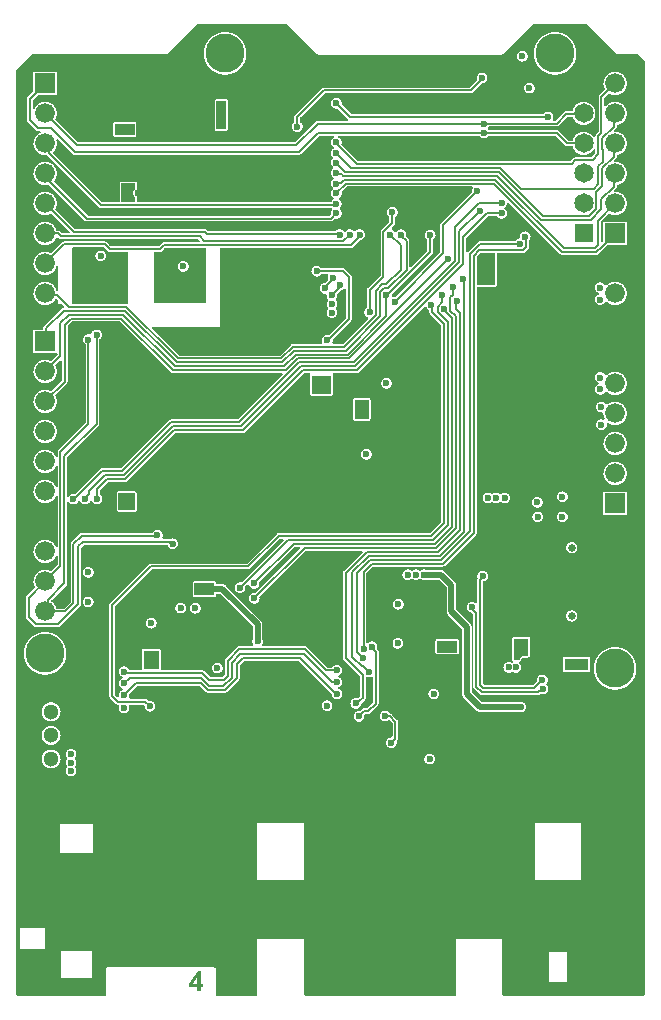
<source format=gbl>
G04*
G04 #@! TF.GenerationSoftware,Altium Limited,Altium Designer,23.5.1 (21)*
G04*
G04 Layer_Physical_Order=4*
G04 Layer_Color=16711680*
%FSLAX44Y44*%
%MOMM*%
G71*
G04*
G04 #@! TF.SameCoordinates,ABEBA2A1-82FC-470D-B438-6AC9AF40FB77*
G04*
G04*
G04 #@! TF.FilePolarity,Positive*
G04*
G01*
G75*
G04:AMPARAMS|DCode=155|XSize=2.1mm|YSize=1mm|CornerRadius=0.5mm|HoleSize=0mm|Usage=FLASHONLY|Rotation=180.000|XOffset=0mm|YOffset=0mm|HoleType=Round|Shape=RoundedRectangle|*
%AMROUNDEDRECTD155*
21,1,2.1000,0.0000,0,0,180.0*
21,1,1.1000,1.0000,0,0,180.0*
1,1,1.0000,-0.5500,0.0000*
1,1,1.0000,0.5500,0.0000*
1,1,1.0000,0.5500,0.0000*
1,1,1.0000,-0.5500,0.0000*
%
%ADD155ROUNDEDRECTD155*%
G04:AMPARAMS|DCode=156|XSize=1.8mm|YSize=1mm|CornerRadius=0.5mm|HoleSize=0mm|Usage=FLASHONLY|Rotation=180.000|XOffset=0mm|YOffset=0mm|HoleType=Round|Shape=RoundedRectangle|*
%AMROUNDEDRECTD156*
21,1,1.8000,0.0000,0,0,180.0*
21,1,0.8000,1.0000,0,0,180.0*
1,1,1.0000,-0.4000,0.0000*
1,1,1.0000,0.4000,0.0000*
1,1,1.0000,0.4000,0.0000*
1,1,1.0000,-0.4000,0.0000*
%
%ADD156ROUNDEDRECTD156*%
%ADD157C,0.6500*%
%ADD164C,0.1844*%
%ADD183C,0.5080*%
%ADD184C,0.1524*%
%ADD187C,1.6500*%
%ADD188R,1.6500X1.6500*%
%ADD189C,1.3000*%
G04:AMPARAMS|DCode=190|XSize=1.3mm|YSize=1.3mm|CornerRadius=0mm|HoleSize=0mm|Usage=FLASHONLY|Rotation=270.000|XOffset=0mm|YOffset=0mm|HoleType=Round|Shape=Octagon|*
%AMOCTAGOND190*
4,1,8,-0.3250,-0.6500,0.3250,-0.6500,0.6500,-0.3250,0.6500,0.3250,0.3250,0.6500,-0.3250,0.6500,-0.6500,0.3250,-0.6500,-0.3250,-0.3250,-0.6500,0.0*
%
%ADD190OCTAGOND190*%

%ADD191R,1.6764X1.6764*%
%ADD192C,1.6764*%
%ADD193C,3.3000*%
%ADD194C,0.6000*%
%ADD195C,0.5000*%
%ADD196C,0.4500*%
G36*
X265292Y365624D02*
X265295Y365622D01*
X265297Y365618D01*
X265713Y365342D01*
X266132Y365062D01*
X266136Y365062D01*
X266139Y365060D01*
X266631Y364963D01*
X267123Y364865D01*
X267127Y364866D01*
X267131Y364865D01*
X280122Y364905D01*
X281079D01*
X282973Y364528D01*
X284757Y363789D01*
X286362Y362717D01*
X287727Y361352D01*
X288799Y359747D01*
X289538Y357963D01*
X289915Y356069D01*
Y355104D01*
Y-431000D01*
Y-431281D01*
X289700Y-431799D01*
X289303Y-432196D01*
X288785Y-432410D01*
X169954D01*
X168750Y-431140D01*
Y-384250D01*
X129750D01*
Y-431140D01*
X129750Y-432250D01*
X128546Y-432410D01*
X1954Y-432410D01*
X750Y-431140D01*
Y-384250D01*
X-38250D01*
Y-431140D01*
X-38250Y-432250D01*
X-39454Y-432410D01*
X-73603D01*
Y-410000D01*
X-73607Y-409891D01*
X-73619Y-409783D01*
X-73638Y-409676D01*
X-73665Y-409571D01*
X-73699Y-409467D01*
X-73741Y-409367D01*
X-73790Y-409269D01*
X-73845Y-409176D01*
X-73907Y-409086D01*
X-73976Y-409002D01*
X-74050Y-408922D01*
X-74129Y-408848D01*
X-74214Y-408779D01*
X-74304Y-408717D01*
X-74397Y-408662D01*
X-74495Y-408613D01*
X-74595Y-408571D01*
X-74698Y-408537D01*
X-74804Y-408510D01*
X-74911Y-408491D01*
X-75019Y-408479D01*
X-75128Y-408475D01*
X-165128D01*
X-165237Y-408479D01*
X-165345Y-408491D01*
X-165452Y-408510D01*
X-165558Y-408537D01*
X-165661Y-408571D01*
X-165762Y-408613D01*
X-165859Y-408662D01*
X-165952Y-408717D01*
X-166042Y-408779D01*
X-166127Y-408848D01*
X-166206Y-408922D01*
X-166280Y-409002D01*
X-166349Y-409086D01*
X-166411Y-409176D01*
X-166467Y-409269D01*
X-166515Y-409367D01*
X-166557Y-409467D01*
X-166591Y-409571D01*
X-166618Y-409676D01*
X-166637Y-409783D01*
X-166649Y-409891D01*
X-166653Y-410000D01*
Y-432410D01*
X-241377D01*
X-242074Y-432122D01*
X-242608Y-431588D01*
X-242896Y-430891D01*
Y-430514D01*
Y351147D01*
X-229178Y364865D01*
X-115992D01*
X-115001Y365062D01*
X-114161Y365624D01*
X-89528Y390256D01*
X-12919D01*
X12169Y365169D01*
X13009Y364608D01*
X14000Y364410D01*
X168000D01*
X168991Y364608D01*
X169831Y365169D01*
X194919Y390256D01*
X240659D01*
X265292Y365624D01*
D02*
G37*
G36*
X-86304Y-422166D02*
X-84284D01*
Y-424887D01*
X-86304D01*
Y-428163D01*
X-89316D01*
Y-424887D01*
X-95973D01*
Y-422179D01*
X-88919Y-411838D01*
X-86304D01*
Y-422166D01*
D02*
G37*
%LPC*%
G36*
X186094Y367532D02*
X185907D01*
X185720Y367524D01*
X185533Y367509D01*
X185348Y367486D01*
X185163Y367455D01*
X184980Y367416D01*
X184799Y367371D01*
X184620Y367317D01*
X184443Y367257D01*
X184268Y367188D01*
X184097Y367113D01*
X183929Y367031D01*
X183765Y366942D01*
X183604Y366847D01*
X183447Y366744D01*
X183295Y366636D01*
X183148Y366521D01*
X183005Y366400D01*
X182867Y366273D01*
X182735Y366141D01*
X182608Y366003D01*
X182487Y365860D01*
X182372Y365713D01*
X182264Y365561D01*
X182162Y365404D01*
X182066Y365243D01*
X181977Y365079D01*
X181895Y364911D01*
X181819Y364740D01*
X181751Y364565D01*
X181691Y364389D01*
X181637Y364209D01*
X181591Y364028D01*
X181553Y363845D01*
X181522Y363660D01*
X181499Y363475D01*
X181484Y363288D01*
X181476Y363102D01*
Y362915D01*
X181484Y362728D01*
X181499Y362541D01*
X181522Y362356D01*
X181553Y362171D01*
X181591Y361988D01*
X181637Y361807D01*
X181691Y361628D01*
X181751Y361451D01*
X181819Y361276D01*
X181895Y361105D01*
X181977Y360937D01*
X182066Y360773D01*
X182162Y360612D01*
X182264Y360455D01*
X182372Y360303D01*
X182487Y360155D01*
X182608Y360013D01*
X182735Y359875D01*
X182867Y359743D01*
X183005Y359616D01*
X183148Y359495D01*
X183295Y359380D01*
X183447Y359272D01*
X183604Y359170D01*
X183765Y359074D01*
X183929Y358985D01*
X184097Y358903D01*
X184268Y358828D01*
X184443Y358759D01*
X184620Y358699D01*
X184799Y358645D01*
X184980Y358600D01*
X185163Y358561D01*
X185348Y358530D01*
X185533Y358507D01*
X185720Y358492D01*
X185907Y358484D01*
X186094D01*
X186280Y358492D01*
X186467Y358507D01*
X186652Y358530D01*
X186837Y358561D01*
X187020Y358600D01*
X187201Y358645D01*
X187381Y358699D01*
X187557Y358759D01*
X187732Y358828D01*
X187903Y358903D01*
X188071Y358985D01*
X188235Y359074D01*
X188396Y359170D01*
X188553Y359272D01*
X188705Y359380D01*
X188853Y359495D01*
X188995Y359616D01*
X189133Y359743D01*
X189265Y359875D01*
X189392Y360013D01*
X189513Y360155D01*
X189627Y360303D01*
X189736Y360455D01*
X189839Y360612D01*
X189934Y360773D01*
X190023Y360937D01*
X190105Y361105D01*
X190180Y361276D01*
X190249Y361451D01*
X190309Y361628D01*
X190363Y361807D01*
X190408Y361988D01*
X190447Y362171D01*
X190478Y362356D01*
X190501Y362541D01*
X190516Y362728D01*
X190524Y362915D01*
Y363102D01*
X190516Y363288D01*
X190501Y363475D01*
X190478Y363660D01*
X190447Y363845D01*
X190408Y364028D01*
X190363Y364209D01*
X190309Y364389D01*
X190249Y364565D01*
X190180Y364740D01*
X190105Y364911D01*
X190023Y365079D01*
X189934Y365243D01*
X189839Y365404D01*
X189736Y365561D01*
X189627Y365713D01*
X189513Y365860D01*
X189392Y366003D01*
X189265Y366141D01*
X189133Y366273D01*
X188995Y366400D01*
X188853Y366521D01*
X188705Y366636D01*
X188553Y366744D01*
X188396Y366847D01*
X188235Y366942D01*
X188071Y367031D01*
X187903Y367113D01*
X187732Y367188D01*
X187557Y367257D01*
X187381Y367317D01*
X187201Y367371D01*
X187020Y367416D01*
X186837Y367455D01*
X186652Y367486D01*
X186467Y367509D01*
X186280Y367524D01*
X186094Y367532D01*
D02*
G37*
G36*
X213986Y383424D02*
X213614D01*
X213241Y383416D01*
X212869Y383401D01*
X212497Y383378D01*
X212126Y383347D01*
X211755Y383309D01*
X211386Y383263D01*
X211017Y383209D01*
X210650Y383148D01*
X210284Y383079D01*
X209919Y383002D01*
X209556Y382918D01*
X209195Y382827D01*
X208836Y382728D01*
X208479Y382621D01*
X208124Y382508D01*
X207771Y382387D01*
X207422Y382259D01*
X207075Y382123D01*
X206730Y381981D01*
X206389Y381831D01*
X206051Y381674D01*
X205717Y381511D01*
X205385Y381340D01*
X205058Y381163D01*
X204734Y380979D01*
X204414Y380788D01*
X204098Y380591D01*
X203786Y380387D01*
X203478Y380177D01*
X203175Y379961D01*
X202876Y379738D01*
X202582Y379509D01*
X202293Y379274D01*
X202009Y379034D01*
X201730Y378787D01*
X201456Y378535D01*
X201187Y378277D01*
X200923Y378013D01*
X200665Y377744D01*
X200413Y377470D01*
X200167Y377191D01*
X199926Y376907D01*
X199691Y376618D01*
X199462Y376324D01*
X199239Y376025D01*
X199023Y375722D01*
X198813Y375414D01*
X198609Y375102D01*
X198412Y374786D01*
X198221Y374466D01*
X198037Y374142D01*
X197860Y373815D01*
X197689Y373483D01*
X197526Y373149D01*
X197369Y372811D01*
X197219Y372470D01*
X197077Y372125D01*
X196941Y371778D01*
X196813Y371429D01*
X196692Y371076D01*
X196579Y370721D01*
X196472Y370364D01*
X196373Y370005D01*
X196282Y369644D01*
X196198Y369281D01*
X196121Y368917D01*
X196052Y368550D01*
X195991Y368183D01*
X195938Y367814D01*
X195891Y367445D01*
X195853Y367074D01*
X195822Y366703D01*
X195799Y366331D01*
X195784Y365959D01*
X195776Y365586D01*
Y365214D01*
X195784Y364841D01*
X195799Y364469D01*
X195822Y364097D01*
X195853Y363726D01*
X195891Y363355D01*
X195938Y362986D01*
X195991Y362617D01*
X196052Y362250D01*
X196121Y361884D01*
X196198Y361519D01*
X196282Y361156D01*
X196373Y360795D01*
X196472Y360436D01*
X196579Y360079D01*
X196692Y359724D01*
X196813Y359371D01*
X196941Y359022D01*
X197077Y358675D01*
X197219Y358330D01*
X197369Y357989D01*
X197526Y357651D01*
X197689Y357317D01*
X197860Y356985D01*
X198037Y356658D01*
X198221Y356334D01*
X198412Y356014D01*
X198609Y355698D01*
X198813Y355386D01*
X199023Y355078D01*
X199239Y354775D01*
X199462Y354476D01*
X199691Y354183D01*
X199926Y353893D01*
X200167Y353609D01*
X200413Y353330D01*
X200665Y353056D01*
X200923Y352787D01*
X201187Y352523D01*
X201456Y352266D01*
X201730Y352013D01*
X202009Y351767D01*
X202293Y351526D01*
X202582Y351291D01*
X202876Y351062D01*
X203175Y350839D01*
X203478Y350623D01*
X203786Y350413D01*
X204098Y350209D01*
X204414Y350012D01*
X204734Y349821D01*
X205058Y349637D01*
X205385Y349460D01*
X205717Y349289D01*
X206051Y349126D01*
X206389Y348969D01*
X206730Y348819D01*
X207075Y348677D01*
X207422Y348541D01*
X207771Y348413D01*
X208124Y348292D01*
X208479Y348178D01*
X208836Y348072D01*
X209195Y347973D01*
X209556Y347882D01*
X209919Y347798D01*
X210284Y347721D01*
X210650Y347653D01*
X211017Y347591D01*
X211386Y347537D01*
X211755Y347491D01*
X212126Y347453D01*
X212497Y347422D01*
X212869Y347399D01*
X213241Y347384D01*
X213614Y347376D01*
X213986D01*
X214359Y347384D01*
X214731Y347399D01*
X215103Y347422D01*
X215474Y347453D01*
X215845Y347491D01*
X216214Y347537D01*
X216583Y347591D01*
X216950Y347653D01*
X217316Y347721D01*
X217681Y347798D01*
X218044Y347882D01*
X218405Y347973D01*
X218764Y348072D01*
X219121Y348178D01*
X219476Y348292D01*
X219829Y348413D01*
X220178Y348541D01*
X220525Y348677D01*
X220870Y348819D01*
X221211Y348969D01*
X221549Y349126D01*
X221883Y349289D01*
X222215Y349460D01*
X222542Y349637D01*
X222866Y349821D01*
X223186Y350012D01*
X223502Y350209D01*
X223814Y350413D01*
X224122Y350623D01*
X224425Y350839D01*
X224724Y351062D01*
X225018Y351291D01*
X225307Y351526D01*
X225591Y351767D01*
X225870Y352013D01*
X226144Y352266D01*
X226413Y352523D01*
X226677Y352787D01*
X226935Y353056D01*
X227187Y353330D01*
X227433Y353609D01*
X227674Y353893D01*
X227909Y354183D01*
X228138Y354476D01*
X228361Y354775D01*
X228577Y355078D01*
X228787Y355386D01*
X228991Y355698D01*
X229188Y356014D01*
X229379Y356334D01*
X229563Y356658D01*
X229740Y356985D01*
X229911Y357317D01*
X230074Y357651D01*
X230231Y357989D01*
X230381Y358330D01*
X230523Y358675D01*
X230659Y359022D01*
X230787Y359371D01*
X230908Y359724D01*
X231021Y360079D01*
X231128Y360436D01*
X231227Y360795D01*
X231318Y361156D01*
X231402Y361519D01*
X231479Y361884D01*
X231548Y362250D01*
X231609Y362617D01*
X231663Y362986D01*
X231709Y363355D01*
X231747Y363726D01*
X231778Y364097D01*
X231801Y364469D01*
X231816Y364841D01*
X231824Y365214D01*
Y365586D01*
X231816Y365959D01*
X231801Y366331D01*
X231778Y366703D01*
X231747Y367074D01*
X231709Y367445D01*
X231663Y367814D01*
X231609Y368183D01*
X231548Y368550D01*
X231479Y368917D01*
X231402Y369281D01*
X231318Y369644D01*
X231227Y370005D01*
X231128Y370364D01*
X231021Y370721D01*
X230908Y371076D01*
X230787Y371429D01*
X230659Y371778D01*
X230523Y372125D01*
X230381Y372470D01*
X230231Y372811D01*
X230074Y373149D01*
X229911Y373483D01*
X229740Y373815D01*
X229563Y374142D01*
X229379Y374466D01*
X229188Y374786D01*
X228991Y375102D01*
X228787Y375414D01*
X228577Y375722D01*
X228361Y376025D01*
X228138Y376324D01*
X227909Y376618D01*
X227674Y376907D01*
X227433Y377191D01*
X227187Y377470D01*
X226935Y377744D01*
X226677Y378013D01*
X226413Y378277D01*
X226144Y378535D01*
X225870Y378787D01*
X225591Y379034D01*
X225307Y379274D01*
X225018Y379509D01*
X224724Y379738D01*
X224425Y379961D01*
X224122Y380177D01*
X223814Y380387D01*
X223502Y380591D01*
X223186Y380788D01*
X222866Y380979D01*
X222542Y381163D01*
X222215Y381340D01*
X221883Y381511D01*
X221549Y381674D01*
X221211Y381831D01*
X220870Y381981D01*
X220525Y382123D01*
X220178Y382259D01*
X219829Y382387D01*
X219476Y382508D01*
X219121Y382621D01*
X218764Y382728D01*
X218405Y382827D01*
X218044Y382918D01*
X217681Y383002D01*
X217316Y383079D01*
X216950Y383148D01*
X216583Y383209D01*
X216214Y383263D01*
X215845Y383309D01*
X215474Y383347D01*
X215103Y383378D01*
X214731Y383401D01*
X214359Y383416D01*
X213986Y383424D01*
D02*
G37*
G36*
X-65414D02*
X-65786D01*
X-66159Y383416D01*
X-66531Y383401D01*
X-66903Y383378D01*
X-67274Y383347D01*
X-67645Y383309D01*
X-68014Y383263D01*
X-68383Y383209D01*
X-68750Y383148D01*
X-69117Y383079D01*
X-69481Y383002D01*
X-69844Y382918D01*
X-70205Y382827D01*
X-70564Y382728D01*
X-70921Y382621D01*
X-71276Y382508D01*
X-71629Y382387D01*
X-71978Y382259D01*
X-72325Y382123D01*
X-72670Y381981D01*
X-73011Y381831D01*
X-73349Y381674D01*
X-73683Y381511D01*
X-74015Y381340D01*
X-74342Y381163D01*
X-74666Y380979D01*
X-74986Y380788D01*
X-75302Y380591D01*
X-75614Y380387D01*
X-75922Y380177D01*
X-76225Y379961D01*
X-76524Y379738D01*
X-76818Y379509D01*
X-77107Y379274D01*
X-77391Y379034D01*
X-77670Y378787D01*
X-77944Y378535D01*
X-78213Y378277D01*
X-78477Y378013D01*
X-78734Y377744D01*
X-78987Y377470D01*
X-79233Y377191D01*
X-79474Y376907D01*
X-79709Y376618D01*
X-79938Y376324D01*
X-80161Y376025D01*
X-80377Y375722D01*
X-80587Y375414D01*
X-80791Y375102D01*
X-80988Y374786D01*
X-81179Y374466D01*
X-81363Y374142D01*
X-81540Y373815D01*
X-81711Y373483D01*
X-81874Y373149D01*
X-82031Y372811D01*
X-82181Y372470D01*
X-82323Y372125D01*
X-82459Y371778D01*
X-82587Y371429D01*
X-82708Y371076D01*
X-82822Y370721D01*
X-82928Y370364D01*
X-83027Y370005D01*
X-83118Y369644D01*
X-83202Y369281D01*
X-83279Y368917D01*
X-83348Y368550D01*
X-83409Y368183D01*
X-83462Y367814D01*
X-83509Y367445D01*
X-83547Y367074D01*
X-83578Y366703D01*
X-83601Y366331D01*
X-83616Y365959D01*
X-83624Y365586D01*
Y365214D01*
X-83616Y364841D01*
X-83601Y364469D01*
X-83578Y364097D01*
X-83547Y363726D01*
X-83509Y363355D01*
X-83462Y362986D01*
X-83409Y362617D01*
X-83348Y362250D01*
X-83279Y361884D01*
X-83202Y361519D01*
X-83118Y361156D01*
X-83027Y360795D01*
X-82928Y360436D01*
X-82822Y360079D01*
X-82708Y359724D01*
X-82587Y359371D01*
X-82459Y359022D01*
X-82323Y358675D01*
X-82181Y358330D01*
X-82031Y357989D01*
X-81874Y357651D01*
X-81711Y357317D01*
X-81540Y356985D01*
X-81363Y356658D01*
X-81179Y356334D01*
X-80988Y356014D01*
X-80791Y355698D01*
X-80587Y355386D01*
X-80377Y355078D01*
X-80161Y354775D01*
X-79938Y354476D01*
X-79709Y354183D01*
X-79474Y353893D01*
X-79233Y353609D01*
X-78987Y353330D01*
X-78734Y353056D01*
X-78477Y352787D01*
X-78213Y352523D01*
X-77944Y352266D01*
X-77670Y352013D01*
X-77391Y351767D01*
X-77107Y351526D01*
X-76818Y351291D01*
X-76524Y351062D01*
X-76225Y350839D01*
X-75922Y350623D01*
X-75614Y350413D01*
X-75302Y350209D01*
X-74986Y350012D01*
X-74666Y349821D01*
X-74342Y349637D01*
X-74015Y349460D01*
X-73683Y349289D01*
X-73349Y349126D01*
X-73011Y348969D01*
X-72670Y348819D01*
X-72325Y348677D01*
X-71978Y348541D01*
X-71629Y348413D01*
X-71276Y348292D01*
X-70921Y348178D01*
X-70564Y348072D01*
X-70205Y347973D01*
X-69844Y347882D01*
X-69481Y347798D01*
X-69117Y347721D01*
X-68750Y347653D01*
X-68383Y347591D01*
X-68014Y347537D01*
X-67645Y347491D01*
X-67274Y347453D01*
X-66903Y347422D01*
X-66531Y347399D01*
X-66159Y347384D01*
X-65786Y347376D01*
X-65414D01*
X-65041Y347384D01*
X-64669Y347399D01*
X-64297Y347422D01*
X-63926Y347453D01*
X-63555Y347491D01*
X-63186Y347537D01*
X-62817Y347591D01*
X-62450Y347653D01*
X-62084Y347721D01*
X-61719Y347798D01*
X-61356Y347882D01*
X-60995Y347973D01*
X-60636Y348072D01*
X-60279Y348178D01*
X-59924Y348292D01*
X-59571Y348413D01*
X-59222Y348541D01*
X-58875Y348677D01*
X-58530Y348819D01*
X-58189Y348969D01*
X-57851Y349126D01*
X-57517Y349289D01*
X-57185Y349460D01*
X-56858Y349637D01*
X-56534Y349821D01*
X-56214Y350012D01*
X-55898Y350209D01*
X-55586Y350413D01*
X-55278Y350623D01*
X-54975Y350839D01*
X-54676Y351062D01*
X-54382Y351291D01*
X-54093Y351526D01*
X-53809Y351767D01*
X-53530Y352013D01*
X-53256Y352266D01*
X-52987Y352523D01*
X-52723Y352787D01*
X-52466Y353056D01*
X-52213Y353330D01*
X-51967Y353609D01*
X-51726Y353893D01*
X-51491Y354183D01*
X-51262Y354476D01*
X-51039Y354775D01*
X-50823Y355078D01*
X-50613Y355386D01*
X-50409Y355698D01*
X-50212Y356014D01*
X-50021Y356334D01*
X-49837Y356658D01*
X-49660Y356985D01*
X-49489Y357317D01*
X-49326Y357651D01*
X-49169Y357989D01*
X-49019Y358330D01*
X-48877Y358675D01*
X-48741Y359022D01*
X-48613Y359371D01*
X-48492Y359724D01*
X-48379Y360079D01*
X-48272Y360436D01*
X-48173Y360795D01*
X-48082Y361156D01*
X-47998Y361519D01*
X-47921Y361884D01*
X-47853Y362250D01*
X-47791Y362617D01*
X-47737Y362986D01*
X-47691Y363355D01*
X-47653Y363726D01*
X-47622Y364097D01*
X-47599Y364469D01*
X-47584Y364841D01*
X-47576Y365214D01*
Y365586D01*
X-47584Y365959D01*
X-47599Y366331D01*
X-47622Y366703D01*
X-47653Y367074D01*
X-47691Y367445D01*
X-47737Y367814D01*
X-47791Y368183D01*
X-47853Y368550D01*
X-47921Y368917D01*
X-47998Y369281D01*
X-48082Y369644D01*
X-48173Y370005D01*
X-48272Y370364D01*
X-48379Y370721D01*
X-48492Y371076D01*
X-48613Y371429D01*
X-48741Y371778D01*
X-48877Y372125D01*
X-49019Y372470D01*
X-49169Y372811D01*
X-49326Y373149D01*
X-49489Y373483D01*
X-49660Y373815D01*
X-49837Y374142D01*
X-50021Y374466D01*
X-50212Y374786D01*
X-50409Y375102D01*
X-50613Y375414D01*
X-50823Y375722D01*
X-51039Y376025D01*
X-51262Y376324D01*
X-51491Y376618D01*
X-51726Y376907D01*
X-51967Y377191D01*
X-52213Y377470D01*
X-52466Y377744D01*
X-52723Y378013D01*
X-52987Y378277D01*
X-53256Y378535D01*
X-53530Y378787D01*
X-53809Y379034D01*
X-54093Y379274D01*
X-54382Y379509D01*
X-54676Y379738D01*
X-54975Y379961D01*
X-55278Y380177D01*
X-55586Y380387D01*
X-55898Y380591D01*
X-56214Y380788D01*
X-56534Y380979D01*
X-56858Y381163D01*
X-57185Y381340D01*
X-57517Y381511D01*
X-57851Y381674D01*
X-58189Y381831D01*
X-58530Y381981D01*
X-58875Y382123D01*
X-59222Y382259D01*
X-59571Y382387D01*
X-59924Y382508D01*
X-60279Y382621D01*
X-60636Y382728D01*
X-60995Y382827D01*
X-61356Y382918D01*
X-61719Y383002D01*
X-62084Y383079D01*
X-62450Y383148D01*
X-62817Y383209D01*
X-63186Y383263D01*
X-63555Y383309D01*
X-63926Y383347D01*
X-64297Y383378D01*
X-64669Y383401D01*
X-65041Y383416D01*
X-65414Y383424D01*
D02*
G37*
G36*
X152093Y349097D02*
X151906D01*
X151720Y349089D01*
X151533Y349073D01*
X151348Y349050D01*
X151163Y349020D01*
X150980Y348981D01*
X150799Y348935D01*
X150619Y348882D01*
X150443Y348821D01*
X150268Y348753D01*
X150097Y348678D01*
X149929Y348596D01*
X149765Y348507D01*
X149604Y348411D01*
X149447Y348309D01*
X149295Y348200D01*
X149148Y348085D01*
X149005Y347964D01*
X148867Y347838D01*
X148735Y347705D01*
X148608Y347568D01*
X148487Y347425D01*
X148372Y347277D01*
X148264Y347125D01*
X148161Y346969D01*
X148066Y346808D01*
X147977Y346643D01*
X147895Y346475D01*
X147819Y346304D01*
X147752Y346130D01*
X147691Y345953D01*
X147637Y345774D01*
X147591Y345592D01*
X147553Y345409D01*
X147522Y345225D01*
X147499Y345039D01*
X147484Y344853D01*
X147476Y344666D01*
Y344479D01*
X147484Y344292D01*
X147499Y344106D01*
X147522Y343920D01*
X147553Y343736D01*
X147591Y343553D01*
X147637Y343371D01*
X147685Y343210D01*
X140922Y336447D01*
X17790D01*
X17653Y336443D01*
X17516Y336432D01*
X17380Y336412D01*
X17246Y336386D01*
X17113Y336351D01*
X16982Y336310D01*
X16854Y336261D01*
X16729Y336205D01*
X16607Y336142D01*
X16488Y336072D01*
X16374Y335996D01*
X16264Y335913D01*
X16160Y335825D01*
X16060Y335730D01*
X-6684Y312986D01*
X-6779Y312886D01*
X-6867Y312782D01*
X-6950Y312672D01*
X-7026Y312558D01*
X-7096Y312439D01*
X-7159Y312318D01*
X-7215Y312192D01*
X-7264Y312064D01*
X-7305Y311933D01*
X-7340Y311800D01*
X-7366Y311666D01*
X-7386Y311530D01*
X-7397Y311393D01*
X-7401Y311256D01*
Y306801D01*
X-7471Y306741D01*
X-7609Y306614D01*
X-7741Y306482D01*
X-7868Y306345D01*
X-7989Y306202D01*
X-8104Y306054D01*
X-8212Y305902D01*
X-8314Y305746D01*
X-8410Y305585D01*
X-8499Y305420D01*
X-8581Y305252D01*
X-8656Y305081D01*
X-8724Y304907D01*
X-8785Y304730D01*
X-8839Y304551D01*
X-8885Y304369D01*
X-8923Y304186D01*
X-8954Y304002D01*
X-8977Y303816D01*
X-8992Y303630D01*
X-9000Y303443D01*
Y303256D01*
X-8992Y303069D01*
X-8977Y302883D01*
X-8954Y302697D01*
X-8923Y302513D01*
X-8885Y302330D01*
X-8839Y302148D01*
X-8785Y301969D01*
X-8724Y301792D01*
X-8656Y301618D01*
X-8581Y301446D01*
X-8499Y301278D01*
X-8410Y301114D01*
X-8314Y300953D01*
X-8212Y300797D01*
X-8104Y300644D01*
X-7989Y300497D01*
X-7868Y300354D01*
X-7741Y300217D01*
X-7609Y300084D01*
X-7471Y299958D01*
X-7329Y299837D01*
X-7181Y299722D01*
X-7029Y299613D01*
X-6872Y299511D01*
X-6711Y299415D01*
X-6547Y299326D01*
X-6379Y299244D01*
X-6208Y299169D01*
X-6033Y299101D01*
X-5857Y299040D01*
X-5677Y298987D01*
X-5496Y298941D01*
X-5313Y298902D01*
X-5128Y298872D01*
X-4943Y298849D01*
X-4756Y298833D01*
X-4570Y298825D01*
X-4383D01*
X-4196Y298833D01*
X-4009Y298849D01*
X-3824Y298872D01*
X-3639Y298902D01*
X-3456Y298941D01*
X-3275Y298987D01*
X-3095Y299040D01*
X-2919Y299101D01*
X-2744Y299169D01*
X-2573Y299244D01*
X-2405Y299326D01*
X-2241Y299415D01*
X-2080Y299511D01*
X-1923Y299613D01*
X-1771Y299722D01*
X-1623Y299837D01*
X-1481Y299958D01*
X-1343Y300084D01*
X-1211Y300217D01*
X-1084Y300354D01*
X-963Y300497D01*
X-848Y300644D01*
X-740Y300797D01*
X-637Y300953D01*
X-542Y301114D01*
X-453Y301278D01*
X-371Y301446D01*
X-295Y301618D01*
X-227Y301792D01*
X-167Y301969D01*
X-113Y302148D01*
X-68Y302330D01*
X-29Y302513D01*
X2Y302697D01*
X25Y302883D01*
X40Y303069D01*
X48Y303256D01*
Y303443D01*
X40Y303630D01*
X25Y303816D01*
X2Y304002D01*
X-29Y304186D01*
X-68Y304369D01*
X-113Y304551D01*
X-167Y304730D01*
X-227Y304907D01*
X-295Y305081D01*
X-371Y305252D01*
X-453Y305420D01*
X-542Y305585D01*
X-637Y305746D01*
X-740Y305902D01*
X-848Y306054D01*
X-963Y306202D01*
X-1084Y306345D01*
X-1211Y306482D01*
X-1343Y306614D01*
X-1481Y306741D01*
X-1623Y306862D01*
X-1771Y306977D01*
X-1923Y307086D01*
X-2080Y307188D01*
X-2241Y307284D01*
X-2405Y307373D01*
X-2507Y307423D01*
Y310242D01*
X18804Y331553D01*
X141936D01*
X142073Y331557D01*
X142210Y331568D01*
X142346Y331588D01*
X142480Y331614D01*
X142613Y331649D01*
X142744Y331690D01*
X142872Y331739D01*
X142998Y331795D01*
X143119Y331858D01*
X143238Y331928D01*
X143352Y332004D01*
X143462Y332087D01*
X143566Y332175D01*
X143666Y332270D01*
X151475Y340079D01*
X151533Y340072D01*
X151720Y340056D01*
X151906Y340049D01*
X152093D01*
X152280Y340056D01*
X152467Y340072D01*
X152652Y340095D01*
X152837Y340126D01*
X153020Y340164D01*
X153201Y340210D01*
X153380Y340263D01*
X153557Y340324D01*
X153732Y340392D01*
X153903Y340467D01*
X154071Y340549D01*
X154235Y340638D01*
X154396Y340734D01*
X154553Y340836D01*
X154705Y340945D01*
X154853Y341060D01*
X154995Y341181D01*
X155133Y341307D01*
X155265Y341440D01*
X155392Y341577D01*
X155513Y341720D01*
X155627Y341868D01*
X155736Y342020D01*
X155838Y342177D01*
X155934Y342337D01*
X156023Y342502D01*
X156105Y342670D01*
X156180Y342841D01*
X156249Y343015D01*
X156309Y343192D01*
X156363Y343371D01*
X156409Y343553D01*
X156447Y343736D01*
X156478Y343920D01*
X156501Y344106D01*
X156516Y344292D01*
X156524Y344479D01*
Y344666D01*
X156516Y344853D01*
X156501Y345039D01*
X156478Y345225D01*
X156447Y345409D01*
X156409Y345592D01*
X156363Y345774D01*
X156309Y345953D01*
X156249Y346130D01*
X156180Y346304D01*
X156105Y346475D01*
X156023Y346643D01*
X155934Y346808D01*
X155838Y346969D01*
X155736Y347125D01*
X155627Y347277D01*
X155513Y347425D01*
X155392Y347568D01*
X155265Y347705D01*
X155133Y347838D01*
X154995Y347964D01*
X154853Y348085D01*
X154705Y348200D01*
X154553Y348309D01*
X154396Y348411D01*
X154235Y348507D01*
X154071Y348596D01*
X153903Y348678D01*
X153732Y348753D01*
X153557Y348821D01*
X153380Y348882D01*
X153201Y348935D01*
X153020Y348981D01*
X152837Y349020D01*
X152652Y349050D01*
X152467Y349073D01*
X152280Y349089D01*
X152093Y349097D01*
D02*
G37*
G36*
X192101Y340524D02*
X191915D01*
X191728Y340516D01*
X191541Y340501D01*
X191356Y340478D01*
X191171Y340447D01*
X190988Y340409D01*
X190807Y340363D01*
X190627Y340309D01*
X190451Y340248D01*
X190276Y340181D01*
X190105Y340105D01*
X189937Y340023D01*
X189773Y339934D01*
X189612Y339838D01*
X189455Y339736D01*
X189303Y339627D01*
X189156Y339513D01*
X189013Y339392D01*
X188875Y339265D01*
X188743Y339133D01*
X188616Y338995D01*
X188495Y338853D01*
X188381Y338705D01*
X188272Y338553D01*
X188169Y338396D01*
X188074Y338235D01*
X187985Y338071D01*
X187903Y337903D01*
X187827Y337732D01*
X187759Y337557D01*
X187699Y337380D01*
X187645Y337201D01*
X187600Y337020D01*
X187561Y336837D01*
X187530Y336652D01*
X187507Y336467D01*
X187492Y336280D01*
X187484Y336093D01*
Y335906D01*
X187492Y335720D01*
X187507Y335533D01*
X187530Y335348D01*
X187561Y335163D01*
X187600Y334980D01*
X187645Y334799D01*
X187699Y334619D01*
X187759Y334443D01*
X187827Y334268D01*
X187903Y334097D01*
X187985Y333929D01*
X188074Y333765D01*
X188169Y333604D01*
X188272Y333447D01*
X188381Y333295D01*
X188495Y333148D01*
X188616Y333005D01*
X188743Y332867D01*
X188875Y332735D01*
X189013Y332608D01*
X189156Y332487D01*
X189303Y332373D01*
X189455Y332264D01*
X189612Y332161D01*
X189773Y332066D01*
X189937Y331977D01*
X190105Y331895D01*
X190276Y331819D01*
X190451Y331752D01*
X190627Y331691D01*
X190807Y331637D01*
X190988Y331591D01*
X191171Y331553D01*
X191356Y331522D01*
X191541Y331499D01*
X191728Y331484D01*
X191915Y331476D01*
X192101D01*
X192288Y331484D01*
X192475Y331499D01*
X192660Y331522D01*
X192845Y331553D01*
X193028Y331591D01*
X193209Y331637D01*
X193389Y331691D01*
X193565Y331752D01*
X193740Y331819D01*
X193911Y331895D01*
X194079Y331977D01*
X194243Y332066D01*
X194404Y332161D01*
X194561Y332264D01*
X194713Y332373D01*
X194860Y332487D01*
X195003Y332608D01*
X195141Y332735D01*
X195273Y332867D01*
X195400Y333005D01*
X195521Y333148D01*
X195636Y333295D01*
X195744Y333447D01*
X195847Y333604D01*
X195942Y333765D01*
X196031Y333929D01*
X196113Y334097D01*
X196189Y334268D01*
X196257Y334443D01*
X196317Y334619D01*
X196371Y334799D01*
X196416Y334980D01*
X196455Y335163D01*
X196486Y335348D01*
X196509Y335533D01*
X196524Y335720D01*
X196532Y335906D01*
Y336093D01*
X196524Y336280D01*
X196509Y336467D01*
X196486Y336652D01*
X196455Y336837D01*
X196416Y337020D01*
X196371Y337201D01*
X196317Y337380D01*
X196257Y337557D01*
X196189Y337732D01*
X196113Y337903D01*
X196031Y338071D01*
X195942Y338235D01*
X195847Y338396D01*
X195744Y338553D01*
X195636Y338705D01*
X195521Y338853D01*
X195400Y338995D01*
X195273Y339133D01*
X195141Y339265D01*
X195003Y339392D01*
X194860Y339513D01*
X194713Y339627D01*
X194561Y339736D01*
X194404Y339838D01*
X194243Y339934D01*
X194079Y340023D01*
X193911Y340105D01*
X193740Y340181D01*
X193565Y340248D01*
X193389Y340309D01*
X193209Y340363D01*
X193028Y340409D01*
X192845Y340447D01*
X192660Y340478D01*
X192475Y340501D01*
X192288Y340516D01*
X192101Y340524D01*
D02*
G37*
G36*
X264739Y349906D02*
X264461D01*
X264183Y349898D01*
X263906Y349883D01*
X263629Y349859D01*
X263353Y349828D01*
X263078Y349789D01*
X262804Y349743D01*
X262531Y349689D01*
X262260Y349627D01*
X261991Y349557D01*
X261724Y349480D01*
X261459Y349396D01*
X261197Y349304D01*
X260938Y349205D01*
X260681Y349099D01*
X260427Y348985D01*
X260177Y348865D01*
X259930Y348737D01*
X259687Y348603D01*
X259447Y348462D01*
X259212Y348314D01*
X258981Y348159D01*
X258754Y347999D01*
X258532Y347831D01*
X258315Y347658D01*
X258103Y347479D01*
X257896Y347294D01*
X257694Y347103D01*
X257497Y346906D01*
X257306Y346704D01*
X257121Y346497D01*
X256942Y346285D01*
X256768Y346068D01*
X256602Y345846D01*
X256441Y345619D01*
X256286Y345388D01*
X256138Y345153D01*
X255997Y344913D01*
X255863Y344670D01*
X255735Y344423D01*
X255615Y344173D01*
X255501Y343919D01*
X255395Y343662D01*
X255296Y343403D01*
X255204Y343141D01*
X255120Y342876D01*
X255043Y342609D01*
X254973Y342340D01*
X254911Y342069D01*
X254857Y341796D01*
X254811Y341522D01*
X254772Y341247D01*
X254741Y340971D01*
X254717Y340694D01*
X254702Y340417D01*
X254694Y340139D01*
Y339861D01*
X254702Y339583D01*
X254717Y339306D01*
X254741Y339029D01*
X254772Y338753D01*
X254811Y338478D01*
X254857Y338204D01*
X254911Y337931D01*
X254973Y337660D01*
X255043Y337391D01*
X255120Y337124D01*
X255204Y336859D01*
X255296Y336597D01*
X255395Y336338D01*
X255501Y336081D01*
X255615Y335827D01*
X255735Y335577D01*
X255863Y335330D01*
X255997Y335087D01*
X256082Y334943D01*
X251270Y330130D01*
X251175Y330031D01*
X251087Y329926D01*
X251004Y329816D01*
X250928Y329702D01*
X250858Y329584D01*
X250795Y329462D01*
X250739Y329336D01*
X250690Y329208D01*
X250649Y329077D01*
X250614Y328945D01*
X250588Y328810D01*
X250568Y328674D01*
X250557Y328537D01*
X250553Y328400D01*
Y298690D01*
X248674Y296810D01*
X248579Y296711D01*
X248491Y296606D01*
X248408Y296496D01*
X248332Y296382D01*
X248262Y296264D01*
X248199Y296142D01*
X248143Y296017D01*
X248094Y295888D01*
X248053Y295758D01*
X248018Y295625D01*
X247992Y295490D01*
X247972Y295354D01*
X247961Y295217D01*
X247957Y295080D01*
Y293978D01*
X246747Y293564D01*
X246621Y293808D01*
X246488Y294048D01*
X246349Y294284D01*
X246203Y294516D01*
X246051Y294744D01*
X245892Y294968D01*
X245727Y295187D01*
X245556Y295401D01*
X245379Y295611D01*
X245197Y295815D01*
X245008Y296014D01*
X244814Y296208D01*
X244615Y296397D01*
X244411Y296579D01*
X244201Y296756D01*
X243987Y296927D01*
X243768Y297092D01*
X243544Y297251D01*
X243316Y297403D01*
X243084Y297549D01*
X242848Y297688D01*
X242608Y297821D01*
X242364Y297947D01*
X242117Y298065D01*
X241867Y298178D01*
X241614Y298283D01*
X241358Y298380D01*
X241099Y298471D01*
X240837Y298554D01*
X240574Y298630D01*
X240309Y298698D01*
X240041Y298759D01*
X239772Y298813D01*
X239502Y298859D01*
X239231Y298897D01*
X238958Y298928D01*
X238685Y298951D01*
X238411Y298966D01*
X238137Y298974D01*
X237863D01*
X237589Y298966D01*
X237315Y298951D01*
X237042Y298928D01*
X236769Y298897D01*
X236498Y298859D01*
X236228Y298813D01*
X235959Y298759D01*
X235691Y298698D01*
X235426Y298630D01*
X235163Y298554D01*
X234901Y298471D01*
X234643Y298380D01*
X234386Y298283D01*
X234133Y298178D01*
X233883Y298065D01*
X233636Y297947D01*
X233392Y297821D01*
X233152Y297688D01*
X232916Y297549D01*
X232684Y297403D01*
X232456Y297251D01*
X232232Y297092D01*
X232013Y296927D01*
X231799Y296756D01*
X231589Y296579D01*
X231385Y296397D01*
X231186Y296208D01*
X230992Y296014D01*
X230803Y295815D01*
X230621Y295611D01*
X230444Y295401D01*
X230273Y295187D01*
X230108Y294968D01*
X229949Y294744D01*
X229797Y294516D01*
X229651Y294284D01*
X229512Y294048D01*
X229379Y293808D01*
X229253Y293564D01*
X229135Y293317D01*
X229023Y293067D01*
X228918Y292814D01*
X228820Y292558D01*
X228729Y292299D01*
X228646Y292038D01*
X228570Y291774D01*
X228537Y291647D01*
X224814D01*
X216730Y299730D01*
X216631Y299825D01*
X216526Y299913D01*
X216416Y299996D01*
X216302Y300072D01*
X216184Y300142D01*
X216062Y300205D01*
X215936Y300261D01*
X215808Y300310D01*
X215677Y300351D01*
X215544Y300386D01*
X215410Y300412D01*
X215274Y300432D01*
X215137Y300443D01*
X215000Y300447D01*
X157297D01*
X157228Y300553D01*
X157120Y300705D01*
X157005Y300853D01*
X156966Y300898D01*
X156838Y301122D01*
X156713Y301465D01*
X156675Y301754D01*
X156705Y302043D01*
X156817Y302377D01*
X156957Y302635D01*
X156988Y302672D01*
X157103Y302819D01*
X157212Y302971D01*
X157314Y303128D01*
X157410Y303288D01*
X157499Y303453D01*
X157548Y303553D01*
X215000D01*
X215137Y303557D01*
X215274Y303568D01*
X215410Y303588D01*
X215544Y303614D01*
X215677Y303649D01*
X215808Y303690D01*
X215936Y303739D01*
X216062Y303795D01*
X216184Y303858D01*
X216302Y303928D01*
X216416Y304004D01*
X216526Y304087D01*
X216630Y304175D01*
X216730Y304270D01*
X224078Y311617D01*
X228692D01*
X228729Y311501D01*
X228820Y311243D01*
X228918Y310986D01*
X229023Y310733D01*
X229135Y310483D01*
X229253Y310236D01*
X229379Y309992D01*
X229512Y309752D01*
X229651Y309516D01*
X229797Y309284D01*
X229949Y309056D01*
X230108Y308832D01*
X230273Y308613D01*
X230444Y308399D01*
X230621Y308189D01*
X230803Y307985D01*
X230992Y307786D01*
X231186Y307592D01*
X231385Y307403D01*
X231589Y307221D01*
X231799Y307044D01*
X232013Y306873D01*
X232232Y306708D01*
X232456Y306549D01*
X232684Y306397D01*
X232916Y306251D01*
X233152Y306112D01*
X233392Y305979D01*
X233636Y305853D01*
X233883Y305735D01*
X234133Y305623D01*
X234386Y305518D01*
X234643Y305420D01*
X234901Y305329D01*
X235163Y305246D01*
X235426Y305170D01*
X235691Y305102D01*
X235959Y305041D01*
X236228Y304987D01*
X236498Y304941D01*
X236769Y304903D01*
X237042Y304872D01*
X237315Y304849D01*
X237589Y304834D01*
X237863Y304826D01*
X238137D01*
X238411Y304834D01*
X238685Y304849D01*
X238958Y304872D01*
X239231Y304903D01*
X239502Y304941D01*
X239772Y304987D01*
X240041Y305041D01*
X240309Y305102D01*
X240574Y305170D01*
X240837Y305246D01*
X241099Y305329D01*
X241358Y305420D01*
X241614Y305518D01*
X241867Y305623D01*
X242117Y305735D01*
X242364Y305853D01*
X242608Y305979D01*
X242848Y306112D01*
X243084Y306251D01*
X243316Y306397D01*
X243544Y306549D01*
X243768Y306708D01*
X243987Y306873D01*
X244201Y307044D01*
X244411Y307221D01*
X244615Y307403D01*
X244814Y307592D01*
X245008Y307786D01*
X245197Y307985D01*
X245379Y308189D01*
X245556Y308399D01*
X245727Y308613D01*
X245892Y308832D01*
X246051Y309056D01*
X246203Y309284D01*
X246349Y309516D01*
X246488Y309752D01*
X246621Y309992D01*
X246747Y310236D01*
X246866Y310483D01*
X246978Y310733D01*
X247083Y310986D01*
X247180Y311243D01*
X247271Y311501D01*
X247354Y311763D01*
X247430Y312026D01*
X247498Y312291D01*
X247559Y312559D01*
X247613Y312828D01*
X247659Y313098D01*
X247697Y313369D01*
X247728Y313642D01*
X247751Y313915D01*
X247766Y314189D01*
X247774Y314463D01*
Y314737D01*
X247766Y315011D01*
X247751Y315285D01*
X247728Y315558D01*
X247697Y315831D01*
X247659Y316102D01*
X247613Y316372D01*
X247559Y316641D01*
X247498Y316909D01*
X247430Y317174D01*
X247354Y317437D01*
X247271Y317699D01*
X247180Y317958D01*
X247083Y318214D01*
X246978Y318467D01*
X246866Y318717D01*
X246747Y318964D01*
X246621Y319208D01*
X246488Y319448D01*
X246349Y319684D01*
X246203Y319916D01*
X246051Y320144D01*
X245892Y320368D01*
X245727Y320587D01*
X245556Y320801D01*
X245379Y321011D01*
X245197Y321215D01*
X245008Y321414D01*
X244814Y321608D01*
X244615Y321797D01*
X244411Y321979D01*
X244201Y322156D01*
X243987Y322327D01*
X243768Y322492D01*
X243544Y322651D01*
X243316Y322803D01*
X243084Y322949D01*
X242848Y323088D01*
X242608Y323221D01*
X242364Y323347D01*
X242117Y323465D01*
X241867Y323577D01*
X241614Y323683D01*
X241358Y323780D01*
X241099Y323871D01*
X240837Y323954D01*
X240574Y324030D01*
X240309Y324098D01*
X240041Y324159D01*
X239772Y324213D01*
X239502Y324259D01*
X239231Y324297D01*
X238958Y324328D01*
X238685Y324351D01*
X238411Y324366D01*
X238137Y324374D01*
X237863D01*
X237589Y324366D01*
X237315Y324351D01*
X237042Y324328D01*
X236769Y324297D01*
X236498Y324259D01*
X236228Y324213D01*
X235959Y324159D01*
X235691Y324098D01*
X235426Y324030D01*
X235163Y323954D01*
X234901Y323871D01*
X234643Y323780D01*
X234386Y323683D01*
X234133Y323577D01*
X233883Y323465D01*
X233636Y323347D01*
X233392Y323221D01*
X233152Y323088D01*
X232916Y322949D01*
X232684Y322803D01*
X232456Y322651D01*
X232232Y322492D01*
X232013Y322327D01*
X231799Y322156D01*
X231589Y321979D01*
X231385Y321797D01*
X231186Y321608D01*
X230992Y321414D01*
X230803Y321215D01*
X230621Y321011D01*
X230444Y320801D01*
X230273Y320587D01*
X230108Y320368D01*
X229949Y320144D01*
X229797Y319916D01*
X229651Y319684D01*
X229512Y319448D01*
X229379Y319208D01*
X229253Y318964D01*
X229135Y318717D01*
X229023Y318467D01*
X228918Y318214D01*
X228820Y317958D01*
X228729Y317699D01*
X228646Y317437D01*
X228570Y317174D01*
X228502Y316909D01*
X228441Y316641D01*
X228415Y316511D01*
X223064D01*
X222927Y316507D01*
X222790Y316496D01*
X222654Y316477D01*
X222520Y316450D01*
X222387Y316416D01*
X222256Y316374D01*
X222128Y316325D01*
X222003Y316269D01*
X221881Y316206D01*
X221762Y316136D01*
X221648Y316060D01*
X221539Y315977D01*
X221434Y315889D01*
X221334Y315795D01*
X213986Y308447D01*
X212660D01*
X212290Y308760D01*
X212236Y308831D01*
X212150Y309005D01*
X211905Y309717D01*
X211931Y309776D01*
X211999Y309951D01*
X212059Y310128D01*
X212113Y310307D01*
X212159Y310488D01*
X212197Y310671D01*
X212228Y310856D01*
X212251Y311041D01*
X212266Y311228D01*
X212274Y311415D01*
Y311602D01*
X212266Y311788D01*
X212251Y311975D01*
X212228Y312160D01*
X212197Y312345D01*
X212159Y312528D01*
X212113Y312709D01*
X212059Y312889D01*
X211999Y313065D01*
X211931Y313240D01*
X211855Y313411D01*
X211773Y313579D01*
X211684Y313743D01*
X211588Y313904D01*
X211486Y314061D01*
X211378Y314213D01*
X211263Y314361D01*
X211142Y314503D01*
X211015Y314641D01*
X210883Y314773D01*
X210745Y314900D01*
X210602Y315021D01*
X210455Y315135D01*
X210303Y315244D01*
X210146Y315347D01*
X209985Y315442D01*
X209821Y315531D01*
X209653Y315613D01*
X209482Y315688D01*
X209307Y315756D01*
X209130Y315817D01*
X208951Y315871D01*
X208770Y315917D01*
X208587Y315955D01*
X208402Y315986D01*
X208217Y316009D01*
X208030Y316024D01*
X207843Y316032D01*
X207656D01*
X207470Y316024D01*
X207283Y316009D01*
X207098Y315986D01*
X206913Y315955D01*
X206730Y315917D01*
X206549Y315871D01*
X206369Y315817D01*
X206193Y315756D01*
X206018Y315688D01*
X205847Y315613D01*
X205679Y315531D01*
X205515Y315442D01*
X205354Y315347D01*
X205197Y315244D01*
X205045Y315135D01*
X204897Y315021D01*
X204755Y314900D01*
X204617Y314773D01*
X204485Y314641D01*
X204358Y314503D01*
X204237Y314361D01*
X204123Y314213D01*
X204014Y314061D01*
X203945Y313955D01*
X41139D01*
X32929Y322165D01*
X32955Y322288D01*
X32986Y322473D01*
X33009Y322658D01*
X33024Y322845D01*
X33032Y323032D01*
Y323218D01*
X33024Y323405D01*
X33009Y323592D01*
X32986Y323777D01*
X32955Y323962D01*
X32917Y324145D01*
X32871Y324326D01*
X32817Y324506D01*
X32757Y324682D01*
X32689Y324857D01*
X32613Y325028D01*
X32531Y325196D01*
X32442Y325360D01*
X32346Y325521D01*
X32244Y325678D01*
X32136Y325830D01*
X32021Y325978D01*
X31900Y326120D01*
X31773Y326258D01*
X31641Y326390D01*
X31503Y326517D01*
X31360Y326638D01*
X31213Y326753D01*
X31061Y326861D01*
X30904Y326964D01*
X30743Y327059D01*
X30579Y327148D01*
X30411Y327230D01*
X30240Y327305D01*
X30065Y327374D01*
X29889Y327434D01*
X29709Y327488D01*
X29528Y327533D01*
X29345Y327572D01*
X29160Y327603D01*
X28975Y327626D01*
X28788Y327641D01*
X28602Y327649D01*
X28414D01*
X28228Y327641D01*
X28041Y327626D01*
X27856Y327603D01*
X27671Y327572D01*
X27488Y327533D01*
X27307Y327488D01*
X27127Y327434D01*
X26951Y327374D01*
X26776Y327305D01*
X26605Y327230D01*
X26437Y327148D01*
X26273Y327059D01*
X26112Y326964D01*
X25955Y326861D01*
X25803Y326753D01*
X25656Y326638D01*
X25513Y326517D01*
X25375Y326390D01*
X25243Y326258D01*
X25116Y326120D01*
X24995Y325978D01*
X24880Y325830D01*
X24772Y325678D01*
X24669Y325521D01*
X24574Y325360D01*
X24485Y325196D01*
X24403Y325028D01*
X24327Y324857D01*
X24260Y324682D01*
X24199Y324506D01*
X24145Y324326D01*
X24100Y324145D01*
X24061Y323962D01*
X24030Y323777D01*
X24007Y323592D01*
X23992Y323405D01*
X23984Y323218D01*
Y323032D01*
X23992Y322845D01*
X24007Y322658D01*
X24030Y322473D01*
X24061Y322288D01*
X24100Y322105D01*
X24145Y321924D01*
X24199Y321744D01*
X24260Y321568D01*
X24327Y321393D01*
X24403Y321222D01*
X24485Y321054D01*
X24574Y320890D01*
X24669Y320729D01*
X24772Y320572D01*
X24880Y320420D01*
X24995Y320272D01*
X25116Y320130D01*
X25243Y319992D01*
X25375Y319860D01*
X25513Y319733D01*
X25656Y319612D01*
X25803Y319498D01*
X25955Y319389D01*
X26112Y319286D01*
X26273Y319191D01*
X26437Y319102D01*
X26605Y319020D01*
X26776Y318944D01*
X26951Y318876D01*
X27127Y318816D01*
X27307Y318762D01*
X27488Y318717D01*
X27671Y318678D01*
X27856Y318647D01*
X28041Y318624D01*
X28228Y318609D01*
X28414Y318601D01*
X28602D01*
X28788Y318609D01*
X28975Y318624D01*
X29160Y318647D01*
X29345Y318678D01*
X29468Y318704D01*
X38395Y309778D01*
X38459Y309717D01*
X38455Y309372D01*
X38429Y309167D01*
X38339Y308943D01*
X38017Y308447D01*
X13000D01*
X12863Y308443D01*
X12726Y308432D01*
X12590Y308412D01*
X12456Y308386D01*
X12323Y308351D01*
X12192Y308310D01*
X12064Y308261D01*
X11938Y308205D01*
X11816Y308142D01*
X11698Y308072D01*
X11584Y307996D01*
X11474Y307913D01*
X11370Y307825D01*
X11270Y307730D01*
X-6326Y290135D01*
X-190074D01*
X-209482Y309543D01*
X-209397Y309687D01*
X-209263Y309930D01*
X-209135Y310177D01*
X-209015Y310427D01*
X-208901Y310681D01*
X-208795Y310938D01*
X-208696Y311197D01*
X-208604Y311459D01*
X-208520Y311724D01*
X-208443Y311991D01*
X-208373Y312260D01*
X-208311Y312531D01*
X-208257Y312804D01*
X-208211Y313078D01*
X-208172Y313353D01*
X-208141Y313629D01*
X-208117Y313906D01*
X-208102Y314183D01*
X-208094Y314461D01*
Y314739D01*
X-208102Y315017D01*
X-208117Y315294D01*
X-208141Y315571D01*
X-208172Y315847D01*
X-208211Y316122D01*
X-208257Y316396D01*
X-208311Y316669D01*
X-208373Y316940D01*
X-208443Y317209D01*
X-208520Y317476D01*
X-208604Y317741D01*
X-208696Y318003D01*
X-208795Y318263D01*
X-208901Y318519D01*
X-209015Y318773D01*
X-209135Y319023D01*
X-209263Y319270D01*
X-209397Y319513D01*
X-209538Y319753D01*
X-209686Y319988D01*
X-209841Y320219D01*
X-210002Y320446D01*
X-210168Y320668D01*
X-210342Y320885D01*
X-210521Y321097D01*
X-210706Y321304D01*
X-210897Y321506D01*
X-211094Y321703D01*
X-211296Y321894D01*
X-211503Y322079D01*
X-211715Y322258D01*
X-211932Y322431D01*
X-212154Y322598D01*
X-212381Y322759D01*
X-212612Y322914D01*
X-212847Y323062D01*
X-213087Y323203D01*
X-213330Y323337D01*
X-213577Y323465D01*
X-213827Y323585D01*
X-214081Y323699D01*
X-214338Y323805D01*
X-214597Y323904D01*
X-214859Y323996D01*
X-215124Y324080D01*
X-215391Y324157D01*
X-215660Y324227D01*
X-215931Y324289D01*
X-216204Y324343D01*
X-216478Y324389D01*
X-216753Y324428D01*
X-217029Y324459D01*
X-217306Y324483D01*
X-217583Y324498D01*
X-217861Y324506D01*
X-218139D01*
X-218417Y324498D01*
X-218694Y324483D01*
X-218971Y324459D01*
X-219247Y324428D01*
X-219522Y324389D01*
X-219796Y324343D01*
X-220069Y324289D01*
X-220340Y324227D01*
X-220609Y324157D01*
X-220876Y324080D01*
X-221141Y323996D01*
X-221403Y323904D01*
X-221663Y323805D01*
X-221919Y323699D01*
X-222173Y323585D01*
X-222423Y323465D01*
X-222670Y323337D01*
X-222913Y323203D01*
X-223153Y323062D01*
X-223388Y322914D01*
X-223619Y322759D01*
X-223846Y322598D01*
X-224068Y322431D01*
X-224285Y322258D01*
X-224497Y322079D01*
X-224704Y321894D01*
X-224906Y321703D01*
X-225103Y321506D01*
X-225294Y321304D01*
X-225479Y321097D01*
X-225658Y320885D01*
X-225832Y320668D01*
X-225998Y320446D01*
X-226159Y320219D01*
X-226314Y319988D01*
X-226462Y319753D01*
X-226603Y319513D01*
X-226737Y319270D01*
X-226865Y319023D01*
X-226985Y318773D01*
X-227099Y318519D01*
X-227205Y318263D01*
X-227304Y318003D01*
X-228553Y318279D01*
Y325986D01*
X-224445Y330094D01*
X-208094D01*
Y349906D01*
X-227906D01*
Y333555D01*
X-232730Y328730D01*
X-232825Y328630D01*
X-232913Y328526D01*
X-232996Y328416D01*
X-233072Y328302D01*
X-233142Y328184D01*
X-233205Y328062D01*
X-233261Y327936D01*
X-233310Y327808D01*
X-233351Y327677D01*
X-233386Y327545D01*
X-233412Y327410D01*
X-233432Y327274D01*
X-233443Y327137D01*
X-233447Y327000D01*
Y309000D01*
X-233443Y308863D01*
X-233432Y308726D01*
X-233412Y308590D01*
X-233386Y308456D01*
X-233351Y308323D01*
X-233310Y308192D01*
X-233261Y308064D01*
X-233205Y307938D01*
X-233142Y307816D01*
X-233072Y307698D01*
X-232996Y307584D01*
X-232913Y307474D01*
X-232825Y307369D01*
X-232730Y307270D01*
X-225730Y300270D01*
X-225630Y300175D01*
X-225526Y300087D01*
X-225416Y300004D01*
X-225302Y299928D01*
X-225184Y299858D01*
X-225062Y299795D01*
X-224936Y299739D01*
X-224808Y299690D01*
X-224677Y299649D01*
X-224545Y299614D01*
X-224410Y299588D01*
X-224274Y299568D01*
X-224137Y299557D01*
X-224000Y299553D01*
X-222210D01*
X-221919Y298299D01*
X-222173Y298185D01*
X-222423Y298065D01*
X-222670Y297937D01*
X-222913Y297803D01*
X-223153Y297662D01*
X-223388Y297514D01*
X-223619Y297359D01*
X-223846Y297199D01*
X-224068Y297031D01*
X-224285Y296858D01*
X-224497Y296679D01*
X-224704Y296494D01*
X-224906Y296303D01*
X-225103Y296106D01*
X-225294Y295904D01*
X-225479Y295697D01*
X-225658Y295485D01*
X-225832Y295268D01*
X-225998Y295046D01*
X-226159Y294819D01*
X-226314Y294588D01*
X-226462Y294353D01*
X-226603Y294113D01*
X-226737Y293870D01*
X-226865Y293623D01*
X-226985Y293373D01*
X-227099Y293119D01*
X-227205Y292862D01*
X-227304Y292603D01*
X-227396Y292341D01*
X-227480Y292076D01*
X-227557Y291809D01*
X-227627Y291540D01*
X-227689Y291269D01*
X-227743Y290996D01*
X-227789Y290722D01*
X-227828Y290447D01*
X-227859Y290171D01*
X-227883Y289894D01*
X-227898Y289617D01*
X-227906Y289339D01*
Y289061D01*
X-227898Y288783D01*
X-227883Y288506D01*
X-227859Y288229D01*
X-227828Y287953D01*
X-227789Y287678D01*
X-227743Y287404D01*
X-227689Y287131D01*
X-227627Y286860D01*
X-227557Y286591D01*
X-227480Y286324D01*
X-227396Y286059D01*
X-227304Y285797D01*
X-227205Y285537D01*
X-227099Y285281D01*
X-226985Y285027D01*
X-226865Y284777D01*
X-226737Y284530D01*
X-226603Y284287D01*
X-226462Y284047D01*
X-226314Y283812D01*
X-226159Y283581D01*
X-225998Y283354D01*
X-225832Y283132D01*
X-225658Y282915D01*
X-225479Y282703D01*
X-225294Y282496D01*
X-225103Y282294D01*
X-224906Y282097D01*
X-224704Y281906D01*
X-224497Y281721D01*
X-224285Y281542D01*
X-224068Y281369D01*
X-223846Y281201D01*
X-223619Y281041D01*
X-223388Y280886D01*
X-223153Y280739D01*
X-222913Y280597D01*
X-222670Y280463D01*
X-222423Y280335D01*
X-222173Y280215D01*
X-221919Y280101D01*
X-221663Y279995D01*
X-221403Y279896D01*
X-221141Y279804D01*
X-220876Y279720D01*
X-220609Y279643D01*
X-220340Y279573D01*
X-220069Y279512D01*
X-219796Y279457D01*
X-219522Y279411D01*
X-219247Y279372D01*
X-218971Y279341D01*
X-218694Y279317D01*
X-218417Y279302D01*
X-218139Y279294D01*
X-217861D01*
X-217583Y279302D01*
X-217306Y279317D01*
X-217029Y279341D01*
X-216824Y279364D01*
X-172541Y235080D01*
X-172441Y234986D01*
X-172336Y234897D01*
X-172227Y234815D01*
X-172112Y234739D01*
X-171994Y234669D01*
X-171872Y234606D01*
X-171747Y234550D01*
X-171619Y234501D01*
X-171488Y234459D01*
X-171355Y234425D01*
X-171220Y234398D01*
X-171084Y234379D01*
X-170948Y234367D01*
X-170811Y234363D01*
X24695D01*
X24876Y234148D01*
X25102Y233749D01*
X25183Y233392D01*
X25207Y233093D01*
X25116Y232995D01*
X24995Y232852D01*
X24880Y232705D01*
X24772Y232553D01*
X24669Y232396D01*
X24574Y232235D01*
X24485Y232071D01*
X24403Y231903D01*
X24327Y231732D01*
X24260Y231557D01*
X24199Y231381D01*
X24145Y231201D01*
X24100Y231020D01*
X24061Y230837D01*
X24030Y230652D01*
X24007Y230467D01*
X23992Y230280D01*
X23984Y230093D01*
Y229907D01*
X23992Y229720D01*
X24007Y229533D01*
X24030Y229348D01*
X24047Y229249D01*
X22798Y228001D01*
X-181540D01*
X-210673Y257133D01*
X-210521Y257303D01*
X-210342Y257515D01*
X-210168Y257732D01*
X-210002Y257954D01*
X-209841Y258181D01*
X-209686Y258412D01*
X-209538Y258647D01*
X-209397Y258887D01*
X-209263Y259130D01*
X-209135Y259377D01*
X-209015Y259627D01*
X-208901Y259881D01*
X-208795Y260138D01*
X-208696Y260397D01*
X-208604Y260659D01*
X-208520Y260924D01*
X-208443Y261191D01*
X-208373Y261460D01*
X-208311Y261731D01*
X-208257Y262004D01*
X-208211Y262278D01*
X-208172Y262553D01*
X-208141Y262829D01*
X-208117Y263106D01*
X-208102Y263383D01*
X-208094Y263661D01*
Y263939D01*
X-208102Y264217D01*
X-208117Y264494D01*
X-208141Y264771D01*
X-208172Y265047D01*
X-208211Y265322D01*
X-208257Y265596D01*
X-208311Y265869D01*
X-208373Y266140D01*
X-208443Y266409D01*
X-208520Y266676D01*
X-208604Y266941D01*
X-208696Y267203D01*
X-208795Y267463D01*
X-208901Y267719D01*
X-209015Y267973D01*
X-209135Y268223D01*
X-209263Y268470D01*
X-209397Y268713D01*
X-209538Y268953D01*
X-209686Y269188D01*
X-209841Y269419D01*
X-210002Y269646D01*
X-210168Y269868D01*
X-210342Y270085D01*
X-210521Y270297D01*
X-210706Y270504D01*
X-210897Y270706D01*
X-211094Y270903D01*
X-211296Y271094D01*
X-211503Y271279D01*
X-211715Y271458D01*
X-211932Y271632D01*
X-212154Y271798D01*
X-212381Y271959D01*
X-212612Y272114D01*
X-212847Y272262D01*
X-213087Y272403D01*
X-213330Y272537D01*
X-213577Y272665D01*
X-213827Y272785D01*
X-214081Y272899D01*
X-214338Y273005D01*
X-214597Y273104D01*
X-214859Y273196D01*
X-215124Y273280D01*
X-215391Y273357D01*
X-215660Y273427D01*
X-215931Y273489D01*
X-216204Y273543D01*
X-216478Y273589D01*
X-216753Y273628D01*
X-217029Y273659D01*
X-217306Y273683D01*
X-217583Y273698D01*
X-217861Y273706D01*
X-218139D01*
X-218417Y273698D01*
X-218694Y273683D01*
X-218971Y273659D01*
X-219247Y273628D01*
X-219522Y273589D01*
X-219796Y273543D01*
X-220069Y273489D01*
X-220340Y273427D01*
X-220609Y273357D01*
X-220876Y273280D01*
X-221141Y273196D01*
X-221403Y273104D01*
X-221663Y273005D01*
X-221919Y272899D01*
X-222173Y272785D01*
X-222423Y272665D01*
X-222670Y272537D01*
X-222913Y272403D01*
X-223153Y272262D01*
X-223388Y272114D01*
X-223619Y271959D01*
X-223846Y271798D01*
X-224068Y271632D01*
X-224285Y271458D01*
X-224497Y271279D01*
X-224704Y271094D01*
X-224906Y270903D01*
X-225103Y270706D01*
X-225294Y270504D01*
X-225479Y270297D01*
X-225658Y270085D01*
X-225832Y269868D01*
X-225998Y269646D01*
X-226159Y269419D01*
X-226314Y269188D01*
X-226462Y268953D01*
X-226603Y268713D01*
X-226737Y268470D01*
X-226865Y268223D01*
X-226985Y267973D01*
X-227099Y267719D01*
X-227205Y267463D01*
X-227304Y267203D01*
X-227396Y266941D01*
X-227480Y266676D01*
X-227557Y266409D01*
X-227627Y266140D01*
X-227689Y265869D01*
X-227743Y265596D01*
X-227789Y265322D01*
X-227828Y265047D01*
X-227859Y264771D01*
X-227883Y264494D01*
X-227898Y264217D01*
X-227906Y263939D01*
Y263661D01*
X-227898Y263383D01*
X-227883Y263106D01*
X-227859Y262829D01*
X-227828Y262553D01*
X-227789Y262278D01*
X-227743Y262004D01*
X-227689Y261731D01*
X-227627Y261460D01*
X-227557Y261191D01*
X-227480Y260924D01*
X-227396Y260659D01*
X-227304Y260397D01*
X-227205Y260138D01*
X-227099Y259881D01*
X-226985Y259627D01*
X-226865Y259377D01*
X-226737Y259130D01*
X-226603Y258887D01*
X-226462Y258647D01*
X-226314Y258412D01*
X-226159Y258181D01*
X-225998Y257954D01*
X-225832Y257732D01*
X-225658Y257515D01*
X-225479Y257303D01*
X-225294Y257096D01*
X-225103Y256894D01*
X-224906Y256697D01*
X-224704Y256506D01*
X-224497Y256321D01*
X-224285Y256142D01*
X-224068Y255969D01*
X-223846Y255802D01*
X-223619Y255641D01*
X-223388Y255486D01*
X-223153Y255338D01*
X-222913Y255197D01*
X-222670Y255063D01*
X-222423Y254935D01*
X-222173Y254815D01*
X-221919Y254701D01*
X-221663Y254595D01*
X-221403Y254496D01*
X-221141Y254404D01*
X-220876Y254320D01*
X-220609Y254243D01*
X-220340Y254173D01*
X-220069Y254111D01*
X-219796Y254057D01*
X-219522Y254011D01*
X-219247Y253972D01*
X-218971Y253941D01*
X-218694Y253917D01*
X-218417Y253902D01*
X-218139Y253894D01*
X-217861D01*
X-217583Y253902D01*
X-217306Y253917D01*
X-217029Y253941D01*
X-216753Y253972D01*
X-216478Y254011D01*
X-216204Y254057D01*
X-215931Y254111D01*
X-215660Y254173D01*
X-215391Y254243D01*
X-215124Y254320D01*
X-214863Y254403D01*
X-184284Y223824D01*
X-184184Y223729D01*
X-184080Y223641D01*
X-183970Y223558D01*
X-183856Y223482D01*
X-183738Y223412D01*
X-183616Y223349D01*
X-183490Y223293D01*
X-183362Y223244D01*
X-183231Y223203D01*
X-183099Y223168D01*
X-182964Y223142D01*
X-182828Y223122D01*
X-182691Y223111D01*
X-182554Y223107D01*
X23812D01*
X23949Y223111D01*
X24086Y223122D01*
X24222Y223142D01*
X24357Y223168D01*
X24489Y223203D01*
X24620Y223244D01*
X24748Y223293D01*
X24874Y223349D01*
X24996Y223412D01*
X25114Y223482D01*
X25228Y223558D01*
X25338Y223641D01*
X25443Y223729D01*
X25542Y223824D01*
X27346Y225627D01*
X27488Y225592D01*
X27671Y225553D01*
X27856Y225522D01*
X28041Y225499D01*
X28228Y225484D01*
X28414Y225476D01*
X28602D01*
X28788Y225484D01*
X28975Y225499D01*
X29160Y225522D01*
X29345Y225553D01*
X29528Y225592D01*
X29709Y225637D01*
X29889Y225691D01*
X30065Y225751D01*
X30240Y225819D01*
X30411Y225895D01*
X30579Y225977D01*
X30743Y226066D01*
X30904Y226161D01*
X31061Y226264D01*
X31213Y226373D01*
X31360Y226487D01*
X31503Y226608D01*
X31641Y226735D01*
X31773Y226867D01*
X31900Y227005D01*
X32021Y227148D01*
X32136Y227295D01*
X32244Y227447D01*
X32346Y227604D01*
X32442Y227765D01*
X32531Y227929D01*
X32613Y228097D01*
X32689Y228268D01*
X32757Y228443D01*
X32817Y228619D01*
X32871Y228799D01*
X32917Y228980D01*
X32955Y229163D01*
X32986Y229348D01*
X33009Y229533D01*
X33024Y229720D01*
X33032Y229907D01*
Y230093D01*
X33024Y230280D01*
X33009Y230467D01*
X32986Y230652D01*
X32955Y230837D01*
X32917Y231020D01*
X32871Y231201D01*
X32817Y231381D01*
X32757Y231557D01*
X32689Y231732D01*
X32613Y231903D01*
X32531Y232071D01*
X32442Y232235D01*
X32346Y232396D01*
X32244Y232553D01*
X32136Y232705D01*
X32021Y232852D01*
X31900Y232995D01*
X31773Y233133D01*
X31725Y233181D01*
X31665Y233279D01*
X31603Y233410D01*
X31561Y233596D01*
X31538Y234000D01*
X31561Y234403D01*
X31603Y234590D01*
X31665Y234720D01*
X31725Y234819D01*
X31773Y234867D01*
X31900Y235005D01*
X32021Y235147D01*
X32136Y235295D01*
X32244Y235447D01*
X32346Y235604D01*
X32442Y235765D01*
X32531Y235929D01*
X32613Y236097D01*
X32689Y236268D01*
X32757Y236443D01*
X32817Y236619D01*
X32871Y236799D01*
X32917Y236980D01*
X32955Y237163D01*
X32986Y237348D01*
X33009Y237533D01*
X33024Y237720D01*
X33032Y237906D01*
Y238093D01*
X33024Y238280D01*
X33009Y238467D01*
X32986Y238652D01*
X32955Y238837D01*
X32917Y239020D01*
X32871Y239201D01*
X32817Y239380D01*
X32757Y239557D01*
X32689Y239732D01*
X32613Y239903D01*
X32531Y240071D01*
X32442Y240235D01*
X32346Y240396D01*
X32244Y240553D01*
X32136Y240705D01*
X32021Y240853D01*
X31900Y240995D01*
X31773Y241133D01*
X31641Y241265D01*
X31503Y241392D01*
X31360Y241513D01*
X31213Y241628D01*
X31061Y241736D01*
X31006Y241772D01*
X30867Y242164D01*
X30819Y242500D01*
X30867Y242836D01*
X31006Y243228D01*
X31061Y243264D01*
X31213Y243372D01*
X31360Y243487D01*
X31503Y243608D01*
X31641Y243735D01*
X31773Y243867D01*
X31900Y244005D01*
X32021Y244147D01*
X32136Y244295D01*
X32244Y244447D01*
X32346Y244604D01*
X32442Y244765D01*
X32531Y244929D01*
X32613Y245097D01*
X32689Y245268D01*
X32757Y245443D01*
X32817Y245620D01*
X32871Y245799D01*
X32917Y245980D01*
X32955Y246163D01*
X32986Y246348D01*
X33009Y246533D01*
X33024Y246720D01*
X33032Y246907D01*
Y247094D01*
X33024Y247280D01*
X33009Y247467D01*
X32986Y247652D01*
X32955Y247837D01*
X32917Y248020D01*
X32880Y248162D01*
X37468Y252749D01*
X143582D01*
X143888Y252446D01*
X144003Y252270D01*
X144099Y252006D01*
X144216Y251479D01*
X144162Y251396D01*
X144066Y251235D01*
X143977Y251071D01*
X143895Y250903D01*
X143820Y250732D01*
X143751Y250557D01*
X143691Y250380D01*
X143637Y250201D01*
X143591Y250020D01*
X143553Y249837D01*
X143522Y249652D01*
X143499Y249467D01*
X143484Y249280D01*
X143476Y249093D01*
Y248906D01*
X143484Y248720D01*
X143499Y248533D01*
X143522Y248348D01*
X143553Y248163D01*
X143579Y248040D01*
X117270Y221730D01*
X117175Y221630D01*
X117087Y221526D01*
X117004Y221416D01*
X116928Y221302D01*
X116858Y221184D01*
X116795Y221062D01*
X116739Y220936D01*
X116690Y220808D01*
X116649Y220677D01*
X116614Y220544D01*
X116588Y220410D01*
X116568Y220274D01*
X116557Y220137D01*
X116553Y220000D01*
Y197014D01*
X78960Y159421D01*
X78837Y159447D01*
X78652Y159478D01*
X78467Y159501D01*
X78280Y159516D01*
X78094Y159524D01*
X77906D01*
X77720Y159516D01*
X77533Y159501D01*
X77348Y159478D01*
X77163Y159447D01*
X76980Y159409D01*
X76799Y159363D01*
X76620Y159309D01*
X76533Y159280D01*
X76069Y159486D01*
X75847Y159652D01*
X75573Y159958D01*
X75447Y160163D01*
X75478Y160348D01*
X75501Y160533D01*
X75516Y160720D01*
X75524Y160907D01*
Y161094D01*
X75516Y161280D01*
X75507Y161395D01*
X109730Y195618D01*
X109825Y195718D01*
X109913Y195823D01*
X109996Y195932D01*
X110072Y196046D01*
X110142Y196165D01*
X110205Y196287D01*
X110261Y196412D01*
X110310Y196540D01*
X110351Y196671D01*
X110386Y196804D01*
X110412Y196938D01*
X110432Y197074D01*
X110443Y197211D01*
X110447Y197348D01*
Y207695D01*
X110553Y207764D01*
X110705Y207873D01*
X110852Y207987D01*
X110995Y208108D01*
X111133Y208235D01*
X111265Y208367D01*
X111392Y208505D01*
X111513Y208647D01*
X111628Y208795D01*
X111736Y208947D01*
X111839Y209104D01*
X111934Y209265D01*
X112023Y209429D01*
X112105Y209597D01*
X112181Y209768D01*
X112248Y209943D01*
X112309Y210119D01*
X112363Y210299D01*
X112409Y210480D01*
X112447Y210663D01*
X112478Y210848D01*
X112501Y211033D01*
X112516Y211220D01*
X112524Y211406D01*
Y211593D01*
X112516Y211780D01*
X112501Y211967D01*
X112478Y212152D01*
X112447Y212337D01*
X112409Y212520D01*
X112363Y212701D01*
X112309Y212880D01*
X112248Y213057D01*
X112181Y213232D01*
X112105Y213403D01*
X112023Y213571D01*
X111934Y213735D01*
X111839Y213896D01*
X111736Y214053D01*
X111628Y214205D01*
X111513Y214352D01*
X111392Y214495D01*
X111265Y214633D01*
X111133Y214765D01*
X110995Y214892D01*
X110852Y215013D01*
X110705Y215128D01*
X110553Y215236D01*
X110396Y215338D01*
X110235Y215434D01*
X110071Y215523D01*
X109903Y215605D01*
X109732Y215681D01*
X109557Y215749D01*
X109381Y215809D01*
X109201Y215863D01*
X109020Y215909D01*
X108837Y215947D01*
X108652Y215978D01*
X108467Y216001D01*
X108280Y216016D01*
X108094Y216024D01*
X107907D01*
X107720Y216016D01*
X107533Y216001D01*
X107348Y215978D01*
X107163Y215947D01*
X106980Y215909D01*
X106799Y215863D01*
X106620Y215809D01*
X106443Y215749D01*
X106268Y215681D01*
X106097Y215605D01*
X105929Y215523D01*
X105765Y215434D01*
X105604Y215338D01*
X105447Y215236D01*
X105295Y215128D01*
X105147Y215013D01*
X105005Y214892D01*
X104867Y214765D01*
X104735Y214633D01*
X104608Y214495D01*
X104487Y214352D01*
X104373Y214205D01*
X104264Y214053D01*
X104162Y213896D01*
X104066Y213735D01*
X103977Y213571D01*
X103895Y213403D01*
X103820Y213232D01*
X103751Y213057D01*
X103691Y212880D01*
X103637Y212701D01*
X103591Y212520D01*
X103553Y212337D01*
X103522Y212152D01*
X103499Y211967D01*
X103484Y211780D01*
X103476Y211593D01*
Y211406D01*
X103484Y211220D01*
X103499Y211033D01*
X103522Y210848D01*
X103553Y210663D01*
X103591Y210480D01*
X103637Y210299D01*
X103691Y210119D01*
X103751Y209943D01*
X103820Y209768D01*
X103895Y209597D01*
X103977Y209429D01*
X104066Y209265D01*
X104162Y209104D01*
X104264Y208947D01*
X104373Y208795D01*
X104487Y208647D01*
X104608Y208505D01*
X104735Y208367D01*
X104867Y208235D01*
X105005Y208108D01*
X105147Y207987D01*
X105295Y207873D01*
X105447Y207764D01*
X105553Y207695D01*
Y198362D01*
X91620Y184429D01*
X90447Y184915D01*
Y206492D01*
X90443Y206629D01*
X90432Y206766D01*
X90412Y206902D01*
X90386Y207036D01*
X90351Y207169D01*
X90310Y207300D01*
X90261Y207428D01*
X90205Y207554D01*
X90142Y207676D01*
X90072Y207794D01*
X89996Y207908D01*
X89913Y208018D01*
X89825Y208123D01*
X89730Y208222D01*
X87579Y210373D01*
X87603Y210435D01*
X87664Y210611D01*
X87718Y210791D01*
X87763Y210972D01*
X87802Y211155D01*
X87833Y211340D01*
X87856Y211525D01*
X87871Y211712D01*
X87879Y211898D01*
Y212085D01*
X87871Y212272D01*
X87856Y212459D01*
X87833Y212644D01*
X87802Y212829D01*
X87763Y213012D01*
X87718Y213193D01*
X87664Y213372D01*
X87603Y213549D01*
X87535Y213724D01*
X87460Y213895D01*
X87378Y214063D01*
X87289Y214227D01*
X87193Y214388D01*
X87091Y214545D01*
X86982Y214697D01*
X86868Y214844D01*
X86747Y214987D01*
X86620Y215125D01*
X86488Y215257D01*
X86350Y215384D01*
X86207Y215505D01*
X86060Y215620D01*
X85908Y215728D01*
X85751Y215830D01*
X85590Y215926D01*
X85426Y216015D01*
X85258Y216097D01*
X85086Y216173D01*
X84912Y216241D01*
X84735Y216301D01*
X84556Y216355D01*
X84375Y216401D01*
X84192Y216439D01*
X84007Y216470D01*
X83822Y216493D01*
X83635Y216508D01*
X83448Y216516D01*
X83261D01*
X83075Y216508D01*
X82888Y216493D01*
X82703Y216470D01*
X82518Y216439D01*
X82335Y216401D01*
X82154Y216355D01*
X81974Y216301D01*
X81798Y216241D01*
X81623Y216173D01*
X81452Y216097D01*
X81284Y216015D01*
X81119Y215926D01*
X80959Y215830D01*
X80802Y215728D01*
X80650Y215620D01*
X80502Y215505D01*
X80360Y215384D01*
X80222Y215257D01*
X80090Y215125D01*
X79963Y214987D01*
X79842Y214844D01*
X79727Y214697D01*
X79619Y214545D01*
X79516Y214388D01*
X79421Y214227D01*
X79378Y214149D01*
X79033Y214026D01*
X78972Y214014D01*
X78677Y213973D01*
X78383Y214014D01*
X78322Y214026D01*
X77977Y214149D01*
X77934Y214227D01*
X77839Y214388D01*
X77736Y214545D01*
X77628Y214697D01*
X77513Y214844D01*
X77392Y214987D01*
X77265Y215125D01*
X77133Y215257D01*
X76995Y215384D01*
X76852Y215505D01*
X76705Y215620D01*
X76553Y215728D01*
X76396Y215830D01*
X76235Y215926D01*
X76071Y216015D01*
X75903Y216097D01*
X75732Y216173D01*
X75359Y216996D01*
X75338Y217073D01*
X75329Y217236D01*
X75385Y217618D01*
X77674Y219907D01*
X77768Y220007D01*
X77857Y220112D01*
X77939Y220221D01*
X78015Y220336D01*
X78085Y220454D01*
X78148Y220576D01*
X78204Y220701D01*
X78253Y220829D01*
X78295Y220960D01*
X78329Y221093D01*
X78356Y221227D01*
X78375Y221363D01*
X78387Y221500D01*
X78391Y221637D01*
Y227138D01*
X78496Y227207D01*
X78649Y227316D01*
X78796Y227431D01*
X78939Y227552D01*
X79076Y227679D01*
X79209Y227811D01*
X79335Y227948D01*
X79456Y228091D01*
X79571Y228239D01*
X79680Y228391D01*
X79782Y228547D01*
X79878Y228708D01*
X79967Y228873D01*
X80049Y229041D01*
X80124Y229212D01*
X80192Y229386D01*
X80253Y229563D01*
X80306Y229742D01*
X80352Y229924D01*
X80391Y230107D01*
X80421Y230291D01*
X80444Y230477D01*
X80460Y230663D01*
X80468Y230850D01*
Y231037D01*
X80460Y231224D01*
X80444Y231410D01*
X80421Y231596D01*
X80391Y231780D01*
X80352Y231964D01*
X80306Y232145D01*
X80253Y232324D01*
X80192Y232501D01*
X80124Y232675D01*
X80049Y232847D01*
X79967Y233015D01*
X79878Y233179D01*
X79782Y233340D01*
X79680Y233496D01*
X79571Y233648D01*
X79456Y233796D01*
X79335Y233939D01*
X79209Y234076D01*
X79076Y234209D01*
X78939Y234335D01*
X78796Y234456D01*
X78649Y234571D01*
X78496Y234680D01*
X78340Y234782D01*
X78179Y234878D01*
X78015Y234967D01*
X77846Y235049D01*
X77675Y235124D01*
X77501Y235192D01*
X77324Y235253D01*
X77145Y235306D01*
X76964Y235352D01*
X76781Y235390D01*
X76596Y235421D01*
X76410Y235444D01*
X76224Y235460D01*
X76037Y235468D01*
X75850D01*
X75663Y235460D01*
X75477Y235444D01*
X75291Y235421D01*
X75107Y235390D01*
X74924Y235352D01*
X74742Y235306D01*
X74563Y235253D01*
X74386Y235192D01*
X74212Y235124D01*
X74041Y235049D01*
X73873Y234967D01*
X73708Y234878D01*
X73548Y234782D01*
X73391Y234680D01*
X73239Y234571D01*
X73091Y234456D01*
X72948Y234335D01*
X72811Y234209D01*
X72678Y234076D01*
X72552Y233939D01*
X72431Y233796D01*
X72316Y233648D01*
X72207Y233496D01*
X72105Y233340D01*
X72009Y233179D01*
X71920Y233015D01*
X71838Y232847D01*
X71763Y232675D01*
X71695Y232501D01*
X71634Y232324D01*
X71581Y232145D01*
X71535Y231964D01*
X71497Y231780D01*
X71466Y231596D01*
X71443Y231410D01*
X71427Y231224D01*
X71420Y231037D01*
Y230850D01*
X71427Y230663D01*
X71443Y230477D01*
X71466Y230291D01*
X71497Y230107D01*
X71535Y229924D01*
X71581Y229742D01*
X71634Y229563D01*
X71695Y229386D01*
X71763Y229212D01*
X71838Y229041D01*
X71920Y228873D01*
X72009Y228708D01*
X72105Y228547D01*
X72207Y228391D01*
X72316Y228239D01*
X72431Y228091D01*
X72552Y227948D01*
X72678Y227811D01*
X72811Y227679D01*
X72948Y227552D01*
X73091Y227431D01*
X73239Y227316D01*
X73391Y227207D01*
X73497Y227138D01*
Y222651D01*
X66719Y215873D01*
X66624Y215773D01*
X66536Y215668D01*
X66453Y215559D01*
X66377Y215445D01*
X66307Y215326D01*
X66244Y215204D01*
X66188Y215079D01*
X66139Y214951D01*
X66097Y214820D01*
X66063Y214687D01*
X66036Y214552D01*
X66017Y214417D01*
X66006Y214280D01*
X66002Y214143D01*
Y177462D01*
X55010Y166470D01*
X54915Y166371D01*
X54827Y166266D01*
X54744Y166156D01*
X54668Y166042D01*
X54598Y165924D01*
X54535Y165802D01*
X54479Y165676D01*
X54430Y165548D01*
X54389Y165417D01*
X54354Y165285D01*
X54328Y165150D01*
X54309Y165014D01*
X54297Y164877D01*
X54293Y164740D01*
Y150188D01*
X54187Y150119D01*
X54035Y150010D01*
X53888Y149895D01*
X53745Y149775D01*
X53607Y149648D01*
X53475Y149516D01*
X53348Y149378D01*
X53227Y149235D01*
X53113Y149088D01*
X53004Y148936D01*
X52902Y148779D01*
X52806Y148618D01*
X52717Y148454D01*
X52635Y148286D01*
X52559Y148115D01*
X52491Y147940D01*
X52431Y147763D01*
X52377Y147584D01*
X52332Y147403D01*
X52293Y147220D01*
X52262Y147035D01*
X52239Y146850D01*
X52224Y146663D01*
X52216Y146476D01*
Y146289D01*
X52224Y146103D01*
X52239Y145916D01*
X52262Y145730D01*
X52293Y145546D01*
X52332Y145363D01*
X52377Y145182D01*
X52431Y145002D01*
X52491Y144825D01*
X52559Y144651D01*
X52635Y144480D01*
X52717Y144312D01*
X52806Y144148D01*
X52902Y143987D01*
X53004Y143830D01*
X53113Y143678D01*
X53227Y143530D01*
X53348Y143388D01*
X53475Y143250D01*
X53607Y143118D01*
X53745Y142991D01*
X53888Y142870D01*
X54035Y142755D01*
X54187Y142647D01*
X54344Y142544D01*
X54505Y142449D01*
X54669Y142360D01*
X54837Y142277D01*
X55008Y142202D01*
X55381Y141379D01*
X55402Y141302D01*
X55411Y141139D01*
X55355Y140757D01*
X34254Y119655D01*
X25958D01*
X25648Y119886D01*
X25539Y120008D01*
X25499Y120076D01*
X25180Y120923D01*
X25248Y121097D01*
X25309Y121274D01*
X25363Y121453D01*
X25408Y121634D01*
X25447Y121817D01*
X25478Y122002D01*
X25501Y122188D01*
X25516Y122374D01*
X25524Y122561D01*
Y122748D01*
X25516Y122935D01*
X25501Y123121D01*
X25478Y123307D01*
X25463Y123393D01*
X40730Y138660D01*
X40825Y138760D01*
X40913Y138865D01*
X40996Y138975D01*
X41072Y139089D01*
X41142Y139207D01*
X41205Y139329D01*
X41261Y139454D01*
X41310Y139582D01*
X41351Y139713D01*
X41386Y139846D01*
X41412Y139981D01*
X41432Y140117D01*
X41443Y140253D01*
X41447Y140391D01*
Y175976D01*
X41443Y176113D01*
X41432Y176250D01*
X41412Y176386D01*
X41386Y176521D01*
X41351Y176653D01*
X41310Y176784D01*
X41261Y176912D01*
X41205Y177038D01*
X41142Y177160D01*
X41072Y177278D01*
X40996Y177392D01*
X40913Y177502D01*
X40825Y177607D01*
X40730Y177706D01*
X35706Y182730D01*
X35607Y182825D01*
X35502Y182913D01*
X35392Y182996D01*
X35278Y183072D01*
X35160Y183142D01*
X35038Y183205D01*
X34913Y183261D01*
X34784Y183310D01*
X34653Y183351D01*
X34520Y183386D01*
X34386Y183412D01*
X34250Y183432D01*
X34113Y183443D01*
X33976Y183447D01*
X15805D01*
X15736Y183553D01*
X15627Y183705D01*
X15513Y183853D01*
X15392Y183995D01*
X15265Y184133D01*
X15133Y184265D01*
X14995Y184392D01*
X14852Y184513D01*
X14705Y184627D01*
X14553Y184736D01*
X14396Y184839D01*
X14235Y184934D01*
X14071Y185023D01*
X13903Y185105D01*
X13732Y185180D01*
X13557Y185249D01*
X13381Y185309D01*
X13201Y185363D01*
X13020Y185408D01*
X12837Y185447D01*
X12652Y185478D01*
X12467Y185501D01*
X12280Y185516D01*
X12093Y185524D01*
X11906D01*
X11720Y185516D01*
X11533Y185501D01*
X11348Y185478D01*
X11163Y185447D01*
X10980Y185408D01*
X10799Y185363D01*
X10619Y185309D01*
X10443Y185249D01*
X10268Y185180D01*
X10097Y185105D01*
X9929Y185023D01*
X9765Y184934D01*
X9604Y184839D01*
X9447Y184736D01*
X9295Y184627D01*
X9147Y184513D01*
X9005Y184392D01*
X8867Y184265D01*
X8735Y184133D01*
X8608Y183995D01*
X8487Y183853D01*
X8372Y183705D01*
X8264Y183553D01*
X8162Y183396D01*
X8066Y183235D01*
X7977Y183071D01*
X7895Y182903D01*
X7819Y182732D01*
X7752Y182557D01*
X7691Y182381D01*
X7637Y182201D01*
X7592Y182020D01*
X7553Y181837D01*
X7522Y181652D01*
X7499Y181467D01*
X7484Y181280D01*
X7476Y181094D01*
Y180907D01*
X7484Y180720D01*
X7499Y180533D01*
X7522Y180348D01*
X7553Y180163D01*
X7592Y179980D01*
X7637Y179799D01*
X7691Y179620D01*
X7752Y179443D01*
X7819Y179268D01*
X7895Y179097D01*
X7977Y178929D01*
X8066Y178765D01*
X8162Y178604D01*
X8264Y178447D01*
X8372Y178295D01*
X8487Y178148D01*
X8608Y178005D01*
X8735Y177867D01*
X8867Y177735D01*
X9005Y177608D01*
X9147Y177487D01*
X9295Y177372D01*
X9447Y177264D01*
X9604Y177162D01*
X9765Y177066D01*
X9929Y176977D01*
X10097Y176895D01*
X10268Y176819D01*
X10443Y176751D01*
X10619Y176691D01*
X10799Y176637D01*
X10980Y176591D01*
X11163Y176553D01*
X11348Y176522D01*
X11533Y176499D01*
X11720Y176484D01*
X11906Y176476D01*
X12093D01*
X12280Y176484D01*
X12467Y176499D01*
X12652Y176522D01*
X12837Y176553D01*
X13020Y176591D01*
X13201Y176637D01*
X13381Y176691D01*
X13557Y176751D01*
X13732Y176819D01*
X13903Y176895D01*
X14071Y176977D01*
X14235Y177066D01*
X14396Y177162D01*
X14553Y177264D01*
X14705Y177372D01*
X14852Y177487D01*
X14995Y177608D01*
X15133Y177735D01*
X15265Y177867D01*
X15392Y178005D01*
X15513Y178148D01*
X15627Y178295D01*
X15736Y178447D01*
X15805Y178553D01*
X21247D01*
X21348Y178475D01*
X21645Y178158D01*
X21683Y178091D01*
X21944Y177309D01*
X21855Y177145D01*
X21772Y176977D01*
X21697Y176806D01*
X21629Y176631D01*
X21569Y176454D01*
X21515Y176275D01*
X21469Y176094D01*
X21431Y175911D01*
X21400Y175726D01*
X21377Y175541D01*
X21362Y175354D01*
X21354Y175168D01*
Y174980D01*
X21362Y174794D01*
X21377Y174607D01*
X21400Y174422D01*
X21431Y174237D01*
X21469Y174054D01*
X21515Y173873D01*
X21569Y173694D01*
X21629Y173517D01*
X21652Y173460D01*
X19191Y171000D01*
X19075Y171004D01*
X18888D01*
X18701Y170997D01*
X18515Y170981D01*
X18329Y170958D01*
X18145Y170927D01*
X17961Y170889D01*
X17780Y170843D01*
X17601Y170790D01*
X17424Y170729D01*
X17250Y170661D01*
X17078Y170586D01*
X16910Y170504D01*
X16746Y170415D01*
X16585Y170319D01*
X16429Y170217D01*
X16276Y170108D01*
X16129Y169993D01*
X15986Y169872D01*
X15848Y169746D01*
X15716Y169613D01*
X15590Y169476D01*
X15469Y169333D01*
X15354Y169185D01*
X15245Y169033D01*
X15143Y168876D01*
X15047Y168716D01*
X14958Y168551D01*
X14876Y168383D01*
X14801Y168212D01*
X14733Y168038D01*
X14672Y167861D01*
X14619Y167682D01*
X14573Y167500D01*
X14534Y167317D01*
X14504Y167133D01*
X14481Y166947D01*
X14465Y166761D01*
X14457Y166574D01*
Y166387D01*
X14465Y166200D01*
X14481Y166014D01*
X14504Y165828D01*
X14534Y165644D01*
X14573Y165460D01*
X14619Y165279D01*
X14672Y165100D01*
X14733Y164923D01*
X14801Y164749D01*
X14876Y164578D01*
X14958Y164410D01*
X15047Y164245D01*
X15143Y164084D01*
X15245Y163928D01*
X15354Y163776D01*
X15469Y163628D01*
X15590Y163485D01*
X15716Y163348D01*
X15848Y163215D01*
X15986Y163089D01*
X16129Y162968D01*
X16276Y162853D01*
X16429Y162744D01*
X16585Y162642D01*
X16746Y162546D01*
X16910Y162457D01*
X17078Y162375D01*
X17250Y162300D01*
X17424Y162232D01*
X17601Y162171D01*
X17780Y162118D01*
X17961Y162072D01*
X18145Y162034D01*
X18329Y162003D01*
X18515Y161980D01*
X18701Y161964D01*
X18888Y161956D01*
X19075D01*
X19143Y161959D01*
X19463Y161842D01*
X19799Y161556D01*
X19799Y161555D01*
X20076Y161221D01*
X20139Y161108D01*
X20237Y160824D01*
X20234Y160780D01*
X20226Y160593D01*
Y160406D01*
X20234Y160220D01*
X20249Y160033D01*
X20272Y159848D01*
X20303Y159663D01*
X20341Y159480D01*
X20387Y159299D01*
X20441Y159120D01*
X20501Y158943D01*
X20570Y158768D01*
X20645Y158597D01*
X20727Y158429D01*
X20816Y158265D01*
X20912Y158104D01*
X21014Y157947D01*
X21123Y157795D01*
X21237Y157647D01*
X21358Y157505D01*
X21368Y157494D01*
X21387Y157469D01*
X21547Y157187D01*
X21656Y156865D01*
X21686Y156578D01*
X21649Y156286D01*
X21520Y155922D01*
X21426Y155754D01*
X21373Y155685D01*
X21265Y155533D01*
X21162Y155376D01*
X21066Y155216D01*
X20977Y155051D01*
X20895Y154883D01*
X20820Y154712D01*
X20752Y154538D01*
X20691Y154361D01*
X20638Y154181D01*
X20592Y154000D01*
X20554Y153817D01*
X20523Y153633D01*
X20500Y153447D01*
X20484Y153261D01*
X20477Y153074D01*
Y152887D01*
X20484Y152700D01*
X20500Y152513D01*
X20523Y152328D01*
X20554Y152143D01*
X20592Y151960D01*
X20638Y151779D01*
X20691Y151600D01*
X20752Y151423D01*
X20820Y151249D01*
X20895Y151077D01*
X20977Y150909D01*
X21066Y150745D01*
X21162Y150584D01*
X21265Y150428D01*
X21373Y150275D01*
X21629Y149903D01*
X21694Y149641D01*
X21645Y149400D01*
X21358Y148995D01*
X21237Y148853D01*
X21123Y148705D01*
X21014Y148553D01*
X20912Y148396D01*
X20816Y148235D01*
X20727Y148071D01*
X20645Y147903D01*
X20570Y147732D01*
X20501Y147557D01*
X20441Y147381D01*
X20387Y147201D01*
X20341Y147020D01*
X20303Y146837D01*
X20272Y146652D01*
X20249Y146467D01*
X20234Y146280D01*
X20226Y146094D01*
Y145906D01*
X20234Y145720D01*
X20249Y145533D01*
X20272Y145348D01*
X20303Y145163D01*
X20341Y144980D01*
X20387Y144799D01*
X20441Y144620D01*
X20501Y144443D01*
X20570Y144268D01*
X20645Y144097D01*
X20727Y143929D01*
X20816Y143765D01*
X20912Y143604D01*
X21014Y143447D01*
X21123Y143295D01*
X21237Y143147D01*
X21358Y143005D01*
X21485Y142867D01*
X21617Y142735D01*
X21755Y142608D01*
X21897Y142487D01*
X22045Y142373D01*
X22197Y142264D01*
X22354Y142162D01*
X22515Y142066D01*
X22679Y141977D01*
X22847Y141895D01*
X23018Y141819D01*
X23193Y141751D01*
X23370Y141691D01*
X23549Y141637D01*
X23730Y141592D01*
X23913Y141553D01*
X24098Y141522D01*
X24283Y141499D01*
X24470Y141484D01*
X24657Y141476D01*
X24843D01*
X25030Y141484D01*
X25217Y141499D01*
X25402Y141522D01*
X25587Y141553D01*
X25770Y141592D01*
X25951Y141637D01*
X26130Y141691D01*
X26307Y141751D01*
X26482Y141819D01*
X26653Y141895D01*
X26821Y141977D01*
X26985Y142066D01*
X27146Y142162D01*
X27303Y142264D01*
X27455Y142373D01*
X27603Y142487D01*
X27745Y142608D01*
X27883Y142735D01*
X28015Y142867D01*
X28142Y143005D01*
X28263Y143147D01*
X28377Y143295D01*
X28486Y143447D01*
X28589Y143604D01*
X28684Y143765D01*
X28773Y143929D01*
X28855Y144097D01*
X28930Y144268D01*
X28998Y144443D01*
X29059Y144620D01*
X29113Y144799D01*
X29158Y144980D01*
X29197Y145163D01*
X29228Y145348D01*
X29251Y145533D01*
X29266Y145720D01*
X29274Y145906D01*
Y146094D01*
X29266Y146280D01*
X29251Y146467D01*
X29228Y146652D01*
X29197Y146837D01*
X29158Y147020D01*
X29113Y147201D01*
X29059Y147381D01*
X28998Y147557D01*
X28930Y147732D01*
X28855Y147903D01*
X28773Y148071D01*
X28684Y148235D01*
X28589Y148396D01*
X28486Y148553D01*
X28377Y148705D01*
X28122Y149077D01*
X28057Y149340D01*
X28106Y149580D01*
X28392Y149985D01*
X28513Y150128D01*
X28628Y150275D01*
X28737Y150428D01*
X28839Y150584D01*
X28935Y150745D01*
X29024Y150909D01*
X29106Y151077D01*
X29181Y151249D01*
X29249Y151423D01*
X29310Y151600D01*
X29363Y151779D01*
X29409Y151960D01*
X29448Y152143D01*
X29478Y152328D01*
X29502Y152513D01*
X29517Y152700D01*
X29525Y152887D01*
Y153074D01*
X29517Y153261D01*
X29502Y153447D01*
X29478Y153633D01*
X29448Y153817D01*
X29409Y154000D01*
X29363Y154181D01*
X29310Y154361D01*
X29249Y154538D01*
X29181Y154712D01*
X29106Y154883D01*
X29024Y155051D01*
X28935Y155216D01*
X28839Y155376D01*
X28737Y155533D01*
X28628Y155685D01*
X28513Y155833D01*
X28392Y155975D01*
X28383Y155986D01*
X28363Y156011D01*
X28204Y156294D01*
X28094Y156615D01*
X28064Y156902D01*
X28102Y157194D01*
X28231Y157558D01*
X28324Y157726D01*
X28377Y157795D01*
X28486Y157947D01*
X28589Y158104D01*
X28684Y158265D01*
X28773Y158429D01*
X28855Y158597D01*
X28930Y158768D01*
X28998Y158943D01*
X29059Y159120D01*
X29113Y159299D01*
X29158Y159480D01*
X29197Y159663D01*
X29228Y159848D01*
X29251Y160033D01*
X29266Y160220D01*
X29274Y160406D01*
Y160593D01*
X29266Y160780D01*
X29251Y160967D01*
X29228Y161152D01*
X29197Y161337D01*
X29171Y161460D01*
X32509Y164798D01*
X32539Y164803D01*
X32722Y164841D01*
X32903Y164887D01*
X33082Y164941D01*
X33259Y165002D01*
X33433Y165070D01*
X33605Y165145D01*
X33773Y165227D01*
X33937Y165316D01*
X34098Y165411D01*
X34255Y165514D01*
X34407Y165623D01*
X34554Y165737D01*
X34697Y165858D01*
X34835Y165985D01*
X34967Y166117D01*
X35094Y166255D01*
X35215Y166397D01*
X35283Y166486D01*
X35455Y166497D01*
X36553Y165810D01*
Y141404D01*
X22173Y127024D01*
X22020Y127063D01*
X21837Y127101D01*
X21652Y127132D01*
X21467Y127155D01*
X21280Y127170D01*
X21093Y127178D01*
X20907D01*
X20720Y127170D01*
X20533Y127155D01*
X20348Y127132D01*
X20163Y127101D01*
X19980Y127063D01*
X19799Y127017D01*
X19619Y126964D01*
X19443Y126903D01*
X19268Y126835D01*
X19097Y126760D01*
X18929Y126678D01*
X18765Y126588D01*
X18604Y126493D01*
X18447Y126390D01*
X18295Y126282D01*
X18147Y126167D01*
X18005Y126046D01*
X17867Y125919D01*
X17735Y125787D01*
X17608Y125649D01*
X17487Y125507D01*
X17372Y125359D01*
X17264Y125207D01*
X17162Y125050D01*
X17066Y124890D01*
X16977Y124725D01*
X16895Y124557D01*
X16819Y124386D01*
X16752Y124212D01*
X16691Y124035D01*
X16637Y123855D01*
X16592Y123674D01*
X16553Y123491D01*
X16522Y123307D01*
X16499Y123121D01*
X16484Y122935D01*
X16476Y122748D01*
Y122561D01*
X16484Y122374D01*
X16499Y122188D01*
X16522Y122002D01*
X16553Y121817D01*
X16592Y121634D01*
X16637Y121453D01*
X16691Y121274D01*
X16752Y121097D01*
X16819Y120923D01*
X16501Y120076D01*
X16461Y120008D01*
X16352Y119886D01*
X16042Y119655D01*
X-8370D01*
X-8508Y119651D01*
X-8644Y119640D01*
X-8780Y119621D01*
X-8915Y119594D01*
X-9048Y119560D01*
X-9179Y119518D01*
X-9307Y119469D01*
X-9432Y119413D01*
X-9554Y119350D01*
X-9672Y119280D01*
X-9786Y119204D01*
X-9896Y119121D01*
X-10001Y119033D01*
X-10101Y118939D01*
X-19488Y109551D01*
X-104327D01*
X-127603Y132827D01*
X-127117Y134000D01*
X-70000D01*
Y200757D01*
X-38233D01*
X-38157Y200746D01*
X-38020Y200735D01*
X-37883Y200731D01*
X41178D01*
X41315Y200735D01*
X41452Y200746D01*
X41588Y200765D01*
X41722Y200792D01*
X41855Y200827D01*
X41986Y200868D01*
X42114Y200917D01*
X42240Y200973D01*
X42362Y201036D01*
X42480Y201106D01*
X42594Y201182D01*
X42704Y201265D01*
X42808Y201353D01*
X42908Y201448D01*
X48989Y207529D01*
X49087Y207545D01*
X49270Y207584D01*
X49451Y207629D01*
X49630Y207683D01*
X49807Y207743D01*
X49982Y207812D01*
X50153Y207887D01*
X50321Y207969D01*
X50485Y208058D01*
X50646Y208153D01*
X50803Y208256D01*
X50955Y208365D01*
X51102Y208479D01*
X51245Y208600D01*
X51383Y208727D01*
X51515Y208859D01*
X51642Y208997D01*
X51763Y209139D01*
X51877Y209287D01*
X51986Y209439D01*
X52088Y209596D01*
X52184Y209757D01*
X52273Y209921D01*
X52355Y210089D01*
X52431Y210260D01*
X52498Y210435D01*
X52559Y210611D01*
X52613Y210791D01*
X52659Y210972D01*
X52697Y211155D01*
X52728Y211340D01*
X52751Y211525D01*
X52766Y211712D01*
X52774Y211898D01*
Y212085D01*
X52766Y212272D01*
X52751Y212459D01*
X52728Y212644D01*
X52697Y212829D01*
X52659Y213012D01*
X52613Y213193D01*
X52559Y213372D01*
X52498Y213549D01*
X52431Y213724D01*
X52355Y213895D01*
X52273Y214063D01*
X52184Y214227D01*
X52088Y214388D01*
X51986Y214545D01*
X51877Y214697D01*
X51763Y214844D01*
X51642Y214987D01*
X51515Y215125D01*
X51383Y215257D01*
X51245Y215384D01*
X51102Y215505D01*
X50955Y215620D01*
X50803Y215728D01*
X50646Y215830D01*
X50485Y215926D01*
X50321Y216015D01*
X50153Y216097D01*
X49982Y216173D01*
X49807Y216241D01*
X49630Y216301D01*
X49451Y216355D01*
X49270Y216401D01*
X49087Y216439D01*
X48902Y216470D01*
X48717Y216493D01*
X48530Y216508D01*
X48344Y216516D01*
X48156D01*
X47970Y216508D01*
X47783Y216493D01*
X47598Y216470D01*
X47413Y216439D01*
X47230Y216401D01*
X47049Y216355D01*
X46870Y216301D01*
X46693Y216241D01*
X46518Y216173D01*
X46347Y216097D01*
X46179Y216015D01*
X46015Y215926D01*
X45854Y215830D01*
X45697Y215728D01*
X45545Y215620D01*
X45398Y215505D01*
X45255Y215384D01*
X45117Y215257D01*
X44985Y215125D01*
X44915Y215049D01*
X44766Y214951D01*
X44491Y214890D01*
X44125Y214873D01*
X43759Y214890D01*
X43484Y214951D01*
X43335Y215049D01*
X43265Y215125D01*
X43133Y215257D01*
X42995Y215384D01*
X42853Y215505D01*
X42705Y215620D01*
X42553Y215728D01*
X42396Y215830D01*
X42235Y215926D01*
X42071Y216015D01*
X41903Y216097D01*
X41732Y216173D01*
X41557Y216241D01*
X41381Y216301D01*
X41201Y216355D01*
X41020Y216401D01*
X40837Y216439D01*
X40652Y216470D01*
X40467Y216493D01*
X40280Y216508D01*
X40093Y216516D01*
X39906D01*
X39720Y216508D01*
X39533Y216493D01*
X39348Y216470D01*
X39163Y216439D01*
X38980Y216401D01*
X38799Y216355D01*
X38619Y216301D01*
X38443Y216241D01*
X38268Y216173D01*
X38097Y216097D01*
X37929Y216015D01*
X37765Y215926D01*
X37604Y215830D01*
X37447Y215728D01*
X37295Y215620D01*
X37148Y215505D01*
X37005Y215384D01*
X36867Y215257D01*
X36735Y215125D01*
X36608Y214987D01*
X36487Y214844D01*
X36372Y214697D01*
X36032Y214562D01*
X35866Y214532D01*
X35384D01*
X35218Y214562D01*
X34878Y214697D01*
X34763Y214844D01*
X34642Y214987D01*
X34515Y215125D01*
X34383Y215257D01*
X34245Y215384D01*
X34102Y215505D01*
X33955Y215620D01*
X33803Y215728D01*
X33646Y215830D01*
X33485Y215926D01*
X33321Y216015D01*
X33153Y216097D01*
X32982Y216173D01*
X32807Y216241D01*
X32631Y216301D01*
X32451Y216355D01*
X32270Y216401D01*
X32087Y216439D01*
X31902Y216470D01*
X31717Y216493D01*
X31530Y216508D01*
X31344Y216516D01*
X31156D01*
X30970Y216508D01*
X30783Y216493D01*
X30598Y216470D01*
X30413Y216439D01*
X30230Y216401D01*
X30049Y216355D01*
X29869Y216301D01*
X29693Y216241D01*
X29518Y216173D01*
X29347Y216097D01*
X29179Y216015D01*
X29014Y215926D01*
X28854Y215830D01*
X28697Y215728D01*
X28545Y215620D01*
X28398Y215505D01*
X28255Y215384D01*
X28117Y215257D01*
X27985Y215125D01*
X27858Y214987D01*
X27737Y214844D01*
X27622Y214697D01*
X27617Y214689D01*
X-79902D01*
X-81007Y215794D01*
X-81107Y215889D01*
X-81212Y215977D01*
X-81322Y216060D01*
X-81436Y216136D01*
X-81554Y216206D01*
X-81676Y216269D01*
X-81801Y216325D01*
X-81930Y216374D01*
X-82060Y216415D01*
X-82193Y216450D01*
X-82328Y216476D01*
X-82464Y216496D01*
X-82600Y216507D01*
X-82738Y216511D01*
X-192651D01*
X-209482Y233343D01*
X-209397Y233487D01*
X-209263Y233730D01*
X-209135Y233977D01*
X-209015Y234227D01*
X-208901Y234481D01*
X-208795Y234737D01*
X-208696Y234997D01*
X-208604Y235259D01*
X-208520Y235524D01*
X-208443Y235791D01*
X-208373Y236060D01*
X-208311Y236331D01*
X-208257Y236604D01*
X-208211Y236878D01*
X-208172Y237153D01*
X-208141Y237429D01*
X-208117Y237706D01*
X-208102Y237983D01*
X-208094Y238261D01*
Y238539D01*
X-208102Y238817D01*
X-208117Y239094D01*
X-208141Y239371D01*
X-208172Y239647D01*
X-208211Y239922D01*
X-208257Y240196D01*
X-208311Y240469D01*
X-208373Y240740D01*
X-208443Y241009D01*
X-208520Y241276D01*
X-208604Y241541D01*
X-208696Y241803D01*
X-208795Y242062D01*
X-208901Y242319D01*
X-209015Y242573D01*
X-209135Y242823D01*
X-209263Y243070D01*
X-209397Y243313D01*
X-209538Y243553D01*
X-209686Y243788D01*
X-209841Y244019D01*
X-210002Y244246D01*
X-210168Y244468D01*
X-210342Y244685D01*
X-210521Y244897D01*
X-210706Y245104D01*
X-210897Y245306D01*
X-211094Y245503D01*
X-211296Y245694D01*
X-211503Y245879D01*
X-211715Y246058D01*
X-211932Y246231D01*
X-212154Y246399D01*
X-212381Y246559D01*
X-212612Y246714D01*
X-212847Y246862D01*
X-213087Y247003D01*
X-213330Y247137D01*
X-213577Y247265D01*
X-213827Y247385D01*
X-214081Y247499D01*
X-214338Y247605D01*
X-214597Y247704D01*
X-214859Y247796D01*
X-215124Y247880D01*
X-215391Y247957D01*
X-215660Y248027D01*
X-215931Y248089D01*
X-216204Y248143D01*
X-216478Y248189D01*
X-216753Y248228D01*
X-217029Y248259D01*
X-217306Y248283D01*
X-217583Y248298D01*
X-217861Y248306D01*
X-218139D01*
X-218417Y248298D01*
X-218694Y248283D01*
X-218971Y248259D01*
X-219247Y248228D01*
X-219522Y248189D01*
X-219796Y248143D01*
X-220069Y248089D01*
X-220340Y248027D01*
X-220609Y247957D01*
X-220876Y247880D01*
X-221141Y247796D01*
X-221403Y247704D01*
X-221663Y247605D01*
X-221919Y247499D01*
X-222173Y247385D01*
X-222423Y247265D01*
X-222670Y247137D01*
X-222913Y247003D01*
X-223153Y246862D01*
X-223388Y246714D01*
X-223619Y246559D01*
X-223846Y246399D01*
X-224068Y246231D01*
X-224285Y246058D01*
X-224497Y245879D01*
X-224704Y245694D01*
X-224906Y245503D01*
X-225103Y245306D01*
X-225294Y245104D01*
X-225479Y244897D01*
X-225658Y244685D01*
X-225832Y244468D01*
X-225998Y244246D01*
X-226159Y244019D01*
X-226314Y243788D01*
X-226462Y243553D01*
X-226603Y243313D01*
X-226737Y243070D01*
X-226865Y242823D01*
X-226985Y242573D01*
X-227099Y242319D01*
X-227205Y242062D01*
X-227304Y241803D01*
X-227396Y241541D01*
X-227480Y241276D01*
X-227557Y241009D01*
X-227627Y240740D01*
X-227689Y240469D01*
X-227743Y240196D01*
X-227789Y239922D01*
X-227828Y239647D01*
X-227859Y239371D01*
X-227883Y239094D01*
X-227898Y238817D01*
X-227906Y238539D01*
Y238261D01*
X-227898Y237983D01*
X-227883Y237706D01*
X-227859Y237429D01*
X-227828Y237153D01*
X-227789Y236878D01*
X-227743Y236604D01*
X-227689Y236331D01*
X-227627Y236060D01*
X-227557Y235791D01*
X-227480Y235524D01*
X-227396Y235259D01*
X-227304Y234997D01*
X-227205Y234737D01*
X-227099Y234481D01*
X-226985Y234227D01*
X-226865Y233977D01*
X-226737Y233730D01*
X-226603Y233487D01*
X-226462Y233247D01*
X-226314Y233012D01*
X-226159Y232781D01*
X-225998Y232554D01*
X-225832Y232332D01*
X-225658Y232115D01*
X-225479Y231903D01*
X-225294Y231696D01*
X-225103Y231494D01*
X-224906Y231297D01*
X-224704Y231106D01*
X-224497Y230921D01*
X-224285Y230742D01*
X-224068Y230569D01*
X-223846Y230401D01*
X-223619Y230241D01*
X-223388Y230086D01*
X-223153Y229939D01*
X-222913Y229797D01*
X-222670Y229663D01*
X-222423Y229535D01*
X-222173Y229415D01*
X-221919Y229301D01*
X-221663Y229195D01*
X-221403Y229096D01*
X-221141Y229004D01*
X-220876Y228920D01*
X-220609Y228843D01*
X-220340Y228773D01*
X-220069Y228711D01*
X-219796Y228657D01*
X-219522Y228611D01*
X-219247Y228572D01*
X-218971Y228541D01*
X-218694Y228517D01*
X-218417Y228502D01*
X-218139Y228494D01*
X-217861D01*
X-217583Y228502D01*
X-217306Y228517D01*
X-217029Y228541D01*
X-216753Y228572D01*
X-216478Y228611D01*
X-216204Y228657D01*
X-215931Y228711D01*
X-215660Y228773D01*
X-215391Y228843D01*
X-215124Y228920D01*
X-214859Y229004D01*
X-214597Y229096D01*
X-214338Y229195D01*
X-214081Y229301D01*
X-213827Y229415D01*
X-213577Y229535D01*
X-213330Y229663D01*
X-213087Y229797D01*
X-212943Y229882D01*
X-197377Y214316D01*
X-197863Y213143D01*
X-203682D01*
X-205270Y214730D01*
X-205369Y214825D01*
X-205474Y214913D01*
X-205584Y214996D01*
X-205698Y215072D01*
X-205816Y215142D01*
X-205938Y215205D01*
X-206064Y215261D01*
X-206192Y215310D01*
X-206323Y215351D01*
X-206455Y215386D01*
X-206590Y215412D01*
X-206726Y215432D01*
X-206863Y215443D01*
X-207000Y215447D01*
X-208401D01*
X-208443Y215609D01*
X-208520Y215876D01*
X-208604Y216141D01*
X-208696Y216403D01*
X-208795Y216663D01*
X-208901Y216919D01*
X-209015Y217173D01*
X-209135Y217423D01*
X-209263Y217670D01*
X-209397Y217913D01*
X-209538Y218153D01*
X-209686Y218388D01*
X-209841Y218619D01*
X-210002Y218846D01*
X-210168Y219068D01*
X-210342Y219285D01*
X-210521Y219497D01*
X-210706Y219704D01*
X-210897Y219906D01*
X-211094Y220103D01*
X-211296Y220294D01*
X-211503Y220479D01*
X-211715Y220658D01*
X-211932Y220832D01*
X-212154Y220998D01*
X-212381Y221159D01*
X-212612Y221314D01*
X-212847Y221462D01*
X-213087Y221603D01*
X-213330Y221737D01*
X-213577Y221865D01*
X-213827Y221985D01*
X-214081Y222099D01*
X-214338Y222205D01*
X-214597Y222304D01*
X-214859Y222396D01*
X-215124Y222480D01*
X-215391Y222557D01*
X-215660Y222627D01*
X-215931Y222689D01*
X-216204Y222743D01*
X-216478Y222789D01*
X-216753Y222828D01*
X-217029Y222859D01*
X-217306Y222883D01*
X-217583Y222898D01*
X-217861Y222906D01*
X-218139D01*
X-218417Y222898D01*
X-218694Y222883D01*
X-218971Y222859D01*
X-219247Y222828D01*
X-219522Y222789D01*
X-219796Y222743D01*
X-220069Y222689D01*
X-220340Y222627D01*
X-220609Y222557D01*
X-220876Y222480D01*
X-221141Y222396D01*
X-221403Y222304D01*
X-221663Y222205D01*
X-221919Y222099D01*
X-222173Y221985D01*
X-222423Y221865D01*
X-222670Y221737D01*
X-222913Y221603D01*
X-223153Y221462D01*
X-223388Y221314D01*
X-223619Y221159D01*
X-223846Y220998D01*
X-224068Y220832D01*
X-224285Y220658D01*
X-224497Y220479D01*
X-224704Y220294D01*
X-224906Y220103D01*
X-225103Y219906D01*
X-225294Y219704D01*
X-225479Y219497D01*
X-225658Y219285D01*
X-225832Y219068D01*
X-225998Y218846D01*
X-226159Y218619D01*
X-226314Y218388D01*
X-226462Y218153D01*
X-226603Y217913D01*
X-226737Y217670D01*
X-226865Y217423D01*
X-226985Y217173D01*
X-227099Y216919D01*
X-227205Y216663D01*
X-227304Y216403D01*
X-227396Y216141D01*
X-227480Y215876D01*
X-227557Y215609D01*
X-227627Y215340D01*
X-227689Y215069D01*
X-227743Y214796D01*
X-227789Y214522D01*
X-227828Y214247D01*
X-227859Y213971D01*
X-227883Y213694D01*
X-227898Y213417D01*
X-227906Y213139D01*
Y212861D01*
X-227898Y212583D01*
X-227883Y212306D01*
X-227859Y212029D01*
X-227828Y211753D01*
X-227789Y211478D01*
X-227743Y211204D01*
X-227689Y210931D01*
X-227627Y210660D01*
X-227557Y210391D01*
X-227480Y210124D01*
X-227396Y209859D01*
X-227304Y209597D01*
X-227205Y209338D01*
X-227099Y209081D01*
X-226985Y208827D01*
X-226865Y208577D01*
X-226737Y208330D01*
X-226603Y208087D01*
X-226462Y207847D01*
X-226314Y207612D01*
X-226159Y207381D01*
X-225998Y207154D01*
X-225832Y206932D01*
X-225658Y206715D01*
X-225479Y206503D01*
X-225294Y206296D01*
X-225103Y206094D01*
X-224906Y205897D01*
X-224704Y205706D01*
X-224497Y205521D01*
X-224285Y205342D01*
X-224068Y205169D01*
X-223846Y205002D01*
X-223619Y204841D01*
X-223388Y204686D01*
X-223153Y204538D01*
X-222913Y204397D01*
X-222670Y204263D01*
X-222423Y204135D01*
X-222173Y204015D01*
X-221919Y203901D01*
X-221663Y203795D01*
X-221403Y203696D01*
X-221141Y203604D01*
X-220876Y203520D01*
X-220609Y203443D01*
X-220340Y203373D01*
X-220069Y203312D01*
X-219796Y203257D01*
X-219522Y203211D01*
X-219247Y203172D01*
X-218971Y203141D01*
X-218694Y203117D01*
X-218417Y203102D01*
X-218139Y203094D01*
X-217861D01*
X-217583Y203102D01*
X-217306Y203117D01*
X-217029Y203141D01*
X-216753Y203172D01*
X-216478Y203211D01*
X-216204Y203257D01*
X-215931Y203312D01*
X-215660Y203373D01*
X-215391Y203443D01*
X-215124Y203520D01*
X-214859Y203604D01*
X-214597Y203696D01*
X-214338Y203795D01*
X-214081Y203901D01*
X-213827Y204015D01*
X-213577Y204135D01*
X-213330Y204263D01*
X-213087Y204397D01*
X-212847Y204538D01*
X-212612Y204686D01*
X-212381Y204841D01*
X-212154Y205002D01*
X-211932Y205169D01*
X-211715Y205342D01*
X-211503Y205521D01*
X-211296Y205706D01*
X-211094Y205897D01*
X-210897Y206094D01*
X-210706Y206296D01*
X-210521Y206503D01*
X-210342Y206715D01*
X-210168Y206932D01*
X-210002Y207154D01*
X-209841Y207381D01*
X-209686Y207612D01*
X-209538Y207847D01*
X-209397Y208087D01*
X-209263Y208330D01*
X-209135Y208577D01*
X-209015Y208827D01*
X-208901Y209081D01*
X-208795Y209338D01*
X-208739Y209483D01*
X-208212Y209742D01*
X-207821Y209859D01*
X-207430Y209859D01*
X-207284Y209824D01*
X-206426Y208966D01*
X-206327Y208871D01*
X-206222Y208783D01*
X-206112Y208700D01*
X-205998Y208624D01*
X-205880Y208554D01*
X-205758Y208491D01*
X-205632Y208435D01*
X-205504Y208386D01*
X-205373Y208345D01*
X-205240Y208310D01*
X-205106Y208284D01*
X-204970Y208264D01*
X-204833Y208253D01*
X-204696Y208249D01*
X-88279D01*
X-86855Y206824D01*
X-87341Y205651D01*
X-116970D01*
X-117107Y205647D01*
X-117244Y205636D01*
X-117380Y205616D01*
X-117514Y205590D01*
X-117647Y205555D01*
X-117778Y205514D01*
X-117906Y205465D01*
X-118032Y205409D01*
X-118153Y205346D01*
X-118272Y205276D01*
X-118386Y205200D01*
X-118496Y205117D01*
X-118600Y205029D01*
X-118700Y204934D01*
X-121383Y202251D01*
X-162484D01*
X-165668Y205434D01*
X-165767Y205529D01*
X-165872Y205617D01*
X-165982Y205700D01*
X-166096Y205776D01*
X-166214Y205846D01*
X-166336Y205909D01*
X-166462Y205965D01*
X-166590Y206014D01*
X-166721Y206055D01*
X-166854Y206090D01*
X-166988Y206116D01*
X-167124Y206136D01*
X-167261Y206147D01*
X-167398Y206151D01*
X-201896D01*
X-202033Y206147D01*
X-202170Y206136D01*
X-202306Y206116D01*
X-202440Y206090D01*
X-202573Y206055D01*
X-202704Y206014D01*
X-202832Y205965D01*
X-202958Y205909D01*
X-203080Y205846D01*
X-203198Y205776D01*
X-203312Y205700D01*
X-203422Y205617D01*
X-203526Y205529D01*
X-203626Y205434D01*
X-212943Y196118D01*
X-213087Y196203D01*
X-213330Y196337D01*
X-213577Y196465D01*
X-213827Y196585D01*
X-214081Y196699D01*
X-214338Y196805D01*
X-214597Y196904D01*
X-214859Y196996D01*
X-215124Y197080D01*
X-215391Y197157D01*
X-215660Y197227D01*
X-215931Y197289D01*
X-216204Y197343D01*
X-216478Y197389D01*
X-216753Y197428D01*
X-217029Y197459D01*
X-217306Y197483D01*
X-217583Y197498D01*
X-217861Y197506D01*
X-218139D01*
X-218417Y197498D01*
X-218694Y197483D01*
X-218971Y197459D01*
X-219247Y197428D01*
X-219522Y197389D01*
X-219796Y197343D01*
X-220069Y197289D01*
X-220340Y197227D01*
X-220609Y197157D01*
X-220876Y197080D01*
X-221141Y196996D01*
X-221403Y196904D01*
X-221663Y196805D01*
X-221919Y196699D01*
X-222173Y196585D01*
X-222423Y196465D01*
X-222670Y196337D01*
X-222913Y196203D01*
X-223153Y196062D01*
X-223388Y195914D01*
X-223619Y195759D01*
X-223846Y195599D01*
X-224068Y195431D01*
X-224285Y195258D01*
X-224497Y195079D01*
X-224704Y194894D01*
X-224906Y194703D01*
X-225103Y194506D01*
X-225294Y194304D01*
X-225479Y194097D01*
X-225658Y193885D01*
X-225832Y193668D01*
X-225998Y193446D01*
X-226159Y193219D01*
X-226314Y192988D01*
X-226462Y192753D01*
X-226603Y192513D01*
X-226737Y192270D01*
X-226865Y192023D01*
X-226985Y191773D01*
X-227099Y191519D01*
X-227205Y191262D01*
X-227304Y191003D01*
X-227396Y190741D01*
X-227480Y190476D01*
X-227557Y190209D01*
X-227627Y189940D01*
X-227689Y189669D01*
X-227743Y189396D01*
X-227789Y189122D01*
X-227828Y188847D01*
X-227859Y188571D01*
X-227883Y188294D01*
X-227898Y188017D01*
X-227906Y187739D01*
Y187461D01*
X-227898Y187183D01*
X-227883Y186906D01*
X-227859Y186629D01*
X-227828Y186353D01*
X-227789Y186078D01*
X-227743Y185804D01*
X-227689Y185531D01*
X-227627Y185260D01*
X-227557Y184991D01*
X-227480Y184724D01*
X-227396Y184459D01*
X-227304Y184197D01*
X-227205Y183937D01*
X-227099Y183681D01*
X-226985Y183427D01*
X-226865Y183177D01*
X-226737Y182930D01*
X-226603Y182687D01*
X-226462Y182447D01*
X-226314Y182212D01*
X-226159Y181981D01*
X-225998Y181754D01*
X-225832Y181532D01*
X-225658Y181315D01*
X-225479Y181103D01*
X-225294Y180896D01*
X-225103Y180694D01*
X-224906Y180497D01*
X-224704Y180306D01*
X-224497Y180121D01*
X-224285Y179942D01*
X-224068Y179769D01*
X-223846Y179601D01*
X-223619Y179441D01*
X-223388Y179286D01*
X-223153Y179139D01*
X-222913Y178997D01*
X-222670Y178863D01*
X-222423Y178735D01*
X-222173Y178615D01*
X-221919Y178501D01*
X-221663Y178395D01*
X-221403Y178296D01*
X-221141Y178204D01*
X-220876Y178120D01*
X-220609Y178043D01*
X-220340Y177973D01*
X-220069Y177911D01*
X-219796Y177857D01*
X-219522Y177811D01*
X-219247Y177772D01*
X-218971Y177741D01*
X-218694Y177717D01*
X-218417Y177702D01*
X-218139Y177694D01*
X-217861D01*
X-217583Y177702D01*
X-217306Y177717D01*
X-217029Y177741D01*
X-216753Y177772D01*
X-216478Y177811D01*
X-216204Y177857D01*
X-215931Y177911D01*
X-215660Y177973D01*
X-215391Y178043D01*
X-215124Y178120D01*
X-214859Y178204D01*
X-214597Y178296D01*
X-214338Y178395D01*
X-214081Y178501D01*
X-213827Y178615D01*
X-213577Y178735D01*
X-213330Y178863D01*
X-213087Y178997D01*
X-212847Y179139D01*
X-212612Y179286D01*
X-212381Y179441D01*
X-212154Y179601D01*
X-211932Y179769D01*
X-211715Y179942D01*
X-211503Y180121D01*
X-211296Y180306D01*
X-211094Y180497D01*
X-210897Y180694D01*
X-210706Y180896D01*
X-210521Y181103D01*
X-210342Y181315D01*
X-210168Y181532D01*
X-210002Y181754D01*
X-209841Y181981D01*
X-209686Y182212D01*
X-209538Y182447D01*
X-209397Y182687D01*
X-209263Y182930D01*
X-209135Y183177D01*
X-209015Y183427D01*
X-208901Y183681D01*
X-208795Y183937D01*
X-208696Y184197D01*
X-208604Y184459D01*
X-208520Y184724D01*
X-208443Y184991D01*
X-208373Y185260D01*
X-208311Y185531D01*
X-208257Y185804D01*
X-207000Y185621D01*
Y165145D01*
X-208180Y164312D01*
X-208326Y164335D01*
X-208373Y164540D01*
X-208443Y164809D01*
X-208520Y165076D01*
X-208604Y165341D01*
X-208696Y165603D01*
X-208795Y165863D01*
X-208901Y166119D01*
X-209015Y166373D01*
X-209135Y166623D01*
X-209263Y166870D01*
X-209397Y167113D01*
X-209538Y167353D01*
X-209686Y167588D01*
X-209841Y167819D01*
X-210002Y168046D01*
X-210168Y168268D01*
X-210342Y168485D01*
X-210521Y168697D01*
X-210706Y168904D01*
X-210897Y169106D01*
X-211094Y169303D01*
X-211296Y169494D01*
X-211503Y169679D01*
X-211715Y169858D01*
X-211932Y170032D01*
X-212154Y170198D01*
X-212381Y170359D01*
X-212612Y170514D01*
X-212847Y170662D01*
X-213087Y170803D01*
X-213330Y170937D01*
X-213577Y171065D01*
X-213827Y171185D01*
X-214081Y171299D01*
X-214338Y171405D01*
X-214597Y171504D01*
X-214859Y171596D01*
X-215124Y171680D01*
X-215391Y171757D01*
X-215660Y171827D01*
X-215931Y171889D01*
X-216204Y171943D01*
X-216478Y171989D01*
X-216753Y172028D01*
X-217029Y172059D01*
X-217306Y172083D01*
X-217583Y172098D01*
X-217861Y172106D01*
X-218139D01*
X-218417Y172098D01*
X-218694Y172083D01*
X-218971Y172059D01*
X-219247Y172028D01*
X-219522Y171989D01*
X-219796Y171943D01*
X-220069Y171889D01*
X-220340Y171827D01*
X-220609Y171757D01*
X-220876Y171680D01*
X-221141Y171596D01*
X-221403Y171504D01*
X-221663Y171405D01*
X-221919Y171299D01*
X-222173Y171185D01*
X-222423Y171065D01*
X-222670Y170937D01*
X-222913Y170803D01*
X-223153Y170662D01*
X-223388Y170514D01*
X-223619Y170359D01*
X-223846Y170198D01*
X-224068Y170032D01*
X-224285Y169858D01*
X-224497Y169679D01*
X-224704Y169494D01*
X-224906Y169303D01*
X-225103Y169106D01*
X-225294Y168904D01*
X-225479Y168697D01*
X-225658Y168485D01*
X-225832Y168268D01*
X-225998Y168046D01*
X-226159Y167819D01*
X-226314Y167588D01*
X-226462Y167353D01*
X-226603Y167113D01*
X-226737Y166870D01*
X-226865Y166623D01*
X-226985Y166373D01*
X-227099Y166119D01*
X-227205Y165863D01*
X-227304Y165603D01*
X-227396Y165341D01*
X-227480Y165076D01*
X-227557Y164809D01*
X-227627Y164540D01*
X-227689Y164269D01*
X-227743Y163996D01*
X-227789Y163722D01*
X-227828Y163447D01*
X-227859Y163171D01*
X-227883Y162894D01*
X-227898Y162617D01*
X-227906Y162339D01*
Y162061D01*
X-227898Y161783D01*
X-227883Y161506D01*
X-227859Y161229D01*
X-227828Y160953D01*
X-227789Y160678D01*
X-227743Y160404D01*
X-227689Y160131D01*
X-227627Y159860D01*
X-227557Y159591D01*
X-227480Y159324D01*
X-227396Y159059D01*
X-227304Y158797D01*
X-227205Y158538D01*
X-227099Y158281D01*
X-226985Y158027D01*
X-226865Y157777D01*
X-226737Y157530D01*
X-226603Y157287D01*
X-226462Y157047D01*
X-226314Y156812D01*
X-226159Y156581D01*
X-225998Y156354D01*
X-225832Y156132D01*
X-225658Y155915D01*
X-225479Y155703D01*
X-225294Y155496D01*
X-225103Y155294D01*
X-224906Y155097D01*
X-224704Y154906D01*
X-224497Y154721D01*
X-224285Y154542D01*
X-224068Y154369D01*
X-223846Y154201D01*
X-223619Y154041D01*
X-223388Y153886D01*
X-223153Y153738D01*
X-222913Y153597D01*
X-222670Y153463D01*
X-222423Y153335D01*
X-222173Y153215D01*
X-221919Y153101D01*
X-221663Y152995D01*
X-221403Y152896D01*
X-221141Y152804D01*
X-220876Y152720D01*
X-220609Y152643D01*
X-220340Y152573D01*
X-220069Y152512D01*
X-219796Y152457D01*
X-219522Y152411D01*
X-219247Y152372D01*
X-218971Y152341D01*
X-218694Y152317D01*
X-218417Y152302D01*
X-218139Y152294D01*
X-217861D01*
X-217583Y152302D01*
X-217306Y152317D01*
X-217029Y152341D01*
X-216753Y152372D01*
X-216478Y152411D01*
X-216204Y152457D01*
X-215931Y152512D01*
X-215660Y152573D01*
X-215391Y152643D01*
X-215124Y152720D01*
X-214859Y152804D01*
X-214597Y152896D01*
X-214338Y152995D01*
X-214081Y153101D01*
X-213827Y153215D01*
X-213577Y153335D01*
X-213330Y153463D01*
X-213087Y153597D01*
X-212847Y153738D01*
X-212612Y153886D01*
X-212381Y154041D01*
X-212154Y154201D01*
X-211932Y154369D01*
X-211715Y154542D01*
X-211503Y154721D01*
X-211296Y154906D01*
X-211094Y155097D01*
X-210897Y155294D01*
X-210706Y155496D01*
X-210521Y155703D01*
X-210342Y155915D01*
X-210168Y156132D01*
X-210002Y156354D01*
X-209841Y156581D01*
X-209686Y156812D01*
X-209538Y157047D01*
X-209451Y157195D01*
X-209322Y157305D01*
X-208436Y157523D01*
X-208214Y157521D01*
X-207892Y157431D01*
X-207000Y156539D01*
Y153000D01*
X-203461D01*
X-201713Y151252D01*
X-202199Y150079D01*
X-202368D01*
X-202505Y150075D01*
X-202642Y150064D01*
X-202778Y150044D01*
X-202913Y150018D01*
X-203046Y149983D01*
X-203176Y149942D01*
X-203305Y149893D01*
X-203430Y149837D01*
X-203552Y149774D01*
X-203670Y149704D01*
X-203784Y149628D01*
X-203894Y149545D01*
X-203999Y149457D01*
X-204098Y149362D01*
X-219102Y134358D01*
X-219197Y134258D01*
X-219285Y134153D01*
X-219368Y134044D01*
X-219444Y133930D01*
X-219514Y133812D01*
X-219577Y133689D01*
X-219633Y133564D01*
X-219682Y133436D01*
X-219723Y133305D01*
X-219758Y133172D01*
X-219785Y133038D01*
X-219804Y132902D01*
X-219815Y132765D01*
X-219819Y132628D01*
Y131466D01*
X-227906D01*
Y111654D01*
X-208094D01*
X-207447Y110652D01*
Y110174D01*
X-212943Y104678D01*
X-213087Y104763D01*
X-213330Y104897D01*
X-213577Y105025D01*
X-213827Y105145D01*
X-214081Y105259D01*
X-214338Y105365D01*
X-214597Y105464D01*
X-214859Y105556D01*
X-215124Y105640D01*
X-215391Y105717D01*
X-215660Y105787D01*
X-215931Y105849D01*
X-216204Y105903D01*
X-216478Y105949D01*
X-216753Y105988D01*
X-217029Y106019D01*
X-217306Y106043D01*
X-217583Y106058D01*
X-217861Y106066D01*
X-218139D01*
X-218417Y106058D01*
X-218694Y106043D01*
X-218971Y106019D01*
X-219247Y105988D01*
X-219522Y105949D01*
X-219796Y105903D01*
X-220069Y105849D01*
X-220340Y105787D01*
X-220609Y105717D01*
X-220876Y105640D01*
X-221141Y105556D01*
X-221403Y105464D01*
X-221663Y105365D01*
X-221919Y105259D01*
X-222173Y105145D01*
X-222423Y105025D01*
X-222670Y104897D01*
X-222913Y104763D01*
X-223153Y104622D01*
X-223388Y104474D01*
X-223619Y104319D01*
X-223846Y104158D01*
X-224068Y103991D01*
X-224285Y103818D01*
X-224497Y103639D01*
X-224704Y103454D01*
X-224906Y103263D01*
X-225103Y103066D01*
X-225294Y102864D01*
X-225479Y102657D01*
X-225658Y102445D01*
X-225832Y102228D01*
X-225998Y102006D01*
X-226159Y101779D01*
X-226314Y101548D01*
X-226462Y101313D01*
X-226603Y101073D01*
X-226737Y100830D01*
X-226865Y100583D01*
X-226985Y100333D01*
X-227099Y100079D01*
X-227205Y99823D01*
X-227304Y99563D01*
X-227396Y99301D01*
X-227480Y99036D01*
X-227557Y98769D01*
X-227627Y98500D01*
X-227689Y98229D01*
X-227743Y97956D01*
X-227789Y97682D01*
X-227828Y97407D01*
X-227859Y97131D01*
X-227883Y96854D01*
X-227898Y96577D01*
X-227906Y96299D01*
Y96021D01*
X-227898Y95743D01*
X-227883Y95466D01*
X-227859Y95189D01*
X-227828Y94913D01*
X-227789Y94638D01*
X-227743Y94364D01*
X-227689Y94091D01*
X-227627Y93820D01*
X-227557Y93551D01*
X-227480Y93284D01*
X-227396Y93019D01*
X-227304Y92757D01*
X-227205Y92498D01*
X-227099Y92241D01*
X-226985Y91987D01*
X-226865Y91737D01*
X-226737Y91490D01*
X-226603Y91247D01*
X-226462Y91007D01*
X-226314Y90772D01*
X-226159Y90541D01*
X-225998Y90314D01*
X-225832Y90092D01*
X-225658Y89875D01*
X-225479Y89663D01*
X-225294Y89456D01*
X-225103Y89254D01*
X-224906Y89057D01*
X-224704Y88866D01*
X-224497Y88681D01*
X-224285Y88502D01*
X-224068Y88329D01*
X-223846Y88161D01*
X-223619Y88001D01*
X-223388Y87846D01*
X-223153Y87698D01*
X-222913Y87557D01*
X-222670Y87423D01*
X-222423Y87295D01*
X-222173Y87175D01*
X-221919Y87061D01*
X-221663Y86955D01*
X-221403Y86856D01*
X-221141Y86764D01*
X-220876Y86680D01*
X-220609Y86603D01*
X-220340Y86533D01*
X-220069Y86472D01*
X-219796Y86417D01*
X-219522Y86371D01*
X-219247Y86332D01*
X-218971Y86301D01*
X-218694Y86277D01*
X-218417Y86262D01*
X-218139Y86254D01*
X-217861D01*
X-217583Y86262D01*
X-217306Y86277D01*
X-217029Y86301D01*
X-216753Y86332D01*
X-216478Y86371D01*
X-216204Y86417D01*
X-215931Y86472D01*
X-215660Y86533D01*
X-215391Y86603D01*
X-215124Y86680D01*
X-214859Y86764D01*
X-214597Y86856D01*
X-214338Y86955D01*
X-214081Y87061D01*
X-213827Y87175D01*
X-213577Y87295D01*
X-213330Y87423D01*
X-213087Y87557D01*
X-212847Y87698D01*
X-212612Y87846D01*
X-212381Y88001D01*
X-212154Y88161D01*
X-211932Y88329D01*
X-211715Y88502D01*
X-211503Y88681D01*
X-211296Y88866D01*
X-211094Y89057D01*
X-210897Y89254D01*
X-210706Y89456D01*
X-210521Y89663D01*
X-210342Y89875D01*
X-210168Y90092D01*
X-210002Y90314D01*
X-209841Y90541D01*
X-209686Y90772D01*
X-209538Y91007D01*
X-209397Y91247D01*
X-209263Y91490D01*
X-209135Y91737D01*
X-209015Y91987D01*
X-208901Y92241D01*
X-208795Y92498D01*
X-208696Y92757D01*
X-208604Y93019D01*
X-208520Y93284D01*
X-208443Y93551D01*
X-208373Y93820D01*
X-208311Y94091D01*
X-208257Y94364D01*
X-208211Y94638D01*
X-208172Y94913D01*
X-208141Y95189D01*
X-208117Y95466D01*
X-208102Y95743D01*
X-208094Y96021D01*
Y96299D01*
X-208102Y96577D01*
X-208117Y96854D01*
X-208141Y97131D01*
X-208172Y97407D01*
X-208211Y97682D01*
X-208257Y97956D01*
X-208311Y98229D01*
X-208373Y98500D01*
X-208443Y98769D01*
X-208520Y99036D01*
X-208604Y99301D01*
X-208696Y99563D01*
X-208795Y99823D01*
X-208901Y100079D01*
X-209015Y100333D01*
X-209135Y100583D01*
X-209263Y100830D01*
X-209397Y101073D01*
X-209482Y101217D01*
X-205120Y105579D01*
X-203947Y105093D01*
Y88274D01*
X-212943Y79278D01*
X-213087Y79363D01*
X-213330Y79497D01*
X-213577Y79625D01*
X-213827Y79745D01*
X-214081Y79859D01*
X-214338Y79965D01*
X-214597Y80064D01*
X-214859Y80156D01*
X-215124Y80240D01*
X-215391Y80317D01*
X-215660Y80387D01*
X-215931Y80449D01*
X-216204Y80503D01*
X-216478Y80549D01*
X-216753Y80588D01*
X-217029Y80619D01*
X-217306Y80643D01*
X-217583Y80658D01*
X-217861Y80666D01*
X-218139D01*
X-218417Y80658D01*
X-218694Y80643D01*
X-218971Y80619D01*
X-219247Y80588D01*
X-219522Y80549D01*
X-219796Y80503D01*
X-220069Y80449D01*
X-220340Y80387D01*
X-220609Y80317D01*
X-220876Y80240D01*
X-221141Y80156D01*
X-221403Y80064D01*
X-221663Y79965D01*
X-221919Y79859D01*
X-222173Y79745D01*
X-222423Y79625D01*
X-222670Y79497D01*
X-222913Y79363D01*
X-223153Y79222D01*
X-223388Y79074D01*
X-223619Y78919D01*
X-223846Y78759D01*
X-224068Y78591D01*
X-224285Y78418D01*
X-224497Y78239D01*
X-224704Y78054D01*
X-224906Y77863D01*
X-225103Y77666D01*
X-225294Y77464D01*
X-225479Y77257D01*
X-225658Y77045D01*
X-225832Y76828D01*
X-225998Y76606D01*
X-226159Y76379D01*
X-226314Y76148D01*
X-226462Y75913D01*
X-226603Y75673D01*
X-226737Y75430D01*
X-226865Y75183D01*
X-226985Y74933D01*
X-227099Y74679D01*
X-227205Y74422D01*
X-227304Y74163D01*
X-227396Y73901D01*
X-227480Y73636D01*
X-227557Y73369D01*
X-227627Y73100D01*
X-227689Y72829D01*
X-227743Y72556D01*
X-227789Y72282D01*
X-227828Y72007D01*
X-227859Y71731D01*
X-227883Y71454D01*
X-227898Y71177D01*
X-227906Y70899D01*
Y70621D01*
X-227898Y70343D01*
X-227883Y70066D01*
X-227859Y69789D01*
X-227828Y69513D01*
X-227789Y69238D01*
X-227743Y68964D01*
X-227689Y68691D01*
X-227627Y68420D01*
X-227557Y68151D01*
X-227480Y67884D01*
X-227396Y67619D01*
X-227304Y67357D01*
X-227205Y67098D01*
X-227099Y66841D01*
X-226985Y66587D01*
X-226865Y66337D01*
X-226737Y66090D01*
X-226603Y65847D01*
X-226462Y65607D01*
X-226314Y65372D01*
X-226159Y65141D01*
X-225998Y64914D01*
X-225832Y64692D01*
X-225658Y64475D01*
X-225479Y64263D01*
X-225294Y64056D01*
X-225103Y63854D01*
X-224906Y63657D01*
X-224704Y63466D01*
X-224497Y63281D01*
X-224285Y63102D01*
X-224068Y62929D01*
X-223846Y62762D01*
X-223619Y62601D01*
X-223388Y62446D01*
X-223153Y62298D01*
X-222913Y62157D01*
X-222670Y62023D01*
X-222423Y61895D01*
X-222173Y61775D01*
X-221919Y61661D01*
X-221663Y61555D01*
X-221403Y61456D01*
X-221141Y61364D01*
X-220876Y61280D01*
X-220609Y61203D01*
X-220340Y61133D01*
X-220069Y61072D01*
X-219796Y61017D01*
X-219522Y60971D01*
X-219247Y60932D01*
X-218971Y60901D01*
X-218694Y60877D01*
X-218417Y60862D01*
X-218139Y60854D01*
X-217861D01*
X-217583Y60862D01*
X-217306Y60877D01*
X-217029Y60901D01*
X-216753Y60932D01*
X-216478Y60971D01*
X-216204Y61017D01*
X-215931Y61072D01*
X-215660Y61133D01*
X-215391Y61203D01*
X-215124Y61280D01*
X-214859Y61364D01*
X-214597Y61456D01*
X-214338Y61555D01*
X-214081Y61661D01*
X-213827Y61775D01*
X-213577Y61895D01*
X-213330Y62023D01*
X-213087Y62157D01*
X-212847Y62298D01*
X-212612Y62446D01*
X-212381Y62601D01*
X-212154Y62762D01*
X-211932Y62929D01*
X-211715Y63102D01*
X-211503Y63281D01*
X-211296Y63466D01*
X-211094Y63657D01*
X-210897Y63854D01*
X-210706Y64056D01*
X-210521Y64263D01*
X-210342Y64475D01*
X-210168Y64692D01*
X-210002Y64914D01*
X-209841Y65141D01*
X-209686Y65372D01*
X-209538Y65607D01*
X-209397Y65847D01*
X-209263Y66090D01*
X-209135Y66337D01*
X-209015Y66587D01*
X-208901Y66841D01*
X-208795Y67098D01*
X-208696Y67357D01*
X-208604Y67619D01*
X-208520Y67884D01*
X-208443Y68151D01*
X-208373Y68420D01*
X-208311Y68691D01*
X-208257Y68964D01*
X-208211Y69238D01*
X-208172Y69513D01*
X-208141Y69789D01*
X-208117Y70066D01*
X-208102Y70343D01*
X-208094Y70621D01*
Y70899D01*
X-208102Y71177D01*
X-208117Y71454D01*
X-208141Y71731D01*
X-208172Y72007D01*
X-208211Y72282D01*
X-208257Y72556D01*
X-208311Y72829D01*
X-208373Y73100D01*
X-208443Y73369D01*
X-208520Y73636D01*
X-208604Y73901D01*
X-208696Y74163D01*
X-208795Y74422D01*
X-208901Y74679D01*
X-209015Y74933D01*
X-209135Y75183D01*
X-209263Y75430D01*
X-209397Y75673D01*
X-209482Y75817D01*
X-199770Y85530D01*
X-199675Y85630D01*
X-199587Y85734D01*
X-199504Y85844D01*
X-199428Y85958D01*
X-199358Y86076D01*
X-199295Y86198D01*
X-199239Y86324D01*
X-199190Y86452D01*
X-199149Y86583D01*
X-199114Y86715D01*
X-199088Y86850D01*
X-199068Y86986D01*
X-199057Y87123D01*
X-199053Y87260D01*
Y134723D01*
X-195327Y138449D01*
X-154436D01*
X-111256Y95270D01*
X-111157Y95175D01*
X-111052Y95087D01*
X-110942Y95004D01*
X-110828Y94928D01*
X-110710Y94858D01*
X-110588Y94795D01*
X-110463Y94739D01*
X-110334Y94690D01*
X-110204Y94649D01*
X-110071Y94614D01*
X-109936Y94588D01*
X-109800Y94568D01*
X-109663Y94557D01*
X-109526Y94553D01*
X-17093D01*
X-16607Y93380D01*
X-54540Y55447D01*
X-111526D01*
X-111664Y55443D01*
X-111800Y55432D01*
X-111936Y55412D01*
X-112071Y55386D01*
X-112204Y55351D01*
X-112334Y55310D01*
X-112463Y55261D01*
X-112588Y55205D01*
X-112710Y55142D01*
X-112828Y55072D01*
X-112942Y54996D01*
X-113052Y54913D01*
X-113157Y54825D01*
X-113257Y54730D01*
X-153611Y14376D01*
X-169829D01*
X-169966Y14372D01*
X-170103Y14361D01*
X-170239Y14341D01*
X-170373Y14315D01*
X-170506Y14280D01*
X-170637Y14239D01*
X-170765Y14190D01*
X-170891Y14134D01*
X-171013Y14071D01*
X-171131Y14001D01*
X-171245Y13925D01*
X-171355Y13842D01*
X-171460Y13754D01*
X-171559Y13659D01*
X-192838Y-7620D01*
X-192980Y-7584D01*
X-193163Y-7545D01*
X-193348Y-7514D01*
X-193533Y-7491D01*
X-193720Y-7476D01*
X-193906Y-7468D01*
X-194093D01*
X-194280Y-7476D01*
X-194467Y-7491D01*
X-194652Y-7514D01*
X-194837Y-7545D01*
X-195020Y-7584D01*
X-195201Y-7629D01*
X-195380Y-7683D01*
X-195557Y-7743D01*
X-195732Y-7811D01*
X-195903Y-7887D01*
X-196071Y-7969D01*
X-196235Y-8058D01*
X-196396Y-8154D01*
X-196553Y-8256D01*
X-196705Y-8365D01*
X-196852Y-8479D01*
X-196995Y-8600D01*
X-197133Y-8727D01*
X-197265Y-8859D01*
X-197392Y-8997D01*
X-197513Y-9140D01*
X-197628Y-9287D01*
X-197736Y-9439D01*
X-197838Y-9596D01*
X-197934Y-9757D01*
X-198401Y-9754D01*
X-199185Y-9406D01*
Y23354D01*
X-172767Y49773D01*
X-172672Y49873D01*
X-172584Y49977D01*
X-172501Y50087D01*
X-172425Y50201D01*
X-172355Y50319D01*
X-172292Y50441D01*
X-172236Y50567D01*
X-172187Y50695D01*
X-172146Y50826D01*
X-172111Y50959D01*
X-172085Y51093D01*
X-172065Y51229D01*
X-172054Y51366D01*
X-172050Y51503D01*
Y123305D01*
X-171944Y123374D01*
X-171792Y123483D01*
X-171644Y123598D01*
X-171502Y123719D01*
X-171364Y123846D01*
X-171232Y123978D01*
X-171105Y124115D01*
X-170984Y124258D01*
X-170869Y124406D01*
X-170761Y124558D01*
X-170658Y124714D01*
X-170563Y124875D01*
X-170474Y125040D01*
X-170392Y125208D01*
X-170316Y125379D01*
X-170248Y125553D01*
X-170188Y125730D01*
X-170134Y125909D01*
X-170088Y126091D01*
X-170050Y126274D01*
X-170019Y126458D01*
X-169996Y126644D01*
X-169981Y126830D01*
X-169973Y127017D01*
Y127204D01*
X-169981Y127391D01*
X-169996Y127577D01*
X-170019Y127763D01*
X-170050Y127947D01*
X-170088Y128131D01*
X-170134Y128312D01*
X-170188Y128491D01*
X-170248Y128668D01*
X-170316Y128842D01*
X-170392Y129014D01*
X-170474Y129181D01*
X-170563Y129346D01*
X-170658Y129507D01*
X-170761Y129663D01*
X-170869Y129816D01*
X-170984Y129963D01*
X-171105Y130106D01*
X-171232Y130243D01*
X-171364Y130376D01*
X-171502Y130502D01*
X-171644Y130623D01*
X-171792Y130738D01*
X-171944Y130847D01*
X-172101Y130949D01*
X-172262Y131045D01*
X-172426Y131134D01*
X-172594Y131216D01*
X-172765Y131291D01*
X-172939Y131359D01*
X-173116Y131420D01*
X-173296Y131473D01*
X-173477Y131519D01*
X-173660Y131558D01*
X-173845Y131588D01*
X-174030Y131611D01*
X-174216Y131627D01*
X-174403Y131635D01*
X-174590D01*
X-174777Y131627D01*
X-174964Y131611D01*
X-175149Y131588D01*
X-175334Y131558D01*
X-175517Y131519D01*
X-175698Y131473D01*
X-175877Y131420D01*
X-176054Y131359D01*
X-176229Y131291D01*
X-176400Y131216D01*
X-176568Y131134D01*
X-176732Y131045D01*
X-176893Y130949D01*
X-177050Y130847D01*
X-177202Y130738D01*
X-177349Y130623D01*
X-177492Y130502D01*
X-177630Y130376D01*
X-177762Y130243D01*
X-177889Y130106D01*
X-178009Y129963D01*
X-178124Y129816D01*
X-178233Y129663D01*
X-178335Y129507D01*
X-178431Y129346D01*
X-178520Y129181D01*
X-178602Y129014D01*
X-178677Y128842D01*
X-178745Y128668D01*
X-178806Y128491D01*
X-178845Y128361D01*
X-178873Y128292D01*
X-178981Y128141D01*
X-179108Y128015D01*
X-179234Y127924D01*
X-179771Y127618D01*
X-179910Y127563D01*
X-180051Y127532D01*
X-180277Y127523D01*
X-180296Y127528D01*
X-180479Y127566D01*
X-180663Y127597D01*
X-180849Y127620D01*
X-181035Y127635D01*
X-181222Y127643D01*
X-181409D01*
X-181596Y127635D01*
X-181782Y127620D01*
X-181968Y127597D01*
X-182152Y127566D01*
X-182335Y127528D01*
X-182517Y127482D01*
X-182696Y127428D01*
X-182873Y127367D01*
X-183047Y127299D01*
X-183218Y127224D01*
X-183386Y127142D01*
X-183551Y127053D01*
X-183712Y126957D01*
X-183868Y126855D01*
X-184020Y126747D01*
X-184168Y126632D01*
X-184311Y126511D01*
X-184448Y126384D01*
X-184580Y126252D01*
X-184707Y126114D01*
X-184828Y125971D01*
X-184943Y125824D01*
X-185052Y125672D01*
X-185154Y125515D01*
X-185250Y125354D01*
X-185339Y125190D01*
X-185421Y125022D01*
X-185496Y124851D01*
X-185564Y124676D01*
X-185625Y124499D01*
X-185678Y124320D01*
X-185724Y124139D01*
X-185762Y123956D01*
X-185793Y123771D01*
X-185816Y123586D01*
X-185832Y123399D01*
X-185840Y123212D01*
Y123025D01*
X-185832Y122839D01*
X-185816Y122652D01*
X-185793Y122467D01*
X-185762Y122282D01*
X-185724Y122099D01*
X-185678Y121918D01*
X-185625Y121739D01*
X-185564Y121562D01*
X-185496Y121387D01*
X-185421Y121216D01*
X-185339Y121048D01*
X-185250Y120884D01*
X-185154Y120723D01*
X-185052Y120566D01*
X-184943Y120414D01*
X-184828Y120267D01*
X-184707Y120124D01*
X-184580Y119986D01*
X-184448Y119854D01*
X-184311Y119727D01*
X-184168Y119606D01*
X-184020Y119492D01*
X-183868Y119383D01*
X-183762Y119314D01*
Y52402D01*
X-206730Y29434D01*
X-206825Y29335D01*
X-206913Y29230D01*
X-206996Y29120D01*
X-207072Y29006D01*
X-207142Y28888D01*
X-207205Y28766D01*
X-207261Y28640D01*
X-207310Y28512D01*
X-207351Y28382D01*
X-207386Y28249D01*
X-207412Y28114D01*
X-207432Y27978D01*
X-207443Y27841D01*
X-207447Y27704D01*
Y23639D01*
X-208696Y23363D01*
X-208795Y23623D01*
X-208901Y23879D01*
X-209015Y24133D01*
X-209135Y24383D01*
X-209263Y24630D01*
X-209397Y24873D01*
X-209538Y25113D01*
X-209686Y25348D01*
X-209841Y25579D01*
X-210002Y25806D01*
X-210168Y26028D01*
X-210342Y26245D01*
X-210521Y26457D01*
X-210706Y26664D01*
X-210897Y26866D01*
X-211094Y27063D01*
X-211296Y27254D01*
X-211503Y27439D01*
X-211715Y27618D01*
X-211932Y27792D01*
X-212154Y27959D01*
X-212381Y28119D01*
X-212612Y28274D01*
X-212847Y28422D01*
X-213087Y28563D01*
X-213330Y28697D01*
X-213577Y28825D01*
X-213827Y28945D01*
X-214081Y29059D01*
X-214338Y29165D01*
X-214597Y29264D01*
X-214859Y29356D01*
X-215124Y29440D01*
X-215391Y29517D01*
X-215660Y29587D01*
X-215931Y29649D01*
X-216204Y29703D01*
X-216478Y29749D01*
X-216753Y29788D01*
X-217029Y29819D01*
X-217306Y29843D01*
X-217583Y29858D01*
X-217861Y29866D01*
X-218139D01*
X-218417Y29858D01*
X-218694Y29843D01*
X-218971Y29819D01*
X-219247Y29788D01*
X-219522Y29749D01*
X-219796Y29703D01*
X-220069Y29649D01*
X-220340Y29587D01*
X-220609Y29517D01*
X-220876Y29440D01*
X-221141Y29356D01*
X-221403Y29264D01*
X-221663Y29165D01*
X-221919Y29059D01*
X-222173Y28945D01*
X-222423Y28825D01*
X-222670Y28697D01*
X-222913Y28563D01*
X-223153Y28422D01*
X-223388Y28274D01*
X-223619Y28119D01*
X-223846Y27959D01*
X-224068Y27792D01*
X-224285Y27618D01*
X-224497Y27439D01*
X-224704Y27254D01*
X-224906Y27063D01*
X-225103Y26866D01*
X-225294Y26664D01*
X-225479Y26457D01*
X-225658Y26245D01*
X-225832Y26028D01*
X-225998Y25806D01*
X-226159Y25579D01*
X-226314Y25348D01*
X-226462Y25113D01*
X-226603Y24873D01*
X-226737Y24630D01*
X-226865Y24383D01*
X-226985Y24133D01*
X-227099Y23879D01*
X-227205Y23623D01*
X-227304Y23363D01*
X-227396Y23101D01*
X-227480Y22836D01*
X-227557Y22569D01*
X-227627Y22300D01*
X-227689Y22029D01*
X-227743Y21756D01*
X-227789Y21482D01*
X-227828Y21207D01*
X-227859Y20931D01*
X-227883Y20654D01*
X-227898Y20377D01*
X-227906Y20099D01*
Y19821D01*
X-227898Y19543D01*
X-227883Y19266D01*
X-227859Y18989D01*
X-227828Y18713D01*
X-227789Y18438D01*
X-227743Y18164D01*
X-227689Y17891D01*
X-227627Y17620D01*
X-227557Y17351D01*
X-227480Y17084D01*
X-227396Y16819D01*
X-227304Y16557D01*
X-227205Y16298D01*
X-227099Y16041D01*
X-226985Y15787D01*
X-226865Y15537D01*
X-226737Y15290D01*
X-226603Y15047D01*
X-226462Y14807D01*
X-226314Y14572D01*
X-226159Y14341D01*
X-225998Y14114D01*
X-225832Y13892D01*
X-225658Y13675D01*
X-225479Y13463D01*
X-225294Y13256D01*
X-225103Y13054D01*
X-224906Y12857D01*
X-224704Y12666D01*
X-224497Y12481D01*
X-224285Y12302D01*
X-224068Y12129D01*
X-223846Y11961D01*
X-223619Y11801D01*
X-223388Y11646D01*
X-223153Y11499D01*
X-222913Y11357D01*
X-222670Y11223D01*
X-222423Y11095D01*
X-222173Y10975D01*
X-221919Y10861D01*
X-221663Y10755D01*
X-221403Y10656D01*
X-221141Y10564D01*
X-220876Y10480D01*
X-220609Y10403D01*
X-220340Y10333D01*
X-220069Y10272D01*
X-219796Y10217D01*
X-219522Y10171D01*
X-219247Y10132D01*
X-218971Y10101D01*
X-218694Y10077D01*
X-218417Y10062D01*
X-218139Y10054D01*
X-217861D01*
X-217583Y10062D01*
X-217306Y10077D01*
X-217029Y10101D01*
X-216753Y10132D01*
X-216478Y10171D01*
X-216204Y10217D01*
X-215931Y10272D01*
X-215660Y10333D01*
X-215391Y10403D01*
X-215124Y10480D01*
X-214859Y10564D01*
X-214597Y10656D01*
X-214338Y10755D01*
X-214081Y10861D01*
X-213827Y10975D01*
X-213577Y11095D01*
X-213330Y11223D01*
X-213087Y11357D01*
X-212847Y11499D01*
X-212612Y11646D01*
X-212381Y11801D01*
X-212154Y11961D01*
X-211932Y12129D01*
X-211715Y12302D01*
X-211503Y12481D01*
X-211296Y12666D01*
X-211094Y12857D01*
X-210897Y13054D01*
X-210706Y13256D01*
X-210521Y13463D01*
X-210342Y13675D01*
X-210168Y13892D01*
X-210002Y14114D01*
X-209841Y14341D01*
X-209686Y14572D01*
X-209538Y14807D01*
X-209397Y15047D01*
X-209263Y15290D01*
X-209135Y15537D01*
X-209015Y15787D01*
X-208901Y16041D01*
X-208795Y16298D01*
X-208696Y16557D01*
X-207447Y16281D01*
Y-1761D01*
X-208696Y-2037D01*
X-208795Y-1778D01*
X-208901Y-1521D01*
X-209015Y-1267D01*
X-209135Y-1017D01*
X-209263Y-770D01*
X-209397Y-527D01*
X-209538Y-287D01*
X-209686Y-52D01*
X-209841Y179D01*
X-210002Y406D01*
X-210168Y628D01*
X-210342Y845D01*
X-210521Y1057D01*
X-210706Y1264D01*
X-210897Y1466D01*
X-211094Y1663D01*
X-211296Y1854D01*
X-211503Y2039D01*
X-211715Y2218D01*
X-211932Y2392D01*
X-212154Y2558D01*
X-212381Y2719D01*
X-212612Y2874D01*
X-212847Y3022D01*
X-213087Y3163D01*
X-213330Y3297D01*
X-213577Y3425D01*
X-213827Y3545D01*
X-214081Y3659D01*
X-214338Y3765D01*
X-214597Y3864D01*
X-214859Y3956D01*
X-215124Y4040D01*
X-215391Y4117D01*
X-215660Y4187D01*
X-215931Y4249D01*
X-216204Y4303D01*
X-216478Y4349D01*
X-216753Y4388D01*
X-217029Y4419D01*
X-217306Y4443D01*
X-217583Y4458D01*
X-217861Y4466D01*
X-218139D01*
X-218417Y4458D01*
X-218694Y4443D01*
X-218971Y4419D01*
X-219247Y4388D01*
X-219522Y4349D01*
X-219796Y4303D01*
X-220069Y4249D01*
X-220340Y4187D01*
X-220609Y4117D01*
X-220876Y4040D01*
X-221141Y3956D01*
X-221403Y3864D01*
X-221663Y3765D01*
X-221919Y3659D01*
X-222173Y3545D01*
X-222423Y3425D01*
X-222670Y3297D01*
X-222913Y3163D01*
X-223153Y3022D01*
X-223388Y2874D01*
X-223619Y2719D01*
X-223846Y2558D01*
X-224068Y2392D01*
X-224285Y2218D01*
X-224497Y2039D01*
X-224704Y1854D01*
X-224906Y1663D01*
X-225103Y1466D01*
X-225294Y1264D01*
X-225479Y1057D01*
X-225658Y845D01*
X-225832Y628D01*
X-225998Y406D01*
X-226159Y179D01*
X-226314Y-52D01*
X-226462Y-287D01*
X-226603Y-527D01*
X-226737Y-770D01*
X-226865Y-1017D01*
X-226985Y-1267D01*
X-227099Y-1521D01*
X-227205Y-1778D01*
X-227304Y-2037D01*
X-227396Y-2299D01*
X-227480Y-2564D01*
X-227557Y-2831D01*
X-227627Y-3100D01*
X-227689Y-3371D01*
X-227743Y-3644D01*
X-227789Y-3918D01*
X-227828Y-4193D01*
X-227859Y-4469D01*
X-227883Y-4746D01*
X-227898Y-5023D01*
X-227906Y-5301D01*
Y-5579D01*
X-227898Y-5857D01*
X-227883Y-6134D01*
X-227859Y-6411D01*
X-227828Y-6687D01*
X-227789Y-6962D01*
X-227743Y-7236D01*
X-227689Y-7509D01*
X-227627Y-7780D01*
X-227557Y-8049D01*
X-227480Y-8316D01*
X-227396Y-8581D01*
X-227304Y-8843D01*
X-227205Y-9103D01*
X-227099Y-9359D01*
X-226985Y-9613D01*
X-226865Y-9863D01*
X-226737Y-10110D01*
X-226603Y-10353D01*
X-226462Y-10593D01*
X-226314Y-10828D01*
X-226159Y-11059D01*
X-225998Y-11286D01*
X-225832Y-11508D01*
X-225658Y-11725D01*
X-225479Y-11937D01*
X-225294Y-12144D01*
X-225103Y-12346D01*
X-224906Y-12543D01*
X-224704Y-12734D01*
X-224497Y-12919D01*
X-224285Y-13098D01*
X-224068Y-13271D01*
X-223846Y-13439D01*
X-223619Y-13599D01*
X-223388Y-13754D01*
X-223153Y-13901D01*
X-222913Y-14043D01*
X-222670Y-14177D01*
X-222423Y-14305D01*
X-222173Y-14425D01*
X-221919Y-14539D01*
X-221663Y-14645D01*
X-221403Y-14744D01*
X-221141Y-14836D01*
X-220876Y-14920D01*
X-220609Y-14997D01*
X-220340Y-15067D01*
X-220069Y-15129D01*
X-219796Y-15183D01*
X-219522Y-15229D01*
X-219247Y-15268D01*
X-218971Y-15299D01*
X-218694Y-15323D01*
X-218417Y-15338D01*
X-218139Y-15346D01*
X-217861D01*
X-217583Y-15338D01*
X-217306Y-15323D01*
X-217029Y-15299D01*
X-216753Y-15268D01*
X-216478Y-15229D01*
X-216204Y-15183D01*
X-215931Y-15129D01*
X-215660Y-15067D01*
X-215391Y-14997D01*
X-215124Y-14920D01*
X-214859Y-14836D01*
X-214597Y-14744D01*
X-214338Y-14645D01*
X-214081Y-14539D01*
X-213827Y-14425D01*
X-213577Y-14305D01*
X-213330Y-14177D01*
X-213087Y-14043D01*
X-212847Y-13901D01*
X-212612Y-13754D01*
X-212381Y-13599D01*
X-212154Y-13439D01*
X-211932Y-13271D01*
X-211715Y-13098D01*
X-211503Y-12919D01*
X-211296Y-12734D01*
X-211094Y-12543D01*
X-210897Y-12346D01*
X-210706Y-12144D01*
X-210521Y-11937D01*
X-210342Y-11725D01*
X-210168Y-11508D01*
X-210002Y-11286D01*
X-209841Y-11059D01*
X-209686Y-10828D01*
X-209538Y-10593D01*
X-209397Y-10353D01*
X-209263Y-10110D01*
X-209135Y-9863D01*
X-209015Y-9613D01*
X-208901Y-9359D01*
X-208795Y-9103D01*
X-208696Y-8843D01*
X-207447Y-9119D01*
Y-52561D01*
X-208696Y-52837D01*
X-208795Y-52578D01*
X-208901Y-52321D01*
X-209015Y-52067D01*
X-209135Y-51817D01*
X-209263Y-51570D01*
X-209397Y-51327D01*
X-209538Y-51087D01*
X-209686Y-50852D01*
X-209841Y-50621D01*
X-210002Y-50394D01*
X-210168Y-50172D01*
X-210342Y-49955D01*
X-210521Y-49743D01*
X-210706Y-49536D01*
X-210897Y-49334D01*
X-211094Y-49137D01*
X-211296Y-48946D01*
X-211503Y-48761D01*
X-211715Y-48582D01*
X-211932Y-48408D01*
X-212154Y-48242D01*
X-212381Y-48081D01*
X-212612Y-47926D01*
X-212847Y-47778D01*
X-213087Y-47637D01*
X-213330Y-47503D01*
X-213577Y-47375D01*
X-213827Y-47255D01*
X-214081Y-47141D01*
X-214338Y-47035D01*
X-214597Y-46936D01*
X-214859Y-46844D01*
X-215124Y-46760D01*
X-215391Y-46683D01*
X-215660Y-46613D01*
X-215931Y-46551D01*
X-216204Y-46497D01*
X-216478Y-46451D01*
X-216753Y-46412D01*
X-217029Y-46381D01*
X-217306Y-46357D01*
X-217583Y-46342D01*
X-217861Y-46334D01*
X-218139D01*
X-218417Y-46342D01*
X-218694Y-46357D01*
X-218971Y-46381D01*
X-219247Y-46412D01*
X-219522Y-46451D01*
X-219796Y-46497D01*
X-220069Y-46551D01*
X-220340Y-46613D01*
X-220609Y-46683D01*
X-220876Y-46760D01*
X-221141Y-46844D01*
X-221403Y-46936D01*
X-221663Y-47035D01*
X-221919Y-47141D01*
X-222173Y-47255D01*
X-222423Y-47375D01*
X-222670Y-47503D01*
X-222913Y-47637D01*
X-223153Y-47778D01*
X-223388Y-47926D01*
X-223619Y-48081D01*
X-223846Y-48242D01*
X-224068Y-48408D01*
X-224285Y-48582D01*
X-224497Y-48761D01*
X-224704Y-48946D01*
X-224906Y-49137D01*
X-225103Y-49334D01*
X-225294Y-49536D01*
X-225479Y-49743D01*
X-225658Y-49955D01*
X-225832Y-50172D01*
X-225998Y-50394D01*
X-226159Y-50621D01*
X-226314Y-50852D01*
X-226462Y-51087D01*
X-226603Y-51327D01*
X-226737Y-51570D01*
X-226865Y-51817D01*
X-226985Y-52067D01*
X-227099Y-52321D01*
X-227205Y-52578D01*
X-227304Y-52837D01*
X-227396Y-53099D01*
X-227480Y-53364D01*
X-227557Y-53631D01*
X-227627Y-53900D01*
X-227689Y-54171D01*
X-227743Y-54444D01*
X-227789Y-54718D01*
X-227828Y-54993D01*
X-227859Y-55269D01*
X-227883Y-55546D01*
X-227898Y-55823D01*
X-227906Y-56101D01*
Y-56379D01*
X-227898Y-56657D01*
X-227883Y-56934D01*
X-227859Y-57211D01*
X-227828Y-57487D01*
X-227789Y-57762D01*
X-227743Y-58036D01*
X-227689Y-58309D01*
X-227627Y-58580D01*
X-227557Y-58849D01*
X-227480Y-59116D01*
X-227396Y-59381D01*
X-227304Y-59643D01*
X-227205Y-59903D01*
X-227099Y-60159D01*
X-226985Y-60413D01*
X-226865Y-60663D01*
X-226737Y-60910D01*
X-226603Y-61153D01*
X-226462Y-61393D01*
X-226314Y-61628D01*
X-226159Y-61859D01*
X-225998Y-62086D01*
X-225832Y-62308D01*
X-225658Y-62525D01*
X-225479Y-62737D01*
X-225294Y-62944D01*
X-225103Y-63146D01*
X-224906Y-63343D01*
X-224704Y-63534D01*
X-224497Y-63719D01*
X-224285Y-63898D01*
X-224068Y-64071D01*
X-223846Y-64239D01*
X-223619Y-64399D01*
X-223388Y-64554D01*
X-223153Y-64701D01*
X-222913Y-64843D01*
X-222670Y-64977D01*
X-222423Y-65105D01*
X-222173Y-65225D01*
X-221919Y-65339D01*
X-221663Y-65445D01*
X-221403Y-65544D01*
X-221141Y-65636D01*
X-220876Y-65720D01*
X-220609Y-65797D01*
X-220340Y-65867D01*
X-220069Y-65929D01*
X-219796Y-65983D01*
X-219522Y-66029D01*
X-219247Y-66068D01*
X-218971Y-66099D01*
X-218694Y-66123D01*
X-218417Y-66138D01*
X-218139Y-66146D01*
X-217861D01*
X-217583Y-66138D01*
X-217306Y-66123D01*
X-217029Y-66099D01*
X-216753Y-66068D01*
X-216478Y-66029D01*
X-216204Y-65983D01*
X-215931Y-65929D01*
X-215660Y-65867D01*
X-215391Y-65797D01*
X-215124Y-65720D01*
X-214859Y-65636D01*
X-214597Y-65544D01*
X-214338Y-65445D01*
X-214081Y-65339D01*
X-213827Y-65225D01*
X-213577Y-65105D01*
X-213330Y-64977D01*
X-213087Y-64843D01*
X-212847Y-64701D01*
X-212612Y-64554D01*
X-212381Y-64399D01*
X-212154Y-64239D01*
X-211932Y-64071D01*
X-211715Y-63898D01*
X-211503Y-63719D01*
X-211296Y-63534D01*
X-211094Y-63343D01*
X-210897Y-63146D01*
X-210706Y-62944D01*
X-210521Y-62737D01*
X-210342Y-62525D01*
X-210168Y-62308D01*
X-210002Y-62086D01*
X-209841Y-61859D01*
X-209686Y-61628D01*
X-209538Y-61393D01*
X-209397Y-61153D01*
X-209263Y-60910D01*
X-209135Y-60663D01*
X-209015Y-60413D01*
X-208901Y-60159D01*
X-208795Y-59903D01*
X-208696Y-59643D01*
X-207447Y-59919D01*
Y-67626D01*
X-212943Y-73122D01*
X-213087Y-73037D01*
X-213330Y-72903D01*
X-213577Y-72775D01*
X-213827Y-72655D01*
X-214081Y-72541D01*
X-214338Y-72435D01*
X-214597Y-72336D01*
X-214859Y-72244D01*
X-215124Y-72160D01*
X-215391Y-72083D01*
X-215660Y-72013D01*
X-215931Y-71951D01*
X-216204Y-71897D01*
X-216478Y-71851D01*
X-216753Y-71812D01*
X-217029Y-71781D01*
X-217306Y-71757D01*
X-217583Y-71742D01*
X-217861Y-71734D01*
X-218139D01*
X-218417Y-71742D01*
X-218694Y-71757D01*
X-218971Y-71781D01*
X-219247Y-71812D01*
X-219522Y-71851D01*
X-219796Y-71897D01*
X-220069Y-71951D01*
X-220340Y-72013D01*
X-220609Y-72083D01*
X-220876Y-72160D01*
X-221141Y-72244D01*
X-221403Y-72336D01*
X-221663Y-72435D01*
X-221919Y-72541D01*
X-222173Y-72655D01*
X-222423Y-72775D01*
X-222670Y-72903D01*
X-222913Y-73037D01*
X-223153Y-73178D01*
X-223388Y-73326D01*
X-223619Y-73481D01*
X-223846Y-73642D01*
X-224068Y-73808D01*
X-224285Y-73982D01*
X-224497Y-74161D01*
X-224704Y-74346D01*
X-224906Y-74537D01*
X-225103Y-74734D01*
X-225294Y-74936D01*
X-225479Y-75143D01*
X-225658Y-75355D01*
X-225832Y-75572D01*
X-225998Y-75794D01*
X-226159Y-76021D01*
X-226314Y-76252D01*
X-226462Y-76487D01*
X-226603Y-76727D01*
X-226737Y-76970D01*
X-226865Y-77217D01*
X-226985Y-77467D01*
X-227099Y-77721D01*
X-227205Y-77977D01*
X-227304Y-78237D01*
X-227396Y-78499D01*
X-227480Y-78764D01*
X-227557Y-79031D01*
X-227627Y-79300D01*
X-227689Y-79571D01*
X-227743Y-79844D01*
X-227789Y-80118D01*
X-227828Y-80393D01*
X-227859Y-80669D01*
X-227883Y-80946D01*
X-227898Y-81223D01*
X-227906Y-81501D01*
Y-81779D01*
X-227898Y-82057D01*
X-227883Y-82334D01*
X-227859Y-82611D01*
X-227828Y-82887D01*
X-227789Y-83162D01*
X-227743Y-83436D01*
X-227689Y-83709D01*
X-227627Y-83980D01*
X-227557Y-84249D01*
X-227480Y-84516D01*
X-227396Y-84781D01*
X-227304Y-85043D01*
X-227205Y-85302D01*
X-227099Y-85559D01*
X-226985Y-85813D01*
X-226865Y-86063D01*
X-226737Y-86310D01*
X-226603Y-86553D01*
X-226518Y-86697D01*
X-233730Y-93910D01*
X-233825Y-94010D01*
X-233913Y-94114D01*
X-233996Y-94224D01*
X-234072Y-94338D01*
X-234142Y-94456D01*
X-234205Y-94578D01*
X-234261Y-94704D01*
X-234310Y-94832D01*
X-234351Y-94963D01*
X-234386Y-95096D01*
X-234412Y-95230D01*
X-234432Y-95366D01*
X-234443Y-95503D01*
X-234447Y-95640D01*
Y-112000D01*
X-234443Y-112137D01*
X-234432Y-112274D01*
X-234412Y-112410D01*
X-234386Y-112544D01*
X-234351Y-112677D01*
X-234310Y-112808D01*
X-234261Y-112936D01*
X-234205Y-113062D01*
X-234142Y-113184D01*
X-234072Y-113302D01*
X-233996Y-113416D01*
X-233913Y-113526D01*
X-233825Y-113631D01*
X-233730Y-113730D01*
X-227730Y-119730D01*
X-227631Y-119825D01*
X-227526Y-119913D01*
X-227416Y-119996D01*
X-227302Y-120072D01*
X-227184Y-120142D01*
X-227062Y-120205D01*
X-226936Y-120261D01*
X-226808Y-120310D01*
X-226677Y-120351D01*
X-226544Y-120386D01*
X-226410Y-120412D01*
X-226274Y-120432D01*
X-226137Y-120443D01*
X-226000Y-120447D01*
X-207250D01*
X-207113Y-120443D01*
X-206976Y-120432D01*
X-206840Y-120412D01*
X-206705Y-120386D01*
X-206573Y-120351D01*
X-206442Y-120310D01*
X-206314Y-120261D01*
X-206188Y-120205D01*
X-206066Y-120142D01*
X-205948Y-120072D01*
X-205834Y-119996D01*
X-205724Y-119913D01*
X-205620Y-119825D01*
X-205520Y-119730D01*
X-188270Y-102480D01*
X-188175Y-102381D01*
X-188087Y-102276D01*
X-188004Y-102166D01*
X-187928Y-102052D01*
X-187858Y-101934D01*
X-187795Y-101812D01*
X-187739Y-101686D01*
X-187690Y-101558D01*
X-187649Y-101427D01*
X-187614Y-101294D01*
X-187588Y-101160D01*
X-187568Y-101024D01*
X-187557Y-100887D01*
X-187553Y-100750D01*
Y-53014D01*
X-184986Y-50447D01*
X-114539D01*
X-114514Y-50599D01*
X-114475Y-50782D01*
X-114429Y-50963D01*
X-114376Y-51143D01*
X-114315Y-51319D01*
X-114247Y-51494D01*
X-114172Y-51665D01*
X-114090Y-51833D01*
X-114001Y-51997D01*
X-113905Y-52158D01*
X-113803Y-52315D01*
X-113694Y-52467D01*
X-113579Y-52615D01*
X-113458Y-52757D01*
X-113332Y-52895D01*
X-113199Y-53027D01*
X-113062Y-53154D01*
X-112919Y-53275D01*
X-112772Y-53390D01*
X-112619Y-53498D01*
X-112463Y-53601D01*
X-112302Y-53696D01*
X-112137Y-53785D01*
X-111969Y-53868D01*
X-111798Y-53943D01*
X-111624Y-54011D01*
X-111447Y-54071D01*
X-111268Y-54125D01*
X-111087Y-54171D01*
X-110904Y-54209D01*
X-110719Y-54240D01*
X-110533Y-54263D01*
X-110347Y-54278D01*
X-110160Y-54286D01*
X-109973D01*
X-109786Y-54278D01*
X-109600Y-54263D01*
X-109414Y-54240D01*
X-109230Y-54209D01*
X-109047Y-54171D01*
X-108865Y-54125D01*
X-108686Y-54071D01*
X-108509Y-54011D01*
X-108335Y-53943D01*
X-108164Y-53868D01*
X-107996Y-53785D01*
X-107831Y-53696D01*
X-107670Y-53601D01*
X-107514Y-53498D01*
X-107362Y-53390D01*
X-107214Y-53275D01*
X-107071Y-53154D01*
X-106934Y-53027D01*
X-106802Y-52895D01*
X-106675Y-52757D01*
X-106554Y-52615D01*
X-106439Y-52467D01*
X-106330Y-52315D01*
X-106228Y-52158D01*
X-106132Y-51997D01*
X-106043Y-51833D01*
X-105961Y-51665D01*
X-105886Y-51494D01*
X-105818Y-51319D01*
X-105757Y-51143D01*
X-105704Y-50963D01*
X-105658Y-50782D01*
X-105620Y-50599D01*
X-105589Y-50415D01*
X-105566Y-50229D01*
X-105550Y-50043D01*
X-105543Y-49856D01*
Y-49669D01*
X-105550Y-49482D01*
X-105566Y-49295D01*
X-105589Y-49110D01*
X-105620Y-48925D01*
X-105658Y-48742D01*
X-105704Y-48561D01*
X-105757Y-48382D01*
X-105818Y-48205D01*
X-105886Y-48031D01*
X-105961Y-47859D01*
X-106043Y-47691D01*
X-106132Y-47527D01*
X-106228Y-47366D01*
X-106330Y-47209D01*
X-106439Y-47057D01*
X-106554Y-46910D01*
X-106675Y-46767D01*
X-106802Y-46629D01*
X-106934Y-46497D01*
X-107071Y-46370D01*
X-107214Y-46249D01*
X-107362Y-46135D01*
X-107514Y-46026D01*
X-107670Y-45924D01*
X-107831Y-45828D01*
X-107996Y-45739D01*
X-108164Y-45657D01*
X-108335Y-45582D01*
X-108509Y-45514D01*
X-108686Y-45453D01*
X-108865Y-45399D01*
X-109047Y-45354D01*
X-109230Y-45315D01*
X-109414Y-45284D01*
X-109600Y-45261D01*
X-109786Y-45246D01*
X-109973Y-45238D01*
X-110160D01*
X-110347Y-45246D01*
X-110533Y-45261D01*
X-110719Y-45284D01*
X-110904Y-45315D01*
X-111087Y-45354D01*
X-111268Y-45399D01*
X-111447Y-45453D01*
X-111624Y-45514D01*
X-111798Y-45582D01*
X-111969Y-45657D01*
X-112085Y-45713D01*
X-112145Y-45690D01*
X-112276Y-45649D01*
X-112409Y-45614D01*
X-112543Y-45588D01*
X-112679Y-45568D01*
X-112816Y-45557D01*
X-112953Y-45553D01*
X-118042D01*
X-118352Y-45322D01*
X-118461Y-45201D01*
X-118501Y-45132D01*
X-118820Y-44286D01*
X-118751Y-44111D01*
X-118691Y-43934D01*
X-118637Y-43755D01*
X-118591Y-43574D01*
X-118553Y-43391D01*
X-118522Y-43206D01*
X-118499Y-43021D01*
X-118484Y-42834D01*
X-118476Y-42648D01*
Y-42460D01*
X-118484Y-42274D01*
X-118499Y-42087D01*
X-118522Y-41902D01*
X-118553Y-41717D01*
X-118591Y-41534D01*
X-118637Y-41353D01*
X-118691Y-41174D01*
X-118751Y-40997D01*
X-118820Y-40822D01*
X-118895Y-40651D01*
X-118977Y-40483D01*
X-119066Y-40319D01*
X-119162Y-40158D01*
X-119264Y-40001D01*
X-119373Y-39849D01*
X-119487Y-39701D01*
X-119608Y-39559D01*
X-119735Y-39421D01*
X-119867Y-39289D01*
X-120005Y-39162D01*
X-120147Y-39041D01*
X-120295Y-38926D01*
X-120447Y-38818D01*
X-120604Y-38716D01*
X-120765Y-38620D01*
X-120929Y-38531D01*
X-121097Y-38449D01*
X-121268Y-38373D01*
X-121443Y-38305D01*
X-121620Y-38245D01*
X-121799Y-38191D01*
X-121980Y-38145D01*
X-122163Y-38107D01*
X-122348Y-38076D01*
X-122533Y-38053D01*
X-122720Y-38038D01*
X-122907Y-38030D01*
X-123094D01*
X-123280Y-38038D01*
X-123467Y-38053D01*
X-123652Y-38076D01*
X-123837Y-38107D01*
X-124020Y-38145D01*
X-124201Y-38191D01*
X-124381Y-38245D01*
X-124557Y-38305D01*
X-124732Y-38373D01*
X-124903Y-38449D01*
X-125071Y-38531D01*
X-125235Y-38620D01*
X-125396Y-38716D01*
X-125553Y-38818D01*
X-125705Y-38926D01*
X-125852Y-39041D01*
X-125995Y-39162D01*
X-126133Y-39289D01*
X-126265Y-39421D01*
X-126392Y-39559D01*
X-126513Y-39701D01*
X-126628Y-39849D01*
X-126736Y-40001D01*
X-126839Y-40158D01*
X-126934Y-40319D01*
X-127023Y-40483D01*
X-127057Y-40553D01*
X-187000D01*
X-187137Y-40557D01*
X-187274Y-40568D01*
X-187410Y-40588D01*
X-187544Y-40614D01*
X-187677Y-40649D01*
X-187808Y-40690D01*
X-187936Y-40739D01*
X-188062Y-40795D01*
X-188184Y-40858D01*
X-188302Y-40928D01*
X-188416Y-41004D01*
X-188526Y-41087D01*
X-188631Y-41175D01*
X-188730Y-41270D01*
X-195730Y-48270D01*
X-195825Y-48369D01*
X-195913Y-48474D01*
X-195996Y-48584D01*
X-196072Y-48698D01*
X-196142Y-48816D01*
X-196205Y-48938D01*
X-196261Y-49064D01*
X-196310Y-49192D01*
X-196351Y-49323D01*
X-196386Y-49455D01*
X-196412Y-49590D01*
X-196432Y-49726D01*
X-196443Y-49863D01*
X-196447Y-50000D01*
Y-98973D01*
X-202067Y-104593D01*
X-208401D01*
X-208443Y-104431D01*
X-208520Y-104164D01*
X-208604Y-103899D01*
X-208696Y-103637D01*
X-208795Y-103378D01*
X-208901Y-103121D01*
X-209015Y-102867D01*
X-209135Y-102617D01*
X-209263Y-102370D01*
X-209397Y-102127D01*
X-209538Y-101887D01*
X-209686Y-101652D01*
X-209841Y-101421D01*
X-210002Y-101194D01*
X-210168Y-100972D01*
X-210342Y-100755D01*
X-210521Y-100543D01*
X-210706Y-100336D01*
X-210897Y-100134D01*
X-211094Y-99937D01*
X-211296Y-99746D01*
X-211503Y-99561D01*
X-211715Y-99382D01*
X-211932Y-99208D01*
X-212154Y-99042D01*
X-212381Y-98881D01*
X-212670Y-97892D01*
X-212682Y-97706D01*
X-212627Y-97415D01*
X-212564Y-97275D01*
X-199902Y-84612D01*
X-199807Y-84513D01*
X-199719Y-84408D01*
X-199636Y-84298D01*
X-199560Y-84184D01*
X-199490Y-84066D01*
X-199427Y-83944D01*
X-199371Y-83818D01*
X-199322Y-83690D01*
X-199281Y-83559D01*
X-199246Y-83427D01*
X-199219Y-83292D01*
X-199200Y-83156D01*
X-199189Y-83019D01*
X-199185Y-82882D01*
Y-14578D01*
X-198401Y-14231D01*
X-197934Y-14227D01*
X-197838Y-14388D01*
X-197736Y-14545D01*
X-197628Y-14697D01*
X-197513Y-14844D01*
X-197392Y-14987D01*
X-197265Y-15125D01*
X-197133Y-15257D01*
X-196995Y-15384D01*
X-196852Y-15505D01*
X-196705Y-15620D01*
X-196553Y-15728D01*
X-196396Y-15831D01*
X-196235Y-15926D01*
X-196071Y-16015D01*
X-195903Y-16097D01*
X-195732Y-16173D01*
X-195557Y-16241D01*
X-195380Y-16301D01*
X-195201Y-16355D01*
X-195020Y-16401D01*
X-194837Y-16439D01*
X-194652Y-16470D01*
X-194467Y-16493D01*
X-194280Y-16508D01*
X-194093Y-16516D01*
X-193906D01*
X-193720Y-16508D01*
X-193533Y-16493D01*
X-193348Y-16470D01*
X-193163Y-16439D01*
X-192980Y-16401D01*
X-192799Y-16355D01*
X-192619Y-16301D01*
X-192443Y-16241D01*
X-192268Y-16173D01*
X-192097Y-16097D01*
X-191929Y-16015D01*
X-191765Y-15926D01*
X-191604Y-15831D01*
X-191447Y-15728D01*
X-191295Y-15620D01*
X-191147Y-15505D01*
X-191005Y-15384D01*
X-190867Y-15257D01*
X-190735Y-15125D01*
X-190608Y-14987D01*
X-190487Y-14844D01*
X-190373Y-14697D01*
X-190264Y-14545D01*
X-190161Y-14388D01*
X-190066Y-14227D01*
X-189977Y-14063D01*
X-189895Y-13895D01*
X-189820Y-13724D01*
X-189751Y-13549D01*
X-189691Y-13372D01*
X-189637Y-13193D01*
X-189000Y-13099D01*
X-188363Y-13193D01*
X-188309Y-13372D01*
X-188249Y-13549D01*
X-188181Y-13724D01*
X-188105Y-13895D01*
X-188023Y-14063D01*
X-187934Y-14227D01*
X-187838Y-14388D01*
X-187736Y-14545D01*
X-187628Y-14697D01*
X-187513Y-14844D01*
X-187392Y-14987D01*
X-187265Y-15125D01*
X-187133Y-15257D01*
X-186995Y-15384D01*
X-186852Y-15505D01*
X-186705Y-15620D01*
X-186553Y-15728D01*
X-186396Y-15831D01*
X-186235Y-15926D01*
X-186071Y-16015D01*
X-185903Y-16097D01*
X-185732Y-16173D01*
X-185557Y-16241D01*
X-185380Y-16301D01*
X-185201Y-16355D01*
X-185020Y-16401D01*
X-184837Y-16439D01*
X-184652Y-16470D01*
X-184467Y-16493D01*
X-184280Y-16508D01*
X-184093Y-16516D01*
X-183906D01*
X-183720Y-16508D01*
X-183533Y-16493D01*
X-183348Y-16470D01*
X-183163Y-16439D01*
X-182980Y-16401D01*
X-182799Y-16355D01*
X-182619Y-16301D01*
X-182443Y-16241D01*
X-182268Y-16173D01*
X-182097Y-16097D01*
X-181929Y-16015D01*
X-181765Y-15926D01*
X-181604Y-15831D01*
X-181447Y-15728D01*
X-181295Y-15620D01*
X-181147Y-15505D01*
X-181005Y-15384D01*
X-180867Y-15257D01*
X-180735Y-15125D01*
X-180608Y-14987D01*
X-180487Y-14844D01*
X-180373Y-14697D01*
X-180264Y-14545D01*
X-180161Y-14388D01*
X-180066Y-14227D01*
X-179977Y-14063D01*
X-179895Y-13895D01*
X-179820Y-13724D01*
X-179751Y-13549D01*
X-179691Y-13372D01*
X-179637Y-13193D01*
X-179000Y-13099D01*
X-178363Y-13193D01*
X-178309Y-13372D01*
X-178249Y-13549D01*
X-178181Y-13724D01*
X-178105Y-13895D01*
X-178023Y-14063D01*
X-177934Y-14227D01*
X-177838Y-14388D01*
X-177736Y-14545D01*
X-177628Y-14697D01*
X-177513Y-14844D01*
X-177392Y-14987D01*
X-177265Y-15125D01*
X-177133Y-15257D01*
X-176995Y-15384D01*
X-176852Y-15505D01*
X-176705Y-15620D01*
X-176553Y-15728D01*
X-176396Y-15831D01*
X-176235Y-15926D01*
X-176071Y-16015D01*
X-175903Y-16097D01*
X-175732Y-16173D01*
X-175557Y-16241D01*
X-175380Y-16301D01*
X-175201Y-16355D01*
X-175020Y-16401D01*
X-174837Y-16439D01*
X-174652Y-16470D01*
X-174467Y-16493D01*
X-174280Y-16508D01*
X-174093Y-16516D01*
X-173906D01*
X-173720Y-16508D01*
X-173533Y-16493D01*
X-173348Y-16470D01*
X-173163Y-16439D01*
X-172980Y-16401D01*
X-172799Y-16355D01*
X-172619Y-16301D01*
X-172443Y-16241D01*
X-172268Y-16173D01*
X-172097Y-16097D01*
X-171929Y-16015D01*
X-171765Y-15926D01*
X-171604Y-15831D01*
X-171447Y-15728D01*
X-171295Y-15620D01*
X-171147Y-15505D01*
X-171005Y-15384D01*
X-170867Y-15257D01*
X-170735Y-15125D01*
X-170608Y-14987D01*
X-170487Y-14844D01*
X-170373Y-14697D01*
X-170264Y-14545D01*
X-170161Y-14388D01*
X-170066Y-14227D01*
X-169977Y-14063D01*
X-169895Y-13895D01*
X-169820Y-13724D01*
X-169751Y-13549D01*
X-169691Y-13372D01*
X-169637Y-13193D01*
X-169592Y-13012D01*
X-169553Y-12829D01*
X-169522Y-12644D01*
X-169499Y-12459D01*
X-169484Y-12272D01*
X-169476Y-12086D01*
Y-11898D01*
X-169484Y-11712D01*
X-169499Y-11525D01*
X-169522Y-11340D01*
X-169553Y-11155D01*
X-169592Y-10972D01*
X-169637Y-10791D01*
X-169691Y-10612D01*
X-169751Y-10435D01*
X-169820Y-10260D01*
X-169895Y-10089D01*
X-169977Y-9921D01*
X-170066Y-9757D01*
X-170161Y-9596D01*
X-170264Y-9439D01*
X-170373Y-9287D01*
X-170487Y-9140D01*
X-170608Y-8997D01*
X-170735Y-8859D01*
X-170867Y-8727D01*
X-171005Y-8600D01*
X-171147Y-8479D01*
X-171295Y-8365D01*
X-171447Y-8256D01*
X-171553Y-8187D01*
Y-4014D01*
X-164986Y2553D01*
X-150000D01*
X-149863Y2557D01*
X-149726Y2568D01*
X-149590Y2588D01*
X-149455Y2614D01*
X-149323Y2649D01*
X-149192Y2690D01*
X-149064Y2739D01*
X-148938Y2795D01*
X-148816Y2858D01*
X-148698Y2928D01*
X-148584Y3004D01*
X-148474Y3087D01*
X-148370Y3175D01*
X-148270Y3270D01*
X-107723Y43817D01*
X-50736D01*
X-50599Y43821D01*
X-50462Y43832D01*
X-50326Y43851D01*
X-50192Y43878D01*
X-50059Y43913D01*
X-49928Y43954D01*
X-49800Y44003D01*
X-49674Y44059D01*
X-49552Y44122D01*
X-49434Y44192D01*
X-49320Y44268D01*
X-49210Y44351D01*
X-49106Y44439D01*
X-49006Y44534D01*
X1014Y94553D01*
X6474D01*
X6584Y94383D01*
X7175Y93283D01*
X7086Y93221D01*
X7001Y93153D01*
X6922Y93078D01*
X6848Y92999D01*
X6779Y92914D01*
X6717Y92824D01*
X6662Y92731D01*
X6613Y92633D01*
X6571Y92533D01*
X6537Y92430D01*
X6510Y92324D01*
X6491Y92217D01*
X6479Y92109D01*
X6475Y92000D01*
Y77000D01*
X6479Y76891D01*
X6491Y76783D01*
X6510Y76676D01*
X6537Y76570D01*
X6571Y76467D01*
X6613Y76367D01*
X6662Y76269D01*
X6717Y76175D01*
X6779Y76086D01*
X6848Y76001D01*
X6922Y75922D01*
X7001Y75848D01*
X7086Y75779D01*
X7176Y75717D01*
X7269Y75662D01*
X7366Y75613D01*
X7467Y75571D01*
X7570Y75537D01*
X7676Y75510D01*
X7783Y75491D01*
X7891Y75479D01*
X8000Y75475D01*
X24000D01*
X24109Y75479D01*
X24217Y75491D01*
X24324Y75510D01*
X24430Y75537D01*
X24533Y75571D01*
X24634Y75613D01*
X24731Y75662D01*
X24825Y75717D01*
X24914Y75779D01*
X24999Y75848D01*
X25078Y75922D01*
X25152Y76001D01*
X25221Y76086D01*
X25283Y76175D01*
X25338Y76269D01*
X25387Y76367D01*
X25429Y76467D01*
X25463Y76570D01*
X25490Y76676D01*
X25509Y76783D01*
X25521Y76891D01*
X25525Y77000D01*
Y92000D01*
X25521Y92109D01*
X25509Y92217D01*
X25490Y92324D01*
X25463Y92430D01*
X25429Y92533D01*
X25387Y92633D01*
X25338Y92731D01*
X25283Y92824D01*
X25221Y92914D01*
X25152Y92999D01*
X25078Y93078D01*
X24999Y93153D01*
X24914Y93221D01*
X24825Y93283D01*
X25416Y94383D01*
X25526Y94553D01*
X45986D01*
X46123Y94557D01*
X46260Y94568D01*
X46396Y94588D01*
X46530Y94614D01*
X46663Y94649D01*
X46794Y94690D01*
X46922Y94739D01*
X47048Y94795D01*
X47169Y94858D01*
X47288Y94928D01*
X47402Y95004D01*
X47512Y95087D01*
X47616Y95175D01*
X47716Y95270D01*
X103360Y150914D01*
X103841Y150958D01*
X103931Y150946D01*
X104100Y150890D01*
X104796Y150554D01*
X104817Y150500D01*
X104892Y150329D01*
X104974Y150161D01*
X105063Y149996D01*
X105159Y149835D01*
X105261Y149679D01*
X105370Y149527D01*
X105485Y149379D01*
X105606Y149236D01*
X105733Y149099D01*
X105865Y148967D01*
X106003Y148840D01*
X106145Y148719D01*
X106293Y148604D01*
X106445Y148495D01*
X106602Y148393D01*
X106762Y148297D01*
X106927Y148208D01*
X107095Y148126D01*
X107129Y148111D01*
Y146466D01*
X107133Y146328D01*
X107145Y146192D01*
X107164Y146056D01*
X107191Y145921D01*
X107225Y145788D01*
X107267Y145657D01*
X107316Y145529D01*
X107372Y145404D01*
X107435Y145282D01*
X107505Y145164D01*
X107581Y145049D01*
X107663Y144940D01*
X107752Y144835D01*
X107846Y144735D01*
X109104Y143477D01*
X109111Y143469D01*
X109206Y143369D01*
X117028Y135546D01*
Y-31511D01*
X107986Y-40553D01*
X-20250D01*
X-20387Y-40557D01*
X-20524Y-40568D01*
X-20660Y-40588D01*
X-20794Y-40614D01*
X-20927Y-40649D01*
X-21058Y-40690D01*
X-21186Y-40739D01*
X-21312Y-40795D01*
X-21434Y-40858D01*
X-21552Y-40928D01*
X-21666Y-41004D01*
X-21776Y-41087D01*
X-21881Y-41175D01*
X-21980Y-41270D01*
X-47244Y-66533D01*
X-128500D01*
X-128637Y-66537D01*
X-128774Y-66549D01*
X-128910Y-66568D01*
X-129045Y-66595D01*
X-129177Y-66629D01*
X-129308Y-66671D01*
X-129436Y-66720D01*
X-129562Y-66776D01*
X-129684Y-66839D01*
X-129802Y-66908D01*
X-129916Y-66985D01*
X-130026Y-67067D01*
X-130131Y-67156D01*
X-130230Y-67250D01*
X-162980Y-100000D01*
X-163075Y-100100D01*
X-163163Y-100205D01*
X-163246Y-100314D01*
X-163322Y-100428D01*
X-163392Y-100547D01*
X-163455Y-100669D01*
X-163511Y-100794D01*
X-163560Y-100922D01*
X-163601Y-101053D01*
X-163636Y-101186D01*
X-163662Y-101320D01*
X-163682Y-101456D01*
X-163693Y-101593D01*
X-163697Y-101730D01*
Y-178750D01*
X-163693Y-178887D01*
X-163682Y-179024D01*
X-163662Y-179160D01*
X-163636Y-179294D01*
X-163601Y-179427D01*
X-163560Y-179558D01*
X-163511Y-179686D01*
X-163455Y-179812D01*
X-163392Y-179934D01*
X-163322Y-180052D01*
X-163246Y-180166D01*
X-163163Y-180276D01*
X-163075Y-180380D01*
X-162980Y-180480D01*
X-158283Y-185177D01*
X-158184Y-185272D01*
X-158079Y-185360D01*
X-157969Y-185443D01*
X-157855Y-185519D01*
X-157737Y-185589D01*
X-157615Y-185652D01*
X-157489Y-185708D01*
X-157361Y-185757D01*
X-157230Y-185798D01*
X-157098Y-185833D01*
X-156963Y-185859D01*
X-156827Y-185879D01*
X-156690Y-185890D01*
X-156553Y-185894D01*
X-156153D01*
X-155843Y-186125D01*
X-155734Y-186246D01*
X-155694Y-186315D01*
X-155375Y-187161D01*
X-155443Y-187336D01*
X-155504Y-187512D01*
X-155558Y-187692D01*
X-155604Y-187873D01*
X-155642Y-188056D01*
X-155673Y-188241D01*
X-155696Y-188426D01*
X-155711Y-188613D01*
X-155719Y-188799D01*
Y-188986D01*
X-155711Y-189173D01*
X-155696Y-189360D01*
X-155673Y-189545D01*
X-155642Y-189730D01*
X-155604Y-189913D01*
X-155558Y-190094D01*
X-155504Y-190273D01*
X-155443Y-190450D01*
X-155375Y-190625D01*
X-155300Y-190796D01*
X-155218Y-190964D01*
X-155129Y-191128D01*
X-155034Y-191289D01*
X-154931Y-191446D01*
X-154823Y-191598D01*
X-154708Y-191745D01*
X-154587Y-191888D01*
X-154460Y-192026D01*
X-154328Y-192158D01*
X-154190Y-192285D01*
X-154047Y-192406D01*
X-153900Y-192521D01*
X-153748Y-192629D01*
X-153591Y-192731D01*
X-153431Y-192827D01*
X-153266Y-192916D01*
X-153098Y-192998D01*
X-152927Y-193074D01*
X-152752Y-193141D01*
X-152576Y-193202D01*
X-152396Y-193256D01*
X-152215Y-193302D01*
X-152032Y-193340D01*
X-151847Y-193371D01*
X-151662Y-193394D01*
X-151475Y-193409D01*
X-151288Y-193417D01*
X-151102D01*
X-150915Y-193409D01*
X-150728Y-193394D01*
X-150543Y-193371D01*
X-150358Y-193340D01*
X-150175Y-193302D01*
X-149994Y-193256D01*
X-149815Y-193202D01*
X-149638Y-193141D01*
X-149463Y-193074D01*
X-149292Y-192998D01*
X-149124Y-192916D01*
X-148960Y-192827D01*
X-148799Y-192731D01*
X-148642Y-192629D01*
X-148490Y-192521D01*
X-148343Y-192406D01*
X-148200Y-192285D01*
X-148062Y-192158D01*
X-147930Y-192026D01*
X-147803Y-191888D01*
X-147682Y-191745D01*
X-147568Y-191598D01*
X-147459Y-191446D01*
X-147357Y-191289D01*
X-147261Y-191128D01*
X-147172Y-190964D01*
X-147090Y-190796D01*
X-147015Y-190625D01*
X-146946Y-190450D01*
X-146886Y-190273D01*
X-146832Y-190094D01*
X-146786Y-189913D01*
X-146748Y-189730D01*
X-146717Y-189545D01*
X-146694Y-189360D01*
X-146679Y-189173D01*
X-146671Y-188986D01*
Y-188799D01*
X-146679Y-188613D01*
X-146694Y-188426D01*
X-146717Y-188241D01*
X-146748Y-188056D01*
X-146786Y-187873D01*
X-146832Y-187692D01*
X-146886Y-187512D01*
X-146946Y-187336D01*
X-147015Y-187161D01*
X-146696Y-186315D01*
X-146656Y-186246D01*
X-146547Y-186125D01*
X-146237Y-185894D01*
X-134555D01*
X-134308Y-186132D01*
X-133670Y-186870D01*
X-133680Y-186946D01*
X-133695Y-187133D01*
X-133703Y-187320D01*
Y-187507D01*
X-133695Y-187693D01*
X-133680Y-187880D01*
X-133657Y-188065D01*
X-133626Y-188250D01*
X-133588Y-188433D01*
X-133542Y-188614D01*
X-133488Y-188794D01*
X-133427Y-188970D01*
X-133360Y-189145D01*
X-133284Y-189316D01*
X-133202Y-189484D01*
X-133113Y-189648D01*
X-133018Y-189809D01*
X-132915Y-189966D01*
X-132807Y-190118D01*
X-132692Y-190266D01*
X-132571Y-190408D01*
X-132444Y-190546D01*
X-132312Y-190678D01*
X-132174Y-190805D01*
X-132031Y-190926D01*
X-131884Y-191040D01*
X-131732Y-191149D01*
X-131575Y-191252D01*
X-131414Y-191347D01*
X-131250Y-191436D01*
X-131082Y-191518D01*
X-130911Y-191593D01*
X-130736Y-191661D01*
X-130560Y-191722D01*
X-130380Y-191776D01*
X-130199Y-191821D01*
X-130016Y-191860D01*
X-129831Y-191891D01*
X-129646Y-191914D01*
X-129459Y-191929D01*
X-129273Y-191937D01*
X-129086D01*
X-128899Y-191929D01*
X-128712Y-191914D01*
X-128527Y-191891D01*
X-128342Y-191860D01*
X-128159Y-191821D01*
X-127978Y-191776D01*
X-127799Y-191722D01*
X-127622Y-191661D01*
X-127447Y-191593D01*
X-127276Y-191518D01*
X-127108Y-191436D01*
X-126944Y-191347D01*
X-126783Y-191252D01*
X-126626Y-191149D01*
X-126474Y-191040D01*
X-126327Y-190926D01*
X-126184Y-190805D01*
X-126046Y-190678D01*
X-125914Y-190546D01*
X-125787Y-190408D01*
X-125666Y-190266D01*
X-125552Y-190118D01*
X-125443Y-189966D01*
X-125341Y-189809D01*
X-125245Y-189648D01*
X-125156Y-189484D01*
X-125074Y-189316D01*
X-124999Y-189145D01*
X-124930Y-188970D01*
X-124870Y-188794D01*
X-124816Y-188614D01*
X-124770Y-188433D01*
X-124732Y-188250D01*
X-124701Y-188065D01*
X-124678Y-187880D01*
X-124663Y-187693D01*
X-124655Y-187507D01*
Y-187320D01*
X-124663Y-187133D01*
X-124678Y-186946D01*
X-124701Y-186761D01*
X-124732Y-186576D01*
X-124770Y-186393D01*
X-124816Y-186212D01*
X-124870Y-186033D01*
X-124930Y-185856D01*
X-124999Y-185681D01*
X-125074Y-185510D01*
X-125156Y-185342D01*
X-125245Y-185178D01*
X-125341Y-185017D01*
X-125443Y-184860D01*
X-125552Y-184708D01*
X-125666Y-184561D01*
X-125787Y-184418D01*
X-125914Y-184280D01*
X-126046Y-184148D01*
X-126184Y-184021D01*
X-126327Y-183900D01*
X-126474Y-183785D01*
X-126626Y-183677D01*
X-126783Y-183575D01*
X-126944Y-183479D01*
X-127108Y-183390D01*
X-127276Y-183308D01*
X-127447Y-183232D01*
X-127622Y-183165D01*
X-127799Y-183104D01*
X-127978Y-183050D01*
X-128159Y-183004D01*
X-128342Y-182966D01*
X-128527Y-182935D01*
X-128712Y-182912D01*
X-128899Y-182897D01*
X-129086Y-182889D01*
X-129273D01*
X-129459Y-182897D01*
X-129646Y-182912D01*
X-129831Y-182935D01*
X-130016Y-182966D01*
X-130199Y-183004D01*
X-130319Y-183035D01*
X-131637Y-181717D01*
X-131737Y-181622D01*
X-131842Y-181534D01*
X-131952Y-181451D01*
X-132066Y-181375D01*
X-132184Y-181305D01*
X-132306Y-181242D01*
X-132431Y-181186D01*
X-132559Y-181137D01*
X-132690Y-181096D01*
X-132823Y-181061D01*
X-132957Y-181035D01*
X-133094Y-181015D01*
X-133230Y-181004D01*
X-133367Y-181000D01*
X-146237D01*
X-146547Y-180769D01*
X-146656Y-180648D01*
X-146696Y-180579D01*
X-147015Y-179733D01*
X-146946Y-179558D01*
X-146886Y-179382D01*
X-146832Y-179202D01*
X-146786Y-179021D01*
X-146748Y-178838D01*
X-146717Y-178653D01*
X-146694Y-178468D01*
X-146679Y-178281D01*
X-146671Y-178095D01*
Y-177907D01*
X-146679Y-177721D01*
X-146694Y-177534D01*
X-146717Y-177349D01*
X-146748Y-177164D01*
X-146774Y-177041D01*
X-139681Y-169948D01*
X-87221D01*
X-82069Y-175099D01*
X-81969Y-175194D01*
X-81865Y-175282D01*
X-81755Y-175365D01*
X-81641Y-175441D01*
X-81523Y-175511D01*
X-81401Y-175574D01*
X-81275Y-175630D01*
X-81147Y-175679D01*
X-81016Y-175720D01*
X-80884Y-175755D01*
X-80749Y-175781D01*
X-80613Y-175801D01*
X-80476Y-175812D01*
X-80339Y-175816D01*
X-65654D01*
X-65517Y-175812D01*
X-65380Y-175801D01*
X-65244Y-175781D01*
X-65109Y-175755D01*
X-64977Y-175720D01*
X-64846Y-175679D01*
X-64717Y-175630D01*
X-64592Y-175574D01*
X-64470Y-175511D01*
X-64352Y-175441D01*
X-64238Y-175365D01*
X-64128Y-175282D01*
X-64023Y-175194D01*
X-63924Y-175099D01*
X-53638Y-164814D01*
X-53544Y-164714D01*
X-53455Y-164609D01*
X-53373Y-164500D01*
X-53296Y-164386D01*
X-53227Y-164267D01*
X-53164Y-164145D01*
X-53108Y-164020D01*
X-53059Y-163892D01*
X-53017Y-163761D01*
X-52983Y-163628D01*
X-52956Y-163493D01*
X-52937Y-163358D01*
X-52925Y-163221D01*
X-52922Y-163084D01*
Y-152475D01*
X-49768Y-149322D01*
X-3139D01*
X24468Y-176929D01*
Y-177094D01*
X24476Y-177280D01*
X24491Y-177467D01*
X24514Y-177652D01*
X24545Y-177837D01*
X24583Y-178020D01*
X24629Y-178201D01*
X24683Y-178381D01*
X24743Y-178557D01*
X24811Y-178732D01*
X24887Y-178903D01*
X24969Y-179071D01*
X25058Y-179235D01*
X25154Y-179396D01*
X25256Y-179553D01*
X25364Y-179705D01*
X25479Y-179853D01*
X25600Y-179995D01*
X25727Y-180133D01*
X25859Y-180265D01*
X25997Y-180392D01*
X26140Y-180513D01*
X26287Y-180627D01*
X26439Y-180736D01*
X26596Y-180839D01*
X26757Y-180934D01*
X26921Y-181023D01*
X27089Y-181105D01*
X27260Y-181180D01*
X27435Y-181248D01*
X27611Y-181309D01*
X27791Y-181363D01*
X27972Y-181409D01*
X28155Y-181447D01*
X28340Y-181478D01*
X28525Y-181501D01*
X28712Y-181516D01*
X28898Y-181524D01*
X29086D01*
X29272Y-181516D01*
X29459Y-181501D01*
X29644Y-181478D01*
X29829Y-181447D01*
X30012Y-181409D01*
X30193Y-181363D01*
X30373Y-181309D01*
X30549Y-181248D01*
X30724Y-181180D01*
X30895Y-181105D01*
X31063Y-181023D01*
X31227Y-180934D01*
X31388Y-180839D01*
X31545Y-180736D01*
X31697Y-180627D01*
X31844Y-180513D01*
X31987Y-180392D01*
X32125Y-180265D01*
X32257Y-180133D01*
X32384Y-179995D01*
X32505Y-179853D01*
X32620Y-179705D01*
X32728Y-179553D01*
X32831Y-179396D01*
X32926Y-179235D01*
X33015Y-179071D01*
X33097Y-178903D01*
X33173Y-178732D01*
X33240Y-178557D01*
X33301Y-178381D01*
X33355Y-178201D01*
X33400Y-178020D01*
X33439Y-177837D01*
X33470Y-177652D01*
X33493Y-177467D01*
X33508Y-177280D01*
X33516Y-177094D01*
Y-176907D01*
X33508Y-176720D01*
X33493Y-176533D01*
X33470Y-176348D01*
X33439Y-176163D01*
X33400Y-175980D01*
X33355Y-175799D01*
X33301Y-175620D01*
X33240Y-175443D01*
X33173Y-175268D01*
X33097Y-175097D01*
X33015Y-174929D01*
X32926Y-174765D01*
X32831Y-174604D01*
X32728Y-174447D01*
X32620Y-174295D01*
X32505Y-174147D01*
X32384Y-174005D01*
X32257Y-173867D01*
X32125Y-173735D01*
X31987Y-173608D01*
X31844Y-173487D01*
X31697Y-173372D01*
X31545Y-173264D01*
X31388Y-173162D01*
X31227Y-173066D01*
X31063Y-172977D01*
X30895Y-172895D01*
X30724Y-172819D01*
X30549Y-172752D01*
X30373Y-172691D01*
X30193Y-172637D01*
X30099Y-172000D01*
X30193Y-171363D01*
X30373Y-171309D01*
X30549Y-171248D01*
X30724Y-171180D01*
X30895Y-171105D01*
X31063Y-171023D01*
X31227Y-170934D01*
X31388Y-170839D01*
X31545Y-170736D01*
X31697Y-170627D01*
X31844Y-170513D01*
X31987Y-170392D01*
X32125Y-170265D01*
X32257Y-170133D01*
X32384Y-169995D01*
X32505Y-169853D01*
X32620Y-169705D01*
X32728Y-169553D01*
X32831Y-169396D01*
X32926Y-169235D01*
X33015Y-169071D01*
X33097Y-168903D01*
X33173Y-168732D01*
X33240Y-168557D01*
X33301Y-168381D01*
X33355Y-168201D01*
X33400Y-168020D01*
X33439Y-167837D01*
X33470Y-167652D01*
X33493Y-167467D01*
X33508Y-167280D01*
X33516Y-167094D01*
Y-166907D01*
X33508Y-166720D01*
X33493Y-166533D01*
X33470Y-166348D01*
X33439Y-166163D01*
X33400Y-165980D01*
X33355Y-165799D01*
X33301Y-165620D01*
X33240Y-165443D01*
X33173Y-165268D01*
X33097Y-165097D01*
X33015Y-164929D01*
X32926Y-164765D01*
X32831Y-164604D01*
X32728Y-164447D01*
X32620Y-164295D01*
X32505Y-164147D01*
X32384Y-164005D01*
X32257Y-163867D01*
X32125Y-163735D01*
X31987Y-163608D01*
X31844Y-163487D01*
X31697Y-163372D01*
X31545Y-163264D01*
X31388Y-163162D01*
X31227Y-163066D01*
X31063Y-162977D01*
X30895Y-162895D01*
X30724Y-162819D01*
X30549Y-162752D01*
X30373Y-162691D01*
X30193Y-162637D01*
X30099Y-162000D01*
X30193Y-161363D01*
X30373Y-161309D01*
X30549Y-161248D01*
X30724Y-161180D01*
X30895Y-161105D01*
X31063Y-161023D01*
X31227Y-160934D01*
X31388Y-160839D01*
X31545Y-160736D01*
X31697Y-160627D01*
X31844Y-160513D01*
X31987Y-160392D01*
X32125Y-160265D01*
X32257Y-160133D01*
X32384Y-159995D01*
X32505Y-159853D01*
X32620Y-159705D01*
X32728Y-159553D01*
X32831Y-159396D01*
X32926Y-159235D01*
X33015Y-159071D01*
X33097Y-158903D01*
X33173Y-158732D01*
X33240Y-158557D01*
X33301Y-158380D01*
X33355Y-158201D01*
X33400Y-158020D01*
X33439Y-157837D01*
X33470Y-157652D01*
X33493Y-157467D01*
X33508Y-157280D01*
X33516Y-157093D01*
Y-156906D01*
X33508Y-156720D01*
X33493Y-156533D01*
X33470Y-156348D01*
X33439Y-156163D01*
X33400Y-155980D01*
X33355Y-155799D01*
X33301Y-155619D01*
X33240Y-155443D01*
X33173Y-155268D01*
X33097Y-155097D01*
X33015Y-154929D01*
X32926Y-154765D01*
X32831Y-154604D01*
X32728Y-154447D01*
X32620Y-154295D01*
X32505Y-154148D01*
X32384Y-154005D01*
X32257Y-153867D01*
X32125Y-153735D01*
X31987Y-153608D01*
X31844Y-153487D01*
X31697Y-153372D01*
X31545Y-153264D01*
X31388Y-153161D01*
X31227Y-153066D01*
X31063Y-152977D01*
X30895Y-152895D01*
X30724Y-152819D01*
X30549Y-152752D01*
X30373Y-152691D01*
X30193Y-152637D01*
X30012Y-152591D01*
X29829Y-152553D01*
X29644Y-152522D01*
X29459Y-152499D01*
X29272Y-152484D01*
X29086Y-152476D01*
X28898D01*
X28712Y-152484D01*
X28525Y-152499D01*
X28340Y-152522D01*
X28155Y-152553D01*
X27972Y-152591D01*
X27791Y-152637D01*
X27611Y-152691D01*
X27435Y-152752D01*
X27260Y-152819D01*
X27089Y-152895D01*
X26921Y-152977D01*
X26757Y-153066D01*
X26596Y-153161D01*
X26439Y-153264D01*
X26287Y-153372D01*
X26140Y-153487D01*
X25997Y-153608D01*
X25859Y-153735D01*
X25727Y-153867D01*
X25600Y-154005D01*
X25479Y-154148D01*
X25364Y-154295D01*
X25256Y-154447D01*
X25187Y-154553D01*
X20764D01*
X3480Y-137270D01*
X3381Y-137175D01*
X3276Y-137087D01*
X3166Y-137004D01*
X3052Y-136928D01*
X2934Y-136858D01*
X2812Y-136795D01*
X2686Y-136739D01*
X2558Y-136690D01*
X2427Y-136649D01*
X2295Y-136614D01*
X2160Y-136588D01*
X2024Y-136568D01*
X1887Y-136557D01*
X1750Y-136553D01*
X-34048D01*
X-34269Y-136320D01*
X-34460Y-136019D01*
X-34544Y-135758D01*
X-34621Y-135283D01*
X-34560Y-135204D01*
X-34451Y-135051D01*
X-34348Y-134895D01*
X-34253Y-134734D01*
X-34164Y-134570D01*
X-34082Y-134402D01*
X-34007Y-134230D01*
X-33939Y-134056D01*
X-33878Y-133879D01*
X-33824Y-133700D01*
X-33779Y-133518D01*
X-33740Y-133335D01*
X-33709Y-133151D01*
X-33686Y-132965D01*
X-33671Y-132779D01*
X-33663Y-132592D01*
Y-132405D01*
X-33671Y-132218D01*
X-33686Y-132032D01*
X-33709Y-131846D01*
X-33740Y-131662D01*
X-33779Y-131479D01*
X-33824Y-131297D01*
X-33878Y-131118D01*
X-33939Y-130941D01*
X-34007Y-130767D01*
X-34082Y-130596D01*
X-34122Y-130513D01*
Y-117813D01*
X-34126Y-117636D01*
X-34137Y-117459D01*
X-34157Y-117282D01*
X-34184Y-117107D01*
X-34218Y-116933D01*
X-34261Y-116761D01*
X-34310Y-116591D01*
X-34367Y-116423D01*
X-34432Y-116257D01*
X-34503Y-116095D01*
X-34581Y-115936D01*
X-34667Y-115780D01*
X-34759Y-115629D01*
X-34857Y-115481D01*
X-34962Y-115338D01*
X-35073Y-115200D01*
X-35190Y-115067D01*
X-35313Y-114939D01*
X-65125Y-85127D01*
X-65253Y-85004D01*
X-65386Y-84887D01*
X-65525Y-84776D01*
X-65668Y-84671D01*
X-65815Y-84573D01*
X-65967Y-84481D01*
X-66122Y-84395D01*
X-66281Y-84317D01*
X-66444Y-84245D01*
X-66609Y-84181D01*
X-66777Y-84124D01*
X-66947Y-84074D01*
X-67119Y-84032D01*
X-67293Y-83998D01*
X-67469Y-83971D01*
X-67645Y-83952D01*
X-67822Y-83940D01*
X-67999Y-83936D01*
X-73125D01*
Y-83212D01*
X-73129Y-83103D01*
X-73141Y-82995D01*
X-73160Y-82888D01*
X-73187Y-82782D01*
X-73221Y-82679D01*
X-73263Y-82578D01*
X-73312Y-82481D01*
X-73367Y-82387D01*
X-73429Y-82298D01*
X-73498Y-82213D01*
X-73572Y-82134D01*
X-73651Y-82059D01*
X-73736Y-81991D01*
X-73825Y-81929D01*
X-73919Y-81874D01*
X-74016Y-81825D01*
X-74117Y-81783D01*
X-74220Y-81749D01*
X-74326Y-81722D01*
X-74433Y-81702D01*
X-74541Y-81691D01*
X-74650Y-81687D01*
X-91650D01*
X-91759Y-81691D01*
X-91867Y-81702D01*
X-91974Y-81722D01*
X-92080Y-81749D01*
X-92183Y-81783D01*
X-92283Y-81825D01*
X-92381Y-81874D01*
X-92474Y-81929D01*
X-92564Y-81991D01*
X-92649Y-82059D01*
X-92728Y-82134D01*
X-92802Y-82213D01*
X-92871Y-82298D01*
X-92933Y-82387D01*
X-92988Y-82481D01*
X-93037Y-82578D01*
X-93079Y-82679D01*
X-93113Y-82782D01*
X-93140Y-82888D01*
X-93159Y-82995D01*
X-93171Y-83103D01*
X-93175Y-83212D01*
Y-93212D01*
X-93171Y-93321D01*
X-93159Y-93429D01*
X-93140Y-93536D01*
X-93113Y-93642D01*
X-93079Y-93745D01*
X-93037Y-93845D01*
X-92988Y-93943D01*
X-92933Y-94036D01*
X-92871Y-94126D01*
X-92802Y-94211D01*
X-92728Y-94290D01*
X-92649Y-94364D01*
X-92564Y-94433D01*
X-92474Y-94495D01*
X-92381Y-94550D01*
X-92283Y-94599D01*
X-92183Y-94641D01*
X-92080Y-94675D01*
X-91974Y-94702D01*
X-91867Y-94721D01*
X-91759Y-94733D01*
X-91650Y-94737D01*
X-74650D01*
X-74541Y-94733D01*
X-74433Y-94721D01*
X-74326Y-94702D01*
X-74220Y-94675D01*
X-74117Y-94641D01*
X-74016Y-94599D01*
X-73919Y-94550D01*
X-73825Y-94495D01*
X-73736Y-94433D01*
X-73651Y-94364D01*
X-73572Y-94290D01*
X-73498Y-94211D01*
X-73429Y-94126D01*
X-73367Y-94036D01*
X-73312Y-93943D01*
X-73263Y-93845D01*
X-73221Y-93745D01*
X-73187Y-93642D01*
X-73160Y-93536D01*
X-73141Y-93429D01*
X-73129Y-93321D01*
X-73125Y-93212D01*
Y-92066D01*
X-69683D01*
X-42252Y-119497D01*
Y-130513D01*
X-42292Y-130596D01*
X-42368Y-130767D01*
X-42435Y-130941D01*
X-42496Y-131118D01*
X-42550Y-131297D01*
X-42596Y-131479D01*
X-42634Y-131662D01*
X-42665Y-131846D01*
X-42688Y-132032D01*
X-42703Y-132218D01*
X-42711Y-132405D01*
Y-132592D01*
X-42703Y-132779D01*
X-42688Y-132965D01*
X-42665Y-133151D01*
X-42634Y-133335D01*
X-42596Y-133518D01*
X-42550Y-133700D01*
X-42496Y-133879D01*
X-42435Y-134056D01*
X-42368Y-134230D01*
X-42292Y-134402D01*
X-42210Y-134570D01*
X-42121Y-134734D01*
X-42025Y-134895D01*
X-41923Y-135051D01*
X-41814Y-135204D01*
X-41753Y-135283D01*
X-41830Y-135758D01*
X-41914Y-136019D01*
X-42105Y-136320D01*
X-42326Y-136553D01*
X-53513D01*
X-53650Y-136557D01*
X-53787Y-136568D01*
X-53923Y-136588D01*
X-54058Y-136614D01*
X-54191Y-136649D01*
X-54321Y-136690D01*
X-54450Y-136739D01*
X-54575Y-136795D01*
X-54697Y-136858D01*
X-54815Y-136928D01*
X-54929Y-137004D01*
X-55039Y-137087D01*
X-55144Y-137175D01*
X-55243Y-137270D01*
X-65160Y-147187D01*
X-65255Y-147287D01*
X-65343Y-147391D01*
X-65426Y-147501D01*
X-65502Y-147615D01*
X-65572Y-147733D01*
X-65635Y-147855D01*
X-65691Y-147981D01*
X-65740Y-148109D01*
X-65781Y-148240D01*
X-65816Y-148373D01*
X-65843Y-148507D01*
X-65862Y-148643D01*
X-65873Y-148780D01*
X-65877Y-148917D01*
Y-160606D01*
X-67957Y-162685D01*
X-78036D01*
X-83076Y-157645D01*
X-83176Y-157550D01*
X-83281Y-157462D01*
X-83391Y-157379D01*
X-83505Y-157303D01*
X-83623Y-157233D01*
X-83745Y-157170D01*
X-83870Y-157114D01*
X-83999Y-157065D01*
X-84129Y-157024D01*
X-84262Y-156989D01*
X-84397Y-156963D01*
X-84533Y-156943D01*
X-84670Y-156932D01*
X-84807Y-156928D01*
X-89859D01*
X-89997Y-156932D01*
X-90133Y-156943D01*
X-90269Y-156963D01*
X-90404Y-156989D01*
X-90445Y-157000D01*
X-118985D01*
X-119003Y-156994D01*
X-119282Y-156884D01*
X-119313Y-156868D01*
X-119314Y-156867D01*
X-120125Y-156212D01*
Y-140212D01*
X-120129Y-140103D01*
X-120140Y-139995D01*
X-120160Y-139888D01*
X-120187Y-139782D01*
X-120221Y-139679D01*
X-120263Y-139578D01*
X-120311Y-139481D01*
X-120367Y-139387D01*
X-120429Y-139298D01*
X-120498Y-139213D01*
X-120572Y-139134D01*
X-120651Y-139059D01*
X-120736Y-138991D01*
X-120826Y-138929D01*
X-120919Y-138874D01*
X-121017Y-138825D01*
X-121117Y-138783D01*
X-121220Y-138749D01*
X-121326Y-138722D01*
X-121433Y-138702D01*
X-121541Y-138691D01*
X-121650Y-138687D01*
X-134650D01*
X-134759Y-138691D01*
X-134867Y-138702D01*
X-134974Y-138722D01*
X-135080Y-138749D01*
X-135183Y-138783D01*
X-135283Y-138825D01*
X-135381Y-138874D01*
X-135474Y-138929D01*
X-135564Y-138991D01*
X-135649Y-139059D01*
X-135728Y-139134D01*
X-135802Y-139213D01*
X-135871Y-139298D01*
X-135933Y-139387D01*
X-135988Y-139481D01*
X-136037Y-139578D01*
X-136079Y-139679D01*
X-136113Y-139782D01*
X-136140Y-139888D01*
X-136159Y-139995D01*
X-136171Y-140103D01*
X-136175Y-140212D01*
Y-156212D01*
X-136986Y-156867D01*
X-136987Y-156868D01*
X-137018Y-156884D01*
X-137296Y-156994D01*
X-137315Y-157000D01*
X-146783D01*
X-146786Y-156981D01*
X-146832Y-156800D01*
X-146886Y-156621D01*
X-146946Y-156444D01*
X-147015Y-156269D01*
X-147090Y-156098D01*
X-147172Y-155930D01*
X-147261Y-155766D01*
X-147357Y-155605D01*
X-147459Y-155448D01*
X-147568Y-155296D01*
X-147682Y-155148D01*
X-147803Y-155006D01*
X-147930Y-154868D01*
X-148062Y-154736D01*
X-148200Y-154609D01*
X-148343Y-154488D01*
X-148490Y-154374D01*
X-148642Y-154265D01*
X-148799Y-154163D01*
X-148960Y-154067D01*
X-149124Y-153978D01*
X-149292Y-153896D01*
X-149463Y-153820D01*
X-149638Y-153752D01*
X-149815Y-153692D01*
X-149994Y-153638D01*
X-150175Y-153593D01*
X-150358Y-153554D01*
X-150543Y-153523D01*
X-150728Y-153500D01*
X-150915Y-153485D01*
X-151102Y-153477D01*
X-151288D01*
X-151475Y-153485D01*
X-151662Y-153500D01*
X-151847Y-153523D01*
X-152032Y-153554D01*
X-152215Y-153593D01*
X-152396Y-153638D01*
X-152576Y-153692D01*
X-152752Y-153752D01*
X-152927Y-153820D01*
X-153098Y-153896D01*
X-153266Y-153978D01*
X-153430Y-154067D01*
X-153591Y-154163D01*
X-153748Y-154265D01*
X-153900Y-154374D01*
X-154047Y-154488D01*
X-154190Y-154609D01*
X-154328Y-154736D01*
X-154460Y-154868D01*
X-154587Y-155006D01*
X-154708Y-155148D01*
X-154823Y-155296D01*
X-154931Y-155448D01*
X-155034Y-155605D01*
X-155129Y-155766D01*
X-155218Y-155930D01*
X-155300Y-156098D01*
X-155375Y-156269D01*
X-155443Y-156444D01*
X-155504Y-156621D01*
X-155558Y-156800D01*
X-155604Y-156981D01*
X-155642Y-157164D01*
X-155673Y-157349D01*
X-155696Y-157534D01*
X-155711Y-157721D01*
X-155719Y-157907D01*
Y-158095D01*
X-155711Y-158281D01*
X-155696Y-158468D01*
X-155673Y-158653D01*
X-155642Y-158838D01*
X-155604Y-159021D01*
X-155558Y-159202D01*
X-155504Y-159382D01*
X-155443Y-159558D01*
X-155375Y-159733D01*
X-155300Y-159904D01*
X-155218Y-160072D01*
X-155129Y-160236D01*
X-155034Y-160397D01*
X-154931Y-160554D01*
X-154823Y-160706D01*
X-154708Y-160854D01*
X-154587Y-160996D01*
X-154460Y-161134D01*
X-154328Y-161266D01*
X-154190Y-161393D01*
X-154047Y-161514D01*
X-153900Y-161628D01*
X-153748Y-161737D01*
X-153591Y-161840D01*
X-153430Y-161935D01*
X-153266Y-162024D01*
X-153098Y-162106D01*
X-152927Y-162181D01*
X-152752Y-162250D01*
X-152576Y-162310D01*
X-152396Y-162364D01*
X-152302Y-163001D01*
X-152396Y-163638D01*
X-152576Y-163692D01*
X-152752Y-163752D01*
X-152927Y-163820D01*
X-153098Y-163896D01*
X-153266Y-163978D01*
X-153430Y-164067D01*
X-153591Y-164163D01*
X-153748Y-164265D01*
X-153900Y-164373D01*
X-154047Y-164488D01*
X-154190Y-164609D01*
X-154328Y-164736D01*
X-154460Y-164868D01*
X-154587Y-165006D01*
X-154708Y-165149D01*
X-154823Y-165296D01*
X-154931Y-165448D01*
X-155034Y-165605D01*
X-155129Y-165766D01*
X-155218Y-165930D01*
X-155300Y-166098D01*
X-155375Y-166269D01*
X-155443Y-166444D01*
X-155504Y-166621D01*
X-155558Y-166800D01*
X-155604Y-166981D01*
X-155642Y-167164D01*
X-155673Y-167349D01*
X-155696Y-167534D01*
X-155711Y-167721D01*
X-155719Y-167908D01*
Y-168095D01*
X-155711Y-168281D01*
X-155696Y-168468D01*
X-155673Y-168653D01*
X-155642Y-168838D01*
X-155604Y-169021D01*
X-155558Y-169202D01*
X-155504Y-169382D01*
X-155443Y-169558D01*
X-155375Y-169733D01*
X-155300Y-169904D01*
X-155218Y-170072D01*
X-155129Y-170236D01*
X-155034Y-170397D01*
X-154931Y-170554D01*
X-154823Y-170706D01*
X-154708Y-170854D01*
X-154587Y-170996D01*
X-154460Y-171134D01*
X-154328Y-171266D01*
X-154190Y-171393D01*
X-154047Y-171514D01*
X-153900Y-171628D01*
X-153748Y-171737D01*
X-153591Y-171840D01*
X-153430Y-171935D01*
X-153266Y-172024D01*
X-153098Y-172106D01*
X-152927Y-172181D01*
X-152752Y-172250D01*
X-152576Y-172310D01*
X-152396Y-172364D01*
X-152302Y-173001D01*
X-152396Y-173638D01*
X-152576Y-173692D01*
X-152752Y-173752D01*
X-152927Y-173820D01*
X-153098Y-173896D01*
X-153266Y-173978D01*
X-153430Y-174067D01*
X-153591Y-174163D01*
X-153748Y-174265D01*
X-153900Y-174373D01*
X-154047Y-174488D01*
X-154190Y-174609D01*
X-154328Y-174736D01*
X-154460Y-174868D01*
X-154587Y-175006D01*
X-154708Y-175149D01*
X-154823Y-175296D01*
X-154931Y-175448D01*
X-155034Y-175605D01*
X-155129Y-175765D01*
X-155218Y-175930D01*
X-155300Y-176098D01*
X-155375Y-176269D01*
X-155443Y-176444D01*
X-155504Y-176621D01*
X-155558Y-176800D01*
X-155604Y-176981D01*
X-155642Y-177164D01*
X-155673Y-177349D01*
X-155696Y-177534D01*
X-155711Y-177721D01*
X-155719Y-177907D01*
Y-178095D01*
X-155711Y-178281D01*
X-155696Y-178468D01*
X-156425Y-179238D01*
X-156515Y-179308D01*
X-156669Y-179391D01*
X-156808Y-179439D01*
X-157069Y-179470D01*
X-158803Y-177736D01*
Y-102744D01*
X-127486Y-71427D01*
X-46230D01*
X-46093Y-71423D01*
X-45956Y-71412D01*
X-45820Y-71393D01*
X-45686Y-71366D01*
X-45553Y-71332D01*
X-45422Y-71290D01*
X-45294Y-71241D01*
X-45169Y-71185D01*
X-45047Y-71122D01*
X-44928Y-71052D01*
X-44814Y-70976D01*
X-44705Y-70893D01*
X-44600Y-70805D01*
X-44500Y-70711D01*
X-19236Y-45447D01*
X-16567D01*
X-16081Y-46620D01*
X-52039Y-82579D01*
X-52163Y-82553D01*
X-52348Y-82522D01*
X-52533Y-82499D01*
X-52720Y-82484D01*
X-52906Y-82476D01*
X-53094D01*
X-53280Y-82484D01*
X-53467Y-82499D01*
X-53652Y-82522D01*
X-53837Y-82553D01*
X-54020Y-82591D01*
X-54201Y-82637D01*
X-54380Y-82691D01*
X-54557Y-82752D01*
X-54732Y-82819D01*
X-54903Y-82895D01*
X-55071Y-82977D01*
X-55235Y-83066D01*
X-55396Y-83161D01*
X-55553Y-83264D01*
X-55705Y-83372D01*
X-55852Y-83487D01*
X-55995Y-83608D01*
X-56133Y-83735D01*
X-56265Y-83867D01*
X-56392Y-84005D01*
X-56513Y-84148D01*
X-56627Y-84295D01*
X-56736Y-84447D01*
X-56838Y-84604D01*
X-56934Y-84765D01*
X-57023Y-84929D01*
X-57105Y-85097D01*
X-57181Y-85268D01*
X-57249Y-85443D01*
X-57309Y-85619D01*
X-57363Y-85799D01*
X-57408Y-85980D01*
X-57447Y-86163D01*
X-57478Y-86348D01*
X-57501Y-86533D01*
X-57516Y-86720D01*
X-57524Y-86906D01*
Y-87093D01*
X-57516Y-87280D01*
X-57501Y-87467D01*
X-57478Y-87652D01*
X-57447Y-87837D01*
X-57408Y-88020D01*
X-57363Y-88201D01*
X-57309Y-88380D01*
X-57249Y-88557D01*
X-57181Y-88732D01*
X-57105Y-88903D01*
X-57023Y-89071D01*
X-56934Y-89235D01*
X-56838Y-89396D01*
X-56736Y-89553D01*
X-56627Y-89705D01*
X-56513Y-89853D01*
X-56392Y-89995D01*
X-56265Y-90133D01*
X-56133Y-90265D01*
X-55995Y-90392D01*
X-55852Y-90513D01*
X-55705Y-90627D01*
X-55553Y-90736D01*
X-55396Y-90838D01*
X-55235Y-90934D01*
X-55071Y-91023D01*
X-54903Y-91105D01*
X-54732Y-91180D01*
X-54557Y-91249D01*
X-54380Y-91309D01*
X-54201Y-91363D01*
X-54020Y-91409D01*
X-53837Y-91447D01*
X-53652Y-91478D01*
X-53467Y-91501D01*
X-53280Y-91516D01*
X-53094Y-91524D01*
X-52906D01*
X-52720Y-91516D01*
X-52533Y-91501D01*
X-52348Y-91478D01*
X-52163Y-91447D01*
X-51980Y-91409D01*
X-51799Y-91363D01*
X-51620Y-91309D01*
X-51443Y-91249D01*
X-51268Y-91180D01*
X-51097Y-91105D01*
X-50929Y-91023D01*
X-50765Y-90934D01*
X-50604Y-90838D01*
X-50447Y-90736D01*
X-50295Y-90627D01*
X-50148Y-90513D01*
X-50005Y-90392D01*
X-49867Y-90265D01*
X-49735Y-90133D01*
X-49608Y-89995D01*
X-49487Y-89853D01*
X-49373Y-89705D01*
X-49264Y-89553D01*
X-49162Y-89396D01*
X-49066Y-89235D01*
X-48977Y-89071D01*
X-48895Y-88903D01*
X-48819Y-88732D01*
X-48752Y-88557D01*
X-48691Y-88380D01*
X-48637Y-88201D01*
X-48591Y-88020D01*
X-48553Y-87837D01*
X-48522Y-87652D01*
X-48499Y-87467D01*
X-48484Y-87280D01*
X-48476Y-87093D01*
Y-86906D01*
X-48484Y-86720D01*
X-48499Y-86533D01*
X-48522Y-86348D01*
X-48553Y-86163D01*
X-48579Y-86040D01*
X-46778Y-84239D01*
X-46238Y-84235D01*
X-46159Y-84253D01*
X-45805Y-84415D01*
X-45396Y-84653D01*
X-45361Y-84773D01*
X-45300Y-84950D01*
X-45232Y-85125D01*
X-45157Y-85296D01*
X-45075Y-85464D01*
X-44986Y-85628D01*
X-44890Y-85789D01*
X-44788Y-85946D01*
X-44679Y-86098D01*
X-44564Y-86245D01*
X-44443Y-86388D01*
X-44317Y-86526D01*
X-44184Y-86658D01*
X-44047Y-86785D01*
X-43904Y-86905D01*
X-43756Y-87020D01*
X-43604Y-87129D01*
X-43448Y-87231D01*
X-43287Y-87327D01*
X-43122Y-87416D01*
X-42954Y-87498D01*
X-42783Y-87573D01*
X-42609Y-87641D01*
X-42432Y-87702D01*
X-42253Y-87755D01*
X-42071Y-87801D01*
X-41888Y-87840D01*
X-41704Y-87871D01*
X-41518Y-87894D01*
X-41332Y-87909D01*
X-41145Y-87917D01*
X-40958D01*
X-40771Y-87909D01*
X-40585Y-87894D01*
X-40399Y-87871D01*
X-40215Y-87840D01*
X-40031Y-87801D01*
X-39850Y-87755D01*
X-39671Y-87702D01*
X-39494Y-87641D01*
X-39320Y-87573D01*
X-39148Y-87498D01*
X-38981Y-87416D01*
X-38816Y-87327D01*
X-38655Y-87231D01*
X-38499Y-87129D01*
X-38347Y-87020D01*
X-38199Y-86905D01*
X-38056Y-86785D01*
X-37919Y-86658D01*
X-37786Y-86526D01*
X-37660Y-86388D01*
X-37539Y-86245D01*
X-37424Y-86098D01*
X-37315Y-85946D01*
X-37213Y-85789D01*
X-37117Y-85628D01*
X-37028Y-85464D01*
X-36946Y-85296D01*
X-36871Y-85125D01*
X-36803Y-84950D01*
X-36742Y-84773D01*
X-36689Y-84594D01*
X-36643Y-84413D01*
X-36604Y-84230D01*
X-36574Y-84045D01*
X-36551Y-83860D01*
X-36535Y-83673D01*
X-36528Y-83486D01*
Y-83299D01*
X-36535Y-83112D01*
X-36551Y-82926D01*
X-36574Y-82740D01*
X-36604Y-82556D01*
X-36630Y-82432D01*
X-6381Y-52183D01*
X-2303D01*
X-1817Y-53356D01*
X-40040Y-91579D01*
X-40163Y-91553D01*
X-40348Y-91522D01*
X-40533Y-91499D01*
X-40720Y-91484D01*
X-40907Y-91476D01*
X-41094D01*
X-41280Y-91484D01*
X-41467Y-91499D01*
X-41652Y-91522D01*
X-41837Y-91553D01*
X-42020Y-91592D01*
X-42201Y-91637D01*
X-42380Y-91691D01*
X-42557Y-91751D01*
X-42732Y-91819D01*
X-42903Y-91895D01*
X-43071Y-91977D01*
X-43235Y-92066D01*
X-43396Y-92162D01*
X-43553Y-92264D01*
X-43705Y-92373D01*
X-43853Y-92487D01*
X-43995Y-92608D01*
X-44133Y-92735D01*
X-44265Y-92867D01*
X-44392Y-93005D01*
X-44513Y-93147D01*
X-44627Y-93295D01*
X-44736Y-93447D01*
X-44839Y-93604D01*
X-44934Y-93765D01*
X-45023Y-93929D01*
X-45105Y-94097D01*
X-45181Y-94268D01*
X-45248Y-94443D01*
X-45309Y-94620D01*
X-45363Y-94799D01*
X-45409Y-94980D01*
X-45447Y-95163D01*
X-45478Y-95348D01*
X-45501Y-95533D01*
X-45516Y-95720D01*
X-45524Y-95906D01*
Y-96094D01*
X-45516Y-96280D01*
X-45501Y-96467D01*
X-45478Y-96652D01*
X-45447Y-96837D01*
X-45409Y-97020D01*
X-45363Y-97201D01*
X-45309Y-97381D01*
X-45248Y-97557D01*
X-45181Y-97732D01*
X-45105Y-97903D01*
X-45023Y-98071D01*
X-44934Y-98235D01*
X-44839Y-98396D01*
X-44736Y-98553D01*
X-44627Y-98705D01*
X-44513Y-98853D01*
X-44392Y-98995D01*
X-44265Y-99133D01*
X-44133Y-99265D01*
X-43995Y-99392D01*
X-43853Y-99513D01*
X-43705Y-99628D01*
X-43553Y-99736D01*
X-43396Y-99838D01*
X-43235Y-99934D01*
X-43071Y-100023D01*
X-42903Y-100105D01*
X-42732Y-100181D01*
X-42557Y-100248D01*
X-42380Y-100309D01*
X-42201Y-100363D01*
X-42020Y-100408D01*
X-41837Y-100447D01*
X-41652Y-100478D01*
X-41467Y-100501D01*
X-41280Y-100516D01*
X-41094Y-100524D01*
X-40907D01*
X-40720Y-100516D01*
X-40533Y-100501D01*
X-40348Y-100478D01*
X-40163Y-100447D01*
X-39980Y-100408D01*
X-39799Y-100363D01*
X-39620Y-100309D01*
X-39443Y-100248D01*
X-39268Y-100181D01*
X-39097Y-100105D01*
X-38929Y-100023D01*
X-38765Y-99934D01*
X-38604Y-99838D01*
X-38447Y-99736D01*
X-38295Y-99628D01*
X-38147Y-99513D01*
X-38005Y-99392D01*
X-37867Y-99265D01*
X-37735Y-99133D01*
X-37608Y-98995D01*
X-37487Y-98853D01*
X-37373Y-98705D01*
X-37264Y-98553D01*
X-37162Y-98396D01*
X-37066Y-98235D01*
X-36977Y-98071D01*
X-36895Y-97903D01*
X-36820Y-97732D01*
X-36751Y-97557D01*
X-36691Y-97381D01*
X-36637Y-97201D01*
X-36591Y-97020D01*
X-36553Y-96837D01*
X-36522Y-96652D01*
X-36499Y-96467D01*
X-36484Y-96280D01*
X-36476Y-96094D01*
Y-95906D01*
X-36484Y-95720D01*
X-36499Y-95533D01*
X-36522Y-95348D01*
X-36553Y-95163D01*
X-36579Y-95040D01*
X2910Y-55551D01*
X50290D01*
X50776Y-56724D01*
X35020Y-72480D01*
X34925Y-72580D01*
X34837Y-72685D01*
X34754Y-72795D01*
X34678Y-72909D01*
X34608Y-73027D01*
X34545Y-73149D01*
X34489Y-73274D01*
X34440Y-73403D01*
X34399Y-73533D01*
X34364Y-73666D01*
X34338Y-73801D01*
X34318Y-73937D01*
X34307Y-74074D01*
X34303Y-74211D01*
Y-146750D01*
X34307Y-146887D01*
X34318Y-147024D01*
X34338Y-147160D01*
X34364Y-147295D01*
X34399Y-147427D01*
X34440Y-147558D01*
X34489Y-147686D01*
X34545Y-147812D01*
X34608Y-147934D01*
X34678Y-148052D01*
X34754Y-148166D01*
X34837Y-148276D01*
X34925Y-148380D01*
X35020Y-148480D01*
X48561Y-162022D01*
Y-179174D01*
X48163Y-179572D01*
X48120Y-179601D01*
X48010Y-179684D01*
X47905Y-179772D01*
X47805Y-179867D01*
X46818Y-180854D01*
X46740Y-180819D01*
X46565Y-180751D01*
X46389Y-180691D01*
X46209Y-180637D01*
X46028Y-180592D01*
X45845Y-180553D01*
X45660Y-180522D01*
X45475Y-180499D01*
X45288Y-180484D01*
X45101Y-180476D01*
X44914D01*
X44728Y-180484D01*
X44541Y-180499D01*
X44356Y-180522D01*
X44171Y-180553D01*
X43988Y-180592D01*
X43807Y-180637D01*
X43628Y-180691D01*
X43451Y-180751D01*
X43276Y-180819D01*
X43105Y-180895D01*
X42937Y-180977D01*
X42773Y-181066D01*
X42612Y-181161D01*
X42455Y-181264D01*
X42303Y-181373D01*
X42155Y-181487D01*
X42013Y-181608D01*
X41875Y-181735D01*
X41743Y-181867D01*
X41616Y-182005D01*
X41495Y-182148D01*
X41381Y-182295D01*
X41272Y-182447D01*
X41170Y-182604D01*
X41074Y-182765D01*
X40985Y-182929D01*
X40903Y-183097D01*
X40827Y-183268D01*
X40760Y-183443D01*
X40699Y-183619D01*
X40645Y-183799D01*
X40599Y-183980D01*
X40561Y-184163D01*
X40530Y-184348D01*
X40507Y-184533D01*
X40492Y-184720D01*
X40484Y-184907D01*
Y-185093D01*
X40492Y-185280D01*
X40507Y-185467D01*
X40530Y-185652D01*
X40561Y-185837D01*
X40599Y-186020D01*
X40645Y-186201D01*
X40699Y-186381D01*
X40760Y-186557D01*
X40827Y-186732D01*
X40903Y-186903D01*
X40985Y-187071D01*
X41074Y-187235D01*
X41170Y-187396D01*
X41272Y-187553D01*
X41381Y-187705D01*
X41495Y-187852D01*
X41616Y-187995D01*
X41743Y-188133D01*
X41875Y-188265D01*
X42013Y-188392D01*
X42155Y-188513D01*
X42303Y-188627D01*
X42455Y-188736D01*
X42612Y-188839D01*
X42773Y-188934D01*
X42937Y-189023D01*
X43105Y-189105D01*
X43276Y-189181D01*
X43451Y-189249D01*
X43628Y-189309D01*
X43807Y-189363D01*
X43988Y-189408D01*
X44171Y-189447D01*
X44356Y-189478D01*
X44541Y-189501D01*
X44728Y-189516D01*
X44914Y-189524D01*
X45101D01*
X45288Y-189516D01*
X45475Y-189501D01*
X45660Y-189478D01*
X45845Y-189447D01*
X46028Y-189408D01*
X46209Y-189363D01*
X46389Y-189309D01*
X46565Y-189249D01*
X46740Y-189181D01*
X46911Y-189105D01*
X47079Y-189023D01*
X47243Y-188934D01*
X47404Y-188839D01*
X47561Y-188736D01*
X47713Y-188627D01*
X47860Y-188513D01*
X48003Y-188392D01*
X48141Y-188265D01*
X48273Y-188133D01*
X48400Y-187995D01*
X48521Y-187852D01*
X48636Y-187705D01*
X48744Y-187553D01*
X48847Y-187396D01*
X48942Y-187235D01*
X49031Y-187071D01*
X49113Y-186903D01*
X49188Y-186732D01*
X49257Y-186557D01*
X49317Y-186381D01*
X49371Y-186201D01*
X49416Y-186020D01*
X49455Y-185837D01*
X49486Y-185652D01*
X49509Y-185467D01*
X49524Y-185280D01*
X49532Y-185093D01*
Y-185061D01*
X50971Y-183622D01*
X51015Y-183593D01*
X51125Y-183510D01*
X51230Y-183421D01*
X51329Y-183327D01*
X52738Y-181918D01*
X52833Y-181818D01*
X52921Y-181714D01*
X53004Y-181604D01*
X53080Y-181490D01*
X53150Y-181372D01*
X53213Y-181250D01*
X53269Y-181124D01*
X53318Y-180996D01*
X53359Y-180865D01*
X53394Y-180732D01*
X53420Y-180598D01*
X53440Y-180462D01*
X53451Y-180325D01*
X53455Y-180188D01*
Y-163001D01*
X53699Y-162662D01*
X53790Y-162579D01*
X53859Y-162537D01*
X54718Y-162187D01*
X54895Y-162248D01*
X55074Y-162301D01*
X55255Y-162347D01*
X55438Y-162386D01*
X55623Y-162416D01*
X55808Y-162440D01*
X55995Y-162455D01*
X56182Y-162463D01*
X56369D01*
X56556Y-162455D01*
X56742Y-162440D01*
X56927Y-162416D01*
X57112Y-162386D01*
X57295Y-162347D01*
X57476Y-162301D01*
X57656Y-162248D01*
X57832Y-162187D01*
X58007Y-162119D01*
X58178Y-162044D01*
X58346Y-161962D01*
X58443Y-161910D01*
X58968Y-162052D01*
X59272Y-162171D01*
X59347Y-162220D01*
X59713Y-162603D01*
Y-184114D01*
X54640Y-189187D01*
X51949D01*
X51821Y-189191D01*
X51693Y-189201D01*
X51566Y-189219D01*
X51440Y-189244D01*
X51316Y-189276D01*
X51194Y-189315D01*
X51074Y-189361D01*
X50957Y-189414D01*
X50843Y-189472D01*
X50732Y-189538D01*
X50626Y-189609D01*
X50523Y-189686D01*
X50425Y-189769D01*
X50332Y-189857D01*
X48715Y-191474D01*
X48579Y-191445D01*
X48394Y-191414D01*
X48209Y-191391D01*
X48022Y-191376D01*
X47836Y-191368D01*
X47649D01*
X47462Y-191376D01*
X47275Y-191391D01*
X47090Y-191414D01*
X46905Y-191445D01*
X46722Y-191483D01*
X46541Y-191530D01*
X46362Y-191583D01*
X46185Y-191644D01*
X46010Y-191712D01*
X45839Y-191787D01*
X45671Y-191869D01*
X45507Y-191958D01*
X45346Y-192054D01*
X45189Y-192156D01*
X45037Y-192265D01*
X44890Y-192379D01*
X44747Y-192500D01*
X44609Y-192627D01*
X44477Y-192759D01*
X44350Y-192897D01*
X44229Y-193040D01*
X44115Y-193187D01*
X44006Y-193339D01*
X43904Y-193496D01*
X43808Y-193657D01*
X43719Y-193821D01*
X43637Y-193989D01*
X43562Y-194160D01*
X43494Y-194335D01*
X43433Y-194512D01*
X43380Y-194691D01*
X43334Y-194872D01*
X43295Y-195055D01*
X43264Y-195240D01*
X43241Y-195425D01*
X43226Y-195612D01*
X43218Y-195798D01*
Y-195986D01*
X43226Y-196173D01*
X43241Y-196359D01*
X43264Y-196544D01*
X43295Y-196729D01*
X43334Y-196912D01*
X43380Y-197093D01*
X43433Y-197273D01*
X43494Y-197449D01*
X43562Y-197624D01*
X43637Y-197795D01*
X43719Y-197963D01*
X43808Y-198127D01*
X43904Y-198288D01*
X44006Y-198445D01*
X44115Y-198597D01*
X44229Y-198745D01*
X44350Y-198887D01*
X44477Y-199025D01*
X44609Y-199157D01*
X44747Y-199284D01*
X44890Y-199405D01*
X45037Y-199520D01*
X45189Y-199628D01*
X45346Y-199730D01*
X45507Y-199826D01*
X45671Y-199915D01*
X45839Y-199997D01*
X46010Y-200073D01*
X46185Y-200141D01*
X46362Y-200201D01*
X46541Y-200255D01*
X46722Y-200301D01*
X46905Y-200339D01*
X47090Y-200370D01*
X47275Y-200393D01*
X47462Y-200408D01*
X47649Y-200416D01*
X47836D01*
X48022Y-200408D01*
X48209Y-200393D01*
X48394Y-200370D01*
X48579Y-200339D01*
X48762Y-200301D01*
X48943Y-200255D01*
X49123Y-200201D01*
X49299Y-200141D01*
X49474Y-200073D01*
X49645Y-199997D01*
X49813Y-199915D01*
X49977Y-199826D01*
X50138Y-199730D01*
X50295Y-199628D01*
X50447Y-199520D01*
X50595Y-199405D01*
X50737Y-199284D01*
X50875Y-199157D01*
X51007Y-199025D01*
X51134Y-198887D01*
X51255Y-198745D01*
X51370Y-198597D01*
X51478Y-198445D01*
X51581Y-198288D01*
X51676Y-198127D01*
X51765Y-197963D01*
X51847Y-197795D01*
X51923Y-197624D01*
X51991Y-197449D01*
X52051Y-197273D01*
X52105Y-197093D01*
X52151Y-196912D01*
X52189Y-196729D01*
X52220Y-196544D01*
X52243Y-196359D01*
X52258Y-196173D01*
X52266Y-195986D01*
Y-195798D01*
X52258Y-195612D01*
X52243Y-195425D01*
X52220Y-195240D01*
X52189Y-195055D01*
X52151Y-194872D01*
X52105Y-194691D01*
X52916Y-193761D01*
X55588D01*
X55716Y-193757D01*
X55844Y-193746D01*
X55971Y-193729D01*
X56096Y-193703D01*
X56221Y-193671D01*
X56343Y-193633D01*
X56463Y-193587D01*
X56580Y-193534D01*
X56694Y-193475D01*
X56804Y-193410D01*
X56911Y-193339D01*
X57013Y-193262D01*
X57111Y-193179D01*
X57205Y-193091D01*
X63617Y-186679D01*
X63705Y-186585D01*
X63788Y-186487D01*
X63865Y-186385D01*
X63936Y-186278D01*
X64001Y-186168D01*
X64060Y-186054D01*
X64113Y-185937D01*
X64159Y-185817D01*
X64198Y-185695D01*
X64229Y-185570D01*
X64255Y-185445D01*
X64272Y-185317D01*
X64283Y-185190D01*
X64287Y-185061D01*
Y-141208D01*
X64283Y-141080D01*
X64272Y-140952D01*
X64255Y-140825D01*
X64229Y-140699D01*
X64198Y-140575D01*
X64159Y-140452D01*
X64113Y-140333D01*
X64060Y-140216D01*
X64001Y-140102D01*
X63936Y-139991D01*
X63865Y-139885D01*
X63788Y-139782D01*
X63705Y-139684D01*
X63617Y-139591D01*
X62866Y-138839D01*
X62913Y-138732D01*
X62981Y-138557D01*
X63042Y-138380D01*
X63095Y-138201D01*
X63141Y-138020D01*
X63179Y-137837D01*
X63210Y-137652D01*
X63233Y-137467D01*
X63249Y-137280D01*
X63256Y-137093D01*
Y-136906D01*
X63249Y-136720D01*
X63233Y-136533D01*
X63210Y-136348D01*
X63179Y-136163D01*
X63141Y-135980D01*
X63095Y-135799D01*
X63042Y-135619D01*
X62981Y-135443D01*
X62913Y-135268D01*
X62838Y-135097D01*
X62755Y-134929D01*
X62667Y-134765D01*
X62571Y-134604D01*
X62469Y-134447D01*
X62360Y-134295D01*
X62245Y-134148D01*
X62124Y-134005D01*
X61997Y-133867D01*
X61865Y-133735D01*
X61727Y-133608D01*
X61585Y-133487D01*
X61437Y-133372D01*
X61285Y-133264D01*
X61128Y-133161D01*
X60968Y-133066D01*
X60803Y-132977D01*
X60635Y-132895D01*
X60464Y-132819D01*
X60290Y-132752D01*
X60113Y-132691D01*
X59934Y-132637D01*
X59752Y-132591D01*
X59569Y-132553D01*
X59385Y-132522D01*
X59199Y-132499D01*
X59013Y-132484D01*
X58826Y-132476D01*
X58639D01*
X58452Y-132484D01*
X58266Y-132499D01*
X58080Y-132522D01*
X57895Y-132553D01*
X57712Y-132591D01*
X57531Y-132637D01*
X57352Y-132691D01*
X57175Y-132752D01*
X57001Y-132819D01*
X56829Y-132895D01*
X56661Y-132977D01*
X56497Y-133066D01*
X56336Y-133161D01*
X56180Y-133264D01*
X56027Y-133372D01*
X55880Y-133487D01*
X55737Y-133608D01*
X55599Y-133735D01*
X55467Y-133867D01*
X55341Y-134005D01*
X55261Y-134099D01*
X55081Y-134105D01*
X53991Y-133459D01*
Y-74720D01*
X59687Y-69023D01*
X118765D01*
X118903Y-69019D01*
X119039Y-69008D01*
X119175Y-68989D01*
X119310Y-68962D01*
X119443Y-68928D01*
X119574Y-68886D01*
X119702Y-68837D01*
X119827Y-68781D01*
X119949Y-68718D01*
X120067Y-68648D01*
X120182Y-68572D01*
X120291Y-68489D01*
X120396Y-68401D01*
X120496Y-68306D01*
X146745Y-42057D01*
X146840Y-41957D01*
X146928Y-41852D01*
X147011Y-41743D01*
X147087Y-41629D01*
X147157Y-41511D01*
X147220Y-41389D01*
X147276Y-41263D01*
X147325Y-41135D01*
X147366Y-41004D01*
X147401Y-40871D01*
X147427Y-40737D01*
X147446Y-40601D01*
X147458Y-40464D01*
X147462Y-40327D01*
Y167475D01*
X162750D01*
X162859Y167479D01*
X162967Y167491D01*
X163074Y167510D01*
X163180Y167537D01*
X163283Y167571D01*
X163384Y167613D01*
X163481Y167662D01*
X163575Y167717D01*
X163664Y167779D01*
X163749Y167847D01*
X163828Y167922D01*
X163902Y168001D01*
X163971Y168086D01*
X164033Y168176D01*
X164088Y168269D01*
X164137Y168367D01*
X164179Y168467D01*
X164213Y168570D01*
X164240Y168676D01*
X164259Y168783D01*
X164271Y168891D01*
X164275Y169000D01*
Y196107D01*
X186256D01*
X186393Y196111D01*
X186530Y196122D01*
X186666Y196142D01*
X186800Y196168D01*
X186933Y196203D01*
X187064Y196244D01*
X187192Y196293D01*
X187318Y196349D01*
X187439Y196412D01*
X187558Y196482D01*
X187672Y196558D01*
X187782Y196641D01*
X187886Y196729D01*
X187986Y196824D01*
X191176Y200014D01*
X191271Y200114D01*
X191359Y200219D01*
X191442Y200328D01*
X191518Y200442D01*
X191588Y200561D01*
X191651Y200683D01*
X191707Y200808D01*
X191756Y200936D01*
X191797Y201067D01*
X191832Y201200D01*
X191858Y201334D01*
X191878Y201470D01*
X191889Y201607D01*
X191893Y201744D01*
Y206256D01*
X191889Y206393D01*
X191878Y206530D01*
X191858Y206666D01*
X191832Y206800D01*
X191797Y206933D01*
X191756Y207064D01*
X191755Y207065D01*
X191815Y207130D01*
X191936Y207273D01*
X192051Y207420D01*
X192160Y207573D01*
X192262Y207729D01*
X192358Y207890D01*
X192447Y208054D01*
X192529Y208222D01*
X192604Y208394D01*
X192672Y208568D01*
X192733Y208745D01*
X192786Y208924D01*
X192832Y209105D01*
X192870Y209288D01*
X192901Y209473D01*
X192924Y209659D01*
X192940Y209845D01*
X192947Y210032D01*
Y210219D01*
X192940Y210406D01*
X192924Y210592D01*
X192901Y210778D01*
X192870Y210962D01*
X192832Y211145D01*
X192786Y211327D01*
X192733Y211506D01*
X192672Y211683D01*
X192604Y211857D01*
X192529Y212028D01*
X192447Y212196D01*
X192358Y212361D01*
X192262Y212521D01*
X192160Y212678D01*
X192051Y212830D01*
X191936Y212978D01*
X191815Y213120D01*
X191688Y213258D01*
X191556Y213390D01*
X191419Y213517D01*
X191276Y213638D01*
X191128Y213753D01*
X190976Y213861D01*
X190819Y213964D01*
X190659Y214060D01*
X190494Y214149D01*
X190326Y214231D01*
X190155Y214306D01*
X189981Y214374D01*
X189804Y214435D01*
X189625Y214488D01*
X189443Y214534D01*
X189260Y214572D01*
X189076Y214603D01*
X188890Y214626D01*
X188704Y214641D01*
X188517Y214649D01*
X188330D01*
X188143Y214641D01*
X187957Y214626D01*
X187771Y214603D01*
X187587Y214572D01*
X187404Y214534D01*
X187222Y214488D01*
X187043Y214435D01*
X186866Y214374D01*
X186692Y214306D01*
X186521Y214231D01*
X186353Y214149D01*
X186188Y214060D01*
X186027Y213964D01*
X185871Y213861D01*
X185718Y213753D01*
X185571Y213638D01*
X185428Y213517D01*
X185291Y213390D01*
X185158Y213258D01*
X185032Y213120D01*
X184911Y212978D01*
X184796Y212830D01*
X184687Y212678D01*
X184585Y212521D01*
X184489Y212361D01*
X184400Y212196D01*
X184318Y212028D01*
X184243Y211857D01*
X184175Y211683D01*
X184114Y211506D01*
X184061Y211327D01*
X184015Y211145D01*
X183976Y210962D01*
X183946Y210778D01*
X183923Y210592D01*
X183907Y210406D01*
X183899Y210219D01*
Y210032D01*
X183907Y209845D01*
X183911Y209794D01*
X183911Y209758D01*
X183873Y209512D01*
X183751Y209149D01*
X183602Y208901D01*
X183397Y208689D01*
X183063Y208463D01*
X182896Y208387D01*
X182799Y208363D01*
X182619Y208309D01*
X182443Y208249D01*
X182268Y208181D01*
X182097Y208105D01*
X181929Y208023D01*
X181765Y207934D01*
X181604Y207838D01*
X181447Y207736D01*
X181295Y207628D01*
X181147Y207513D01*
X181005Y207392D01*
X180867Y207265D01*
X180735Y207133D01*
X180608Y206995D01*
X180487Y206852D01*
X180373Y206705D01*
X180264Y206553D01*
X180195Y206447D01*
X150250D01*
X150113Y206443D01*
X149976Y206432D01*
X149840Y206412D01*
X149705Y206386D01*
X149573Y206351D01*
X149442Y206310D01*
X149314Y206261D01*
X149188Y206205D01*
X149066Y206142D01*
X148948Y206072D01*
X148834Y205996D01*
X148724Y205913D01*
X148619Y205825D01*
X148520Y205730D01*
X139917Y197127D01*
X139822Y197027D01*
X139734Y196923D01*
X138683Y197590D01*
X138447Y197780D01*
Y208986D01*
X157014Y227553D01*
X164703D01*
X164772Y227447D01*
X164881Y227295D01*
X164995Y227148D01*
X165116Y227005D01*
X165243Y226867D01*
X165375Y226735D01*
X165513Y226608D01*
X165655Y226487D01*
X165803Y226373D01*
X165955Y226264D01*
X166112Y226161D01*
X166273Y226066D01*
X166437Y225977D01*
X166605Y225895D01*
X166776Y225819D01*
X166951Y225751D01*
X167127Y225691D01*
X167307Y225637D01*
X167488Y225592D01*
X167671Y225553D01*
X167856Y225522D01*
X168041Y225499D01*
X168228Y225484D01*
X168414Y225476D01*
X168601D01*
X168788Y225484D01*
X168975Y225499D01*
X169160Y225522D01*
X169345Y225553D01*
X169528Y225592D01*
X169709Y225637D01*
X169888Y225691D01*
X170065Y225751D01*
X170240Y225819D01*
X170411Y225895D01*
X170579Y225977D01*
X170743Y226066D01*
X170904Y226161D01*
X171061Y226264D01*
X171213Y226373D01*
X171360Y226487D01*
X171503Y226608D01*
X171641Y226735D01*
X171773Y226867D01*
X171900Y227005D01*
X172021Y227148D01*
X172136Y227295D01*
X172244Y227447D01*
X172346Y227604D01*
X172442Y227765D01*
X172531Y227929D01*
X172613Y228097D01*
X172689Y228268D01*
X172757Y228443D01*
X172817Y228619D01*
X172871Y228799D01*
X172917Y228980D01*
X172955Y229163D01*
X172986Y229348D01*
X173009Y229533D01*
X173024Y229720D01*
X173032Y229907D01*
Y230093D01*
X173024Y230280D01*
X173009Y230467D01*
X172986Y230652D01*
X172955Y230837D01*
X172917Y231020D01*
X172871Y231201D01*
X172817Y231381D01*
X172757Y231557D01*
X172689Y231732D01*
X172613Y231903D01*
X172531Y232071D01*
X172442Y232235D01*
X172346Y232396D01*
X172244Y232553D01*
X172136Y232705D01*
X172021Y232852D01*
X171900Y232995D01*
X171773Y233133D01*
X171641Y233265D01*
X171503Y233392D01*
X171360Y233513D01*
X171213Y233627D01*
X171061Y233736D01*
X171006Y233772D01*
X170867Y234164D01*
X170819Y234500D01*
X170867Y234836D01*
X171006Y235228D01*
X171061Y235264D01*
X171213Y235373D01*
X171360Y235487D01*
X171503Y235608D01*
X171641Y235735D01*
X171773Y235867D01*
X171900Y236005D01*
X172021Y236147D01*
X172136Y236295D01*
X172244Y236447D01*
X172346Y236604D01*
X172442Y236765D01*
X172531Y236929D01*
X172613Y237097D01*
X172689Y237268D01*
X172757Y237443D01*
X172817Y237619D01*
X172871Y237799D01*
X172917Y237980D01*
X172955Y238163D01*
X172986Y238348D01*
X173009Y238533D01*
X173024Y238720D01*
X173577Y239108D01*
X173772Y239181D01*
X174297Y239242D01*
X218270Y195270D01*
X218370Y195175D01*
X218474Y195087D01*
X218584Y195004D01*
X218698Y194928D01*
X218816Y194858D01*
X218938Y194795D01*
X219064Y194739D01*
X219192Y194690D01*
X219323Y194649D01*
X219456Y194614D01*
X219590Y194588D01*
X219726Y194568D01*
X219863Y194557D01*
X220000Y194553D01*
X248763D01*
X248900Y194557D01*
X249037Y194568D01*
X249173Y194588D01*
X249308Y194614D01*
X249440Y194649D01*
X249571Y194690D01*
X249699Y194739D01*
X249825Y194795D01*
X249947Y194858D01*
X250065Y194928D01*
X250179Y195004D01*
X250289Y195087D01*
X250394Y195175D01*
X250493Y195270D01*
X255098Y199875D01*
X255193Y199974D01*
X255281Y200079D01*
X255364Y200189D01*
X255440Y200303D01*
X255510Y200421D01*
X255539Y200479D01*
X258155Y203094D01*
X274506D01*
Y222906D01*
X254694D01*
Y206555D01*
X253620Y205481D01*
X252447Y205967D01*
Y222786D01*
X259543Y229882D01*
X259687Y229797D01*
X259930Y229663D01*
X260177Y229535D01*
X260427Y229415D01*
X260681Y229301D01*
X260938Y229195D01*
X261197Y229096D01*
X261459Y229004D01*
X261724Y228920D01*
X261991Y228843D01*
X262260Y228773D01*
X262531Y228711D01*
X262804Y228657D01*
X263078Y228611D01*
X263353Y228572D01*
X263629Y228541D01*
X263906Y228517D01*
X264183Y228502D01*
X264461Y228494D01*
X264739D01*
X265017Y228502D01*
X265294Y228517D01*
X265571Y228541D01*
X265847Y228572D01*
X266122Y228611D01*
X266396Y228657D01*
X266669Y228711D01*
X266940Y228773D01*
X267209Y228843D01*
X267476Y228920D01*
X267741Y229004D01*
X268003Y229096D01*
X268263Y229195D01*
X268519Y229301D01*
X268773Y229415D01*
X269023Y229535D01*
X269270Y229663D01*
X269513Y229797D01*
X269753Y229939D01*
X269988Y230086D01*
X270219Y230241D01*
X270446Y230401D01*
X270668Y230569D01*
X270885Y230742D01*
X271097Y230921D01*
X271304Y231106D01*
X271506Y231297D01*
X271703Y231494D01*
X271894Y231696D01*
X272079Y231903D01*
X272258Y232115D01*
X272432Y232332D01*
X272598Y232554D01*
X272759Y232781D01*
X272914Y233012D01*
X273062Y233247D01*
X273203Y233487D01*
X273337Y233730D01*
X273465Y233977D01*
X273585Y234227D01*
X273699Y234481D01*
X273805Y234737D01*
X273904Y234997D01*
X273996Y235259D01*
X274080Y235524D01*
X274157Y235791D01*
X274227Y236060D01*
X274289Y236331D01*
X274343Y236604D01*
X274389Y236878D01*
X274428Y237153D01*
X274459Y237429D01*
X274483Y237706D01*
X274498Y237983D01*
X274506Y238261D01*
Y238539D01*
X274498Y238817D01*
X274483Y239094D01*
X274459Y239371D01*
X274428Y239647D01*
X274389Y239922D01*
X274343Y240196D01*
X274289Y240469D01*
X274227Y240740D01*
X274157Y241009D01*
X274080Y241276D01*
X273996Y241541D01*
X273904Y241803D01*
X273805Y242062D01*
X273699Y242319D01*
X273585Y242573D01*
X273465Y242823D01*
X273337Y243070D01*
X273203Y243313D01*
X273062Y243553D01*
X272914Y243788D01*
X272759Y244019D01*
X272598Y244246D01*
X272432Y244468D01*
X272258Y244685D01*
X272079Y244897D01*
X271894Y245104D01*
X271703Y245306D01*
X271506Y245503D01*
X271304Y245694D01*
X271097Y245879D01*
X270885Y246058D01*
X270668Y246231D01*
X270446Y246399D01*
X270219Y246559D01*
X269988Y246714D01*
X269753Y246862D01*
X269513Y247003D01*
X269270Y247137D01*
X269023Y247265D01*
X268773Y247385D01*
X268519Y247499D01*
X268263Y247605D01*
X268003Y247704D01*
X267741Y247796D01*
X267476Y247880D01*
X267209Y247957D01*
X266940Y248027D01*
X266669Y248089D01*
X266396Y248143D01*
X266122Y248189D01*
X265847Y248228D01*
X265571Y248259D01*
X265294Y248283D01*
X265017Y248298D01*
X264739Y248306D01*
X264461D01*
X264449Y248306D01*
X264048Y248902D01*
X263902Y249554D01*
X265269Y250922D01*
X265363Y251021D01*
X265452Y251126D01*
X265534Y251236D01*
X265611Y251350D01*
X265681Y251468D01*
X265744Y251590D01*
X265800Y251716D01*
X265849Y251844D01*
X265890Y251975D01*
X265924Y252107D01*
X265951Y252242D01*
X265970Y252378D01*
X265982Y252515D01*
X265986Y252652D01*
Y253991D01*
X266122Y254011D01*
X266396Y254057D01*
X266669Y254111D01*
X266940Y254173D01*
X267209Y254243D01*
X267476Y254320D01*
X267741Y254404D01*
X268003Y254496D01*
X268263Y254595D01*
X268519Y254701D01*
X268773Y254815D01*
X269023Y254935D01*
X269270Y255063D01*
X269513Y255197D01*
X269753Y255338D01*
X269988Y255486D01*
X270219Y255641D01*
X270446Y255802D01*
X270668Y255969D01*
X270885Y256142D01*
X271097Y256321D01*
X271304Y256506D01*
X271506Y256697D01*
X271703Y256894D01*
X271894Y257096D01*
X272079Y257303D01*
X272258Y257515D01*
X272432Y257732D01*
X272598Y257954D01*
X272759Y258181D01*
X272914Y258412D01*
X273062Y258647D01*
X273203Y258887D01*
X273337Y259130D01*
X273465Y259377D01*
X273585Y259627D01*
X273699Y259881D01*
X273805Y260138D01*
X273904Y260397D01*
X273996Y260659D01*
X274080Y260924D01*
X274157Y261191D01*
X274227Y261460D01*
X274289Y261731D01*
X274343Y262004D01*
X274389Y262278D01*
X274428Y262553D01*
X274459Y262829D01*
X274483Y263106D01*
X274498Y263383D01*
X274506Y263661D01*
Y263939D01*
X274498Y264217D01*
X274483Y264494D01*
X274459Y264771D01*
X274428Y265047D01*
X274389Y265322D01*
X274343Y265596D01*
X274289Y265869D01*
X274227Y266140D01*
X274157Y266409D01*
X274080Y266676D01*
X273996Y266941D01*
X273904Y267203D01*
X273805Y267463D01*
X273699Y267719D01*
X273585Y267973D01*
X273465Y268223D01*
X273337Y268470D01*
X273203Y268713D01*
X273062Y268953D01*
X272914Y269188D01*
X272759Y269419D01*
X272598Y269646D01*
X272432Y269868D01*
X272258Y270085D01*
X272079Y270297D01*
X271894Y270504D01*
X271703Y270706D01*
X271506Y270903D01*
X271304Y271094D01*
X271097Y271279D01*
X270885Y271458D01*
X270668Y271632D01*
X270446Y271798D01*
X270219Y271959D01*
X269988Y272114D01*
X269753Y272262D01*
X269513Y272403D01*
X269270Y272537D01*
X269023Y272665D01*
X268773Y272785D01*
X268519Y272899D01*
X268263Y273005D01*
X268003Y273104D01*
X267741Y273196D01*
X267476Y273280D01*
X267209Y273357D01*
X266940Y273427D01*
X266669Y273489D01*
X266396Y273543D01*
X266122Y273589D01*
X265847Y273628D01*
X265571Y273659D01*
X265294Y273683D01*
X265017Y273698D01*
X264739Y273706D01*
X264461D01*
X264449Y273706D01*
X264048Y274302D01*
X263902Y274954D01*
X265269Y276322D01*
X265363Y276421D01*
X265452Y276526D01*
X265534Y276636D01*
X265611Y276750D01*
X265681Y276868D01*
X265744Y276990D01*
X265800Y277115D01*
X265849Y277244D01*
X265890Y277374D01*
X265924Y277507D01*
X265951Y277642D01*
X265970Y277778D01*
X265982Y277915D01*
X265986Y278052D01*
Y279391D01*
X266122Y279411D01*
X266396Y279457D01*
X266669Y279512D01*
X266940Y279573D01*
X267209Y279643D01*
X267476Y279720D01*
X267741Y279804D01*
X268003Y279896D01*
X268263Y279995D01*
X268519Y280101D01*
X268773Y280215D01*
X269023Y280335D01*
X269270Y280463D01*
X269513Y280597D01*
X269753Y280739D01*
X269988Y280886D01*
X270219Y281041D01*
X270446Y281201D01*
X270668Y281369D01*
X270885Y281542D01*
X271097Y281721D01*
X271304Y281906D01*
X271506Y282097D01*
X271703Y282294D01*
X271894Y282496D01*
X272079Y282703D01*
X272258Y282915D01*
X272432Y283132D01*
X272598Y283354D01*
X272759Y283581D01*
X272914Y283812D01*
X273062Y284047D01*
X273203Y284287D01*
X273337Y284530D01*
X273465Y284777D01*
X273585Y285027D01*
X273699Y285281D01*
X273805Y285537D01*
X273904Y285797D01*
X273996Y286059D01*
X274080Y286324D01*
X274157Y286591D01*
X274227Y286860D01*
X274289Y287131D01*
X274343Y287404D01*
X274389Y287678D01*
X274428Y287953D01*
X274459Y288229D01*
X274483Y288506D01*
X274498Y288783D01*
X274506Y289061D01*
Y289339D01*
X274498Y289617D01*
X274483Y289894D01*
X274459Y290171D01*
X274428Y290447D01*
X274389Y290722D01*
X274343Y290996D01*
X274289Y291269D01*
X274227Y291540D01*
X274157Y291809D01*
X274080Y292076D01*
X273996Y292341D01*
X273904Y292603D01*
X273805Y292862D01*
X273699Y293119D01*
X273585Y293373D01*
X273465Y293623D01*
X273337Y293870D01*
X273203Y294113D01*
X273062Y294353D01*
X272914Y294588D01*
X272759Y294819D01*
X272598Y295046D01*
X272432Y295268D01*
X272258Y295485D01*
X272079Y295697D01*
X271894Y295904D01*
X271703Y296106D01*
X271506Y296303D01*
X271304Y296494D01*
X271097Y296679D01*
X270885Y296858D01*
X270668Y297031D01*
X270446Y297199D01*
X270219Y297359D01*
X269988Y297514D01*
X269753Y297662D01*
X269513Y297803D01*
X269270Y297937D01*
X269023Y298065D01*
X268773Y298185D01*
X268519Y298299D01*
X268263Y298405D01*
X268003Y298504D01*
X267741Y298596D01*
X267476Y298680D01*
X267209Y298757D01*
X266940Y298827D01*
X266669Y298889D01*
X266396Y298943D01*
X266122Y298989D01*
X265847Y299028D01*
X265571Y299059D01*
X265294Y299083D01*
X265017Y299098D01*
X264739Y299106D01*
X264461D01*
X264449Y299106D01*
X264048Y299702D01*
X263902Y300354D01*
X265269Y301722D01*
X265363Y301821D01*
X265452Y301926D01*
X265534Y302036D01*
X265611Y302150D01*
X265681Y302268D01*
X265744Y302390D01*
X265800Y302516D01*
X265849Y302644D01*
X265890Y302775D01*
X265924Y302907D01*
X265951Y303042D01*
X265970Y303178D01*
X265982Y303315D01*
X265986Y303452D01*
Y304791D01*
X266122Y304811D01*
X266396Y304857D01*
X266669Y304911D01*
X266940Y304973D01*
X267209Y305043D01*
X267476Y305120D01*
X267741Y305204D01*
X268003Y305296D01*
X268263Y305395D01*
X268519Y305501D01*
X268773Y305615D01*
X269023Y305735D01*
X269270Y305863D01*
X269513Y305997D01*
X269753Y306138D01*
X269988Y306286D01*
X270219Y306441D01*
X270446Y306602D01*
X270668Y306769D01*
X270885Y306942D01*
X271097Y307121D01*
X271304Y307306D01*
X271506Y307497D01*
X271703Y307694D01*
X271894Y307896D01*
X272079Y308103D01*
X272258Y308315D01*
X272432Y308532D01*
X272598Y308754D01*
X272759Y308981D01*
X272914Y309212D01*
X273062Y309447D01*
X273203Y309687D01*
X273337Y309930D01*
X273465Y310177D01*
X273585Y310427D01*
X273699Y310681D01*
X273805Y310938D01*
X273904Y311197D01*
X273996Y311459D01*
X274080Y311724D01*
X274157Y311991D01*
X274227Y312260D01*
X274289Y312531D01*
X274343Y312804D01*
X274389Y313078D01*
X274428Y313353D01*
X274459Y313629D01*
X274483Y313906D01*
X274498Y314183D01*
X274506Y314461D01*
Y314739D01*
X274498Y315017D01*
X274483Y315294D01*
X274459Y315571D01*
X274428Y315847D01*
X274389Y316122D01*
X274343Y316396D01*
X274289Y316669D01*
X274227Y316940D01*
X274157Y317209D01*
X274080Y317476D01*
X273996Y317741D01*
X273904Y318003D01*
X273805Y318263D01*
X273699Y318519D01*
X273585Y318773D01*
X273465Y319023D01*
X273337Y319270D01*
X273203Y319513D01*
X273062Y319753D01*
X272914Y319988D01*
X272759Y320219D01*
X272598Y320446D01*
X272432Y320668D01*
X272258Y320885D01*
X272079Y321097D01*
X271894Y321304D01*
X271703Y321506D01*
X271506Y321703D01*
X271304Y321894D01*
X271097Y322079D01*
X270885Y322258D01*
X270668Y322431D01*
X270446Y322598D01*
X270219Y322759D01*
X269988Y322914D01*
X269753Y323062D01*
X269513Y323203D01*
X269270Y323337D01*
X269023Y323465D01*
X268773Y323585D01*
X268519Y323699D01*
X268263Y323805D01*
X268003Y323904D01*
X267741Y323996D01*
X267476Y324080D01*
X267209Y324157D01*
X266940Y324227D01*
X266669Y324289D01*
X266396Y324343D01*
X266122Y324389D01*
X265847Y324428D01*
X265571Y324459D01*
X265294Y324483D01*
X265017Y324498D01*
X264739Y324506D01*
X264461D01*
X264183Y324498D01*
X263906Y324483D01*
X263629Y324459D01*
X263353Y324428D01*
X263078Y324389D01*
X262804Y324343D01*
X262531Y324289D01*
X262260Y324227D01*
X261991Y324157D01*
X261724Y324080D01*
X261459Y323996D01*
X261197Y323904D01*
X260938Y323805D01*
X260681Y323699D01*
X260427Y323585D01*
X260177Y323465D01*
X259930Y323337D01*
X259687Y323203D01*
X259447Y323062D01*
X259212Y322914D01*
X258981Y322759D01*
X258754Y322598D01*
X258532Y322431D01*
X258315Y322258D01*
X258103Y322079D01*
X257896Y321894D01*
X257694Y321703D01*
X257497Y321506D01*
X257306Y321304D01*
X257121Y321097D01*
X256942Y320885D01*
X256768Y320668D01*
X256717Y320599D01*
X256237Y320625D01*
X255447Y321013D01*
Y327386D01*
X259543Y331482D01*
X259687Y331397D01*
X259930Y331263D01*
X260177Y331135D01*
X260427Y331015D01*
X260681Y330901D01*
X260938Y330795D01*
X261197Y330696D01*
X261459Y330604D01*
X261724Y330520D01*
X261991Y330443D01*
X262260Y330373D01*
X262531Y330312D01*
X262804Y330257D01*
X263078Y330211D01*
X263353Y330172D01*
X263629Y330141D01*
X263906Y330117D01*
X264183Y330102D01*
X264461Y330094D01*
X264739D01*
X265017Y330102D01*
X265294Y330117D01*
X265571Y330141D01*
X265847Y330172D01*
X266122Y330211D01*
X266396Y330257D01*
X266669Y330312D01*
X266940Y330373D01*
X267209Y330443D01*
X267476Y330520D01*
X267741Y330604D01*
X268003Y330696D01*
X268263Y330795D01*
X268519Y330901D01*
X268773Y331015D01*
X269023Y331135D01*
X269270Y331263D01*
X269513Y331397D01*
X269753Y331539D01*
X269988Y331686D01*
X270219Y331841D01*
X270446Y332001D01*
X270668Y332169D01*
X270885Y332342D01*
X271097Y332521D01*
X271304Y332706D01*
X271506Y332897D01*
X271703Y333094D01*
X271894Y333296D01*
X272079Y333503D01*
X272258Y333715D01*
X272432Y333932D01*
X272598Y334154D01*
X272759Y334381D01*
X272914Y334612D01*
X273062Y334847D01*
X273203Y335087D01*
X273337Y335330D01*
X273465Y335577D01*
X273585Y335827D01*
X273699Y336081D01*
X273805Y336338D01*
X273904Y336597D01*
X273996Y336859D01*
X274080Y337124D01*
X274157Y337391D01*
X274227Y337660D01*
X274289Y337931D01*
X274343Y338204D01*
X274389Y338478D01*
X274428Y338753D01*
X274459Y339029D01*
X274483Y339306D01*
X274498Y339583D01*
X274506Y339861D01*
Y340139D01*
X274498Y340417D01*
X274483Y340694D01*
X274459Y340971D01*
X274428Y341247D01*
X274389Y341522D01*
X274343Y341796D01*
X274289Y342069D01*
X274227Y342340D01*
X274157Y342609D01*
X274080Y342876D01*
X273996Y343141D01*
X273904Y343403D01*
X273805Y343662D01*
X273699Y343919D01*
X273585Y344173D01*
X273465Y344423D01*
X273337Y344670D01*
X273203Y344913D01*
X273062Y345153D01*
X272914Y345388D01*
X272759Y345619D01*
X272598Y345846D01*
X272432Y346068D01*
X272258Y346285D01*
X272079Y346497D01*
X271894Y346704D01*
X271703Y346906D01*
X271506Y347103D01*
X271304Y347294D01*
X271097Y347479D01*
X270885Y347658D01*
X270668Y347831D01*
X270446Y347999D01*
X270219Y348159D01*
X269988Y348314D01*
X269753Y348462D01*
X269513Y348603D01*
X269270Y348737D01*
X269023Y348865D01*
X268773Y348985D01*
X268519Y349099D01*
X268263Y349205D01*
X268003Y349304D01*
X267741Y349396D01*
X267476Y349480D01*
X267209Y349557D01*
X266940Y349627D01*
X266669Y349689D01*
X266396Y349743D01*
X266122Y349789D01*
X265847Y349828D01*
X265571Y349859D01*
X265294Y349883D01*
X265017Y349898D01*
X264739Y349906D01*
D02*
G37*
G36*
X-65000Y326525D02*
X-73000D01*
X-73109Y326521D01*
X-73217Y326510D01*
X-73324Y326490D01*
X-73430Y326463D01*
X-73533Y326429D01*
X-73633Y326387D01*
X-73731Y326338D01*
X-73825Y326283D01*
X-73914Y326221D01*
X-73999Y326152D01*
X-74078Y326078D01*
X-74152Y325999D01*
X-74221Y325914D01*
X-74283Y325825D01*
X-74338Y325731D01*
X-74387Y325634D01*
X-74429Y325533D01*
X-74463Y325430D01*
X-74490Y325324D01*
X-74510Y325217D01*
X-74521Y325109D01*
X-74525Y325000D01*
Y301000D01*
X-74521Y300891D01*
X-74510Y300783D01*
X-74490Y300676D01*
X-74463Y300570D01*
X-74429Y300467D01*
X-74387Y300366D01*
X-74338Y300269D01*
X-74283Y300175D01*
X-74221Y300086D01*
X-74152Y300001D01*
X-74078Y299922D01*
X-73999Y299848D01*
X-73914Y299779D01*
X-73825Y299717D01*
X-73731Y299662D01*
X-73633Y299613D01*
X-73533Y299571D01*
X-73430Y299537D01*
X-73324Y299510D01*
X
... [224809 chars truncated]
</source>
